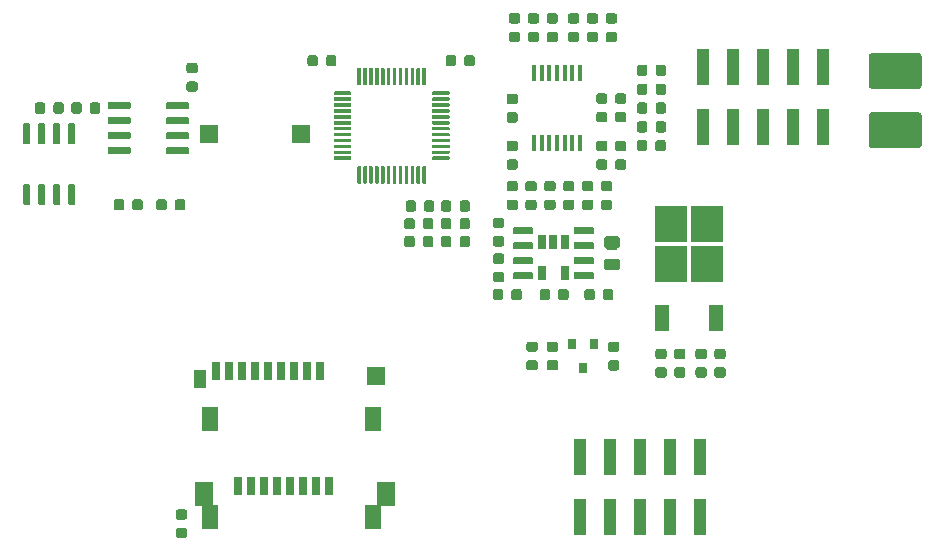
<source format=gbr>
G04 #@! TF.GenerationSoftware,KiCad,Pcbnew,5.1.5+dfsg1-2build2*
G04 #@! TF.CreationDate,2022-01-05T19:43:25+01:00*
G04 #@! TF.ProjectId,mre_addon_v2,6d72655f-6164-4646-9f6e-5f76322e6b69,V2.2*
G04 #@! TF.SameCoordinates,Original*
G04 #@! TF.FileFunction,Paste,Top*
G04 #@! TF.FilePolarity,Positive*
%FSLAX46Y46*%
G04 Gerber Fmt 4.6, Leading zero omitted, Abs format (unit mm)*
G04 Created by KiCad (PCBNEW 5.1.5+dfsg1-2build2) date 2022-01-05 19:43:25*
%MOMM*%
%LPD*%
G04 APERTURE LIST*
%ADD10C,0.100000*%
%ADD11R,1.524000X1.524000*%
%ADD12R,1.524000X2.032000*%
%ADD13R,1.016000X1.524000*%
%ADD14R,0.762000X1.524000*%
%ADD15R,0.800000X1.500000*%
%ADD16R,1.450000X2.000000*%
%ADD17R,1.000000X3.150000*%
%ADD18R,0.800000X0.900000*%
%ADD19R,0.650000X1.220000*%
%ADD20R,0.450000X1.450000*%
%ADD21R,1.500000X1.500000*%
%ADD22R,2.750000X3.050000*%
%ADD23R,1.200000X2.200000*%
G04 APERTURE END LIST*
D10*
G36*
X82069703Y-141450722D02*
G01*
X82084264Y-141452882D01*
X82098543Y-141456459D01*
X82112403Y-141461418D01*
X82125710Y-141467712D01*
X82138336Y-141475280D01*
X82150159Y-141484048D01*
X82161066Y-141493934D01*
X82170952Y-141504841D01*
X82179720Y-141516664D01*
X82187288Y-141529290D01*
X82193582Y-141542597D01*
X82198541Y-141556457D01*
X82202118Y-141570736D01*
X82204278Y-141585297D01*
X82205000Y-141600000D01*
X82205000Y-143050000D01*
X82204278Y-143064703D01*
X82202118Y-143079264D01*
X82198541Y-143093543D01*
X82193582Y-143107403D01*
X82187288Y-143120710D01*
X82179720Y-143133336D01*
X82170952Y-143145159D01*
X82161066Y-143156066D01*
X82150159Y-143165952D01*
X82138336Y-143174720D01*
X82125710Y-143182288D01*
X82112403Y-143188582D01*
X82098543Y-143193541D01*
X82084264Y-143197118D01*
X82069703Y-143199278D01*
X82055000Y-143200000D01*
X81755000Y-143200000D01*
X81740297Y-143199278D01*
X81725736Y-143197118D01*
X81711457Y-143193541D01*
X81697597Y-143188582D01*
X81684290Y-143182288D01*
X81671664Y-143174720D01*
X81659841Y-143165952D01*
X81648934Y-143156066D01*
X81639048Y-143145159D01*
X81630280Y-143133336D01*
X81622712Y-143120710D01*
X81616418Y-143107403D01*
X81611459Y-143093543D01*
X81607882Y-143079264D01*
X81605722Y-143064703D01*
X81605000Y-143050000D01*
X81605000Y-141600000D01*
X81605722Y-141585297D01*
X81607882Y-141570736D01*
X81611459Y-141556457D01*
X81616418Y-141542597D01*
X81622712Y-141529290D01*
X81630280Y-141516664D01*
X81639048Y-141504841D01*
X81648934Y-141493934D01*
X81659841Y-141484048D01*
X81671664Y-141475280D01*
X81684290Y-141467712D01*
X81697597Y-141461418D01*
X81711457Y-141456459D01*
X81725736Y-141452882D01*
X81740297Y-141450722D01*
X81755000Y-141450000D01*
X82055000Y-141450000D01*
X82069703Y-141450722D01*
G37*
G36*
X80799703Y-141450722D02*
G01*
X80814264Y-141452882D01*
X80828543Y-141456459D01*
X80842403Y-141461418D01*
X80855710Y-141467712D01*
X80868336Y-141475280D01*
X80880159Y-141484048D01*
X80891066Y-141493934D01*
X80900952Y-141504841D01*
X80909720Y-141516664D01*
X80917288Y-141529290D01*
X80923582Y-141542597D01*
X80928541Y-141556457D01*
X80932118Y-141570736D01*
X80934278Y-141585297D01*
X80935000Y-141600000D01*
X80935000Y-143050000D01*
X80934278Y-143064703D01*
X80932118Y-143079264D01*
X80928541Y-143093543D01*
X80923582Y-143107403D01*
X80917288Y-143120710D01*
X80909720Y-143133336D01*
X80900952Y-143145159D01*
X80891066Y-143156066D01*
X80880159Y-143165952D01*
X80868336Y-143174720D01*
X80855710Y-143182288D01*
X80842403Y-143188582D01*
X80828543Y-143193541D01*
X80814264Y-143197118D01*
X80799703Y-143199278D01*
X80785000Y-143200000D01*
X80485000Y-143200000D01*
X80470297Y-143199278D01*
X80455736Y-143197118D01*
X80441457Y-143193541D01*
X80427597Y-143188582D01*
X80414290Y-143182288D01*
X80401664Y-143174720D01*
X80389841Y-143165952D01*
X80378934Y-143156066D01*
X80369048Y-143145159D01*
X80360280Y-143133336D01*
X80352712Y-143120710D01*
X80346418Y-143107403D01*
X80341459Y-143093543D01*
X80337882Y-143079264D01*
X80335722Y-143064703D01*
X80335000Y-143050000D01*
X80335000Y-141600000D01*
X80335722Y-141585297D01*
X80337882Y-141570736D01*
X80341459Y-141556457D01*
X80346418Y-141542597D01*
X80352712Y-141529290D01*
X80360280Y-141516664D01*
X80369048Y-141504841D01*
X80378934Y-141493934D01*
X80389841Y-141484048D01*
X80401664Y-141475280D01*
X80414290Y-141467712D01*
X80427597Y-141461418D01*
X80441457Y-141456459D01*
X80455736Y-141452882D01*
X80470297Y-141450722D01*
X80485000Y-141450000D01*
X80785000Y-141450000D01*
X80799703Y-141450722D01*
G37*
G36*
X79529703Y-141450722D02*
G01*
X79544264Y-141452882D01*
X79558543Y-141456459D01*
X79572403Y-141461418D01*
X79585710Y-141467712D01*
X79598336Y-141475280D01*
X79610159Y-141484048D01*
X79621066Y-141493934D01*
X79630952Y-141504841D01*
X79639720Y-141516664D01*
X79647288Y-141529290D01*
X79653582Y-141542597D01*
X79658541Y-141556457D01*
X79662118Y-141570736D01*
X79664278Y-141585297D01*
X79665000Y-141600000D01*
X79665000Y-143050000D01*
X79664278Y-143064703D01*
X79662118Y-143079264D01*
X79658541Y-143093543D01*
X79653582Y-143107403D01*
X79647288Y-143120710D01*
X79639720Y-143133336D01*
X79630952Y-143145159D01*
X79621066Y-143156066D01*
X79610159Y-143165952D01*
X79598336Y-143174720D01*
X79585710Y-143182288D01*
X79572403Y-143188582D01*
X79558543Y-143193541D01*
X79544264Y-143197118D01*
X79529703Y-143199278D01*
X79515000Y-143200000D01*
X79215000Y-143200000D01*
X79200297Y-143199278D01*
X79185736Y-143197118D01*
X79171457Y-143193541D01*
X79157597Y-143188582D01*
X79144290Y-143182288D01*
X79131664Y-143174720D01*
X79119841Y-143165952D01*
X79108934Y-143156066D01*
X79099048Y-143145159D01*
X79090280Y-143133336D01*
X79082712Y-143120710D01*
X79076418Y-143107403D01*
X79071459Y-143093543D01*
X79067882Y-143079264D01*
X79065722Y-143064703D01*
X79065000Y-143050000D01*
X79065000Y-141600000D01*
X79065722Y-141585297D01*
X79067882Y-141570736D01*
X79071459Y-141556457D01*
X79076418Y-141542597D01*
X79082712Y-141529290D01*
X79090280Y-141516664D01*
X79099048Y-141504841D01*
X79108934Y-141493934D01*
X79119841Y-141484048D01*
X79131664Y-141475280D01*
X79144290Y-141467712D01*
X79157597Y-141461418D01*
X79171457Y-141456459D01*
X79185736Y-141452882D01*
X79200297Y-141450722D01*
X79215000Y-141450000D01*
X79515000Y-141450000D01*
X79529703Y-141450722D01*
G37*
G36*
X78259703Y-141450722D02*
G01*
X78274264Y-141452882D01*
X78288543Y-141456459D01*
X78302403Y-141461418D01*
X78315710Y-141467712D01*
X78328336Y-141475280D01*
X78340159Y-141484048D01*
X78351066Y-141493934D01*
X78360952Y-141504841D01*
X78369720Y-141516664D01*
X78377288Y-141529290D01*
X78383582Y-141542597D01*
X78388541Y-141556457D01*
X78392118Y-141570736D01*
X78394278Y-141585297D01*
X78395000Y-141600000D01*
X78395000Y-143050000D01*
X78394278Y-143064703D01*
X78392118Y-143079264D01*
X78388541Y-143093543D01*
X78383582Y-143107403D01*
X78377288Y-143120710D01*
X78369720Y-143133336D01*
X78360952Y-143145159D01*
X78351066Y-143156066D01*
X78340159Y-143165952D01*
X78328336Y-143174720D01*
X78315710Y-143182288D01*
X78302403Y-143188582D01*
X78288543Y-143193541D01*
X78274264Y-143197118D01*
X78259703Y-143199278D01*
X78245000Y-143200000D01*
X77945000Y-143200000D01*
X77930297Y-143199278D01*
X77915736Y-143197118D01*
X77901457Y-143193541D01*
X77887597Y-143188582D01*
X77874290Y-143182288D01*
X77861664Y-143174720D01*
X77849841Y-143165952D01*
X77838934Y-143156066D01*
X77829048Y-143145159D01*
X77820280Y-143133336D01*
X77812712Y-143120710D01*
X77806418Y-143107403D01*
X77801459Y-143093543D01*
X77797882Y-143079264D01*
X77795722Y-143064703D01*
X77795000Y-143050000D01*
X77795000Y-141600000D01*
X77795722Y-141585297D01*
X77797882Y-141570736D01*
X77801459Y-141556457D01*
X77806418Y-141542597D01*
X77812712Y-141529290D01*
X77820280Y-141516664D01*
X77829048Y-141504841D01*
X77838934Y-141493934D01*
X77849841Y-141484048D01*
X77861664Y-141475280D01*
X77874290Y-141467712D01*
X77887597Y-141461418D01*
X77901457Y-141456459D01*
X77915736Y-141452882D01*
X77930297Y-141450722D01*
X77945000Y-141450000D01*
X78245000Y-141450000D01*
X78259703Y-141450722D01*
G37*
G36*
X78259703Y-136300722D02*
G01*
X78274264Y-136302882D01*
X78288543Y-136306459D01*
X78302403Y-136311418D01*
X78315710Y-136317712D01*
X78328336Y-136325280D01*
X78340159Y-136334048D01*
X78351066Y-136343934D01*
X78360952Y-136354841D01*
X78369720Y-136366664D01*
X78377288Y-136379290D01*
X78383582Y-136392597D01*
X78388541Y-136406457D01*
X78392118Y-136420736D01*
X78394278Y-136435297D01*
X78395000Y-136450000D01*
X78395000Y-137900000D01*
X78394278Y-137914703D01*
X78392118Y-137929264D01*
X78388541Y-137943543D01*
X78383582Y-137957403D01*
X78377288Y-137970710D01*
X78369720Y-137983336D01*
X78360952Y-137995159D01*
X78351066Y-138006066D01*
X78340159Y-138015952D01*
X78328336Y-138024720D01*
X78315710Y-138032288D01*
X78302403Y-138038582D01*
X78288543Y-138043541D01*
X78274264Y-138047118D01*
X78259703Y-138049278D01*
X78245000Y-138050000D01*
X77945000Y-138050000D01*
X77930297Y-138049278D01*
X77915736Y-138047118D01*
X77901457Y-138043541D01*
X77887597Y-138038582D01*
X77874290Y-138032288D01*
X77861664Y-138024720D01*
X77849841Y-138015952D01*
X77838934Y-138006066D01*
X77829048Y-137995159D01*
X77820280Y-137983336D01*
X77812712Y-137970710D01*
X77806418Y-137957403D01*
X77801459Y-137943543D01*
X77797882Y-137929264D01*
X77795722Y-137914703D01*
X77795000Y-137900000D01*
X77795000Y-136450000D01*
X77795722Y-136435297D01*
X77797882Y-136420736D01*
X77801459Y-136406457D01*
X77806418Y-136392597D01*
X77812712Y-136379290D01*
X77820280Y-136366664D01*
X77829048Y-136354841D01*
X77838934Y-136343934D01*
X77849841Y-136334048D01*
X77861664Y-136325280D01*
X77874290Y-136317712D01*
X77887597Y-136311418D01*
X77901457Y-136306459D01*
X77915736Y-136302882D01*
X77930297Y-136300722D01*
X77945000Y-136300000D01*
X78245000Y-136300000D01*
X78259703Y-136300722D01*
G37*
G36*
X79529703Y-136300722D02*
G01*
X79544264Y-136302882D01*
X79558543Y-136306459D01*
X79572403Y-136311418D01*
X79585710Y-136317712D01*
X79598336Y-136325280D01*
X79610159Y-136334048D01*
X79621066Y-136343934D01*
X79630952Y-136354841D01*
X79639720Y-136366664D01*
X79647288Y-136379290D01*
X79653582Y-136392597D01*
X79658541Y-136406457D01*
X79662118Y-136420736D01*
X79664278Y-136435297D01*
X79665000Y-136450000D01*
X79665000Y-137900000D01*
X79664278Y-137914703D01*
X79662118Y-137929264D01*
X79658541Y-137943543D01*
X79653582Y-137957403D01*
X79647288Y-137970710D01*
X79639720Y-137983336D01*
X79630952Y-137995159D01*
X79621066Y-138006066D01*
X79610159Y-138015952D01*
X79598336Y-138024720D01*
X79585710Y-138032288D01*
X79572403Y-138038582D01*
X79558543Y-138043541D01*
X79544264Y-138047118D01*
X79529703Y-138049278D01*
X79515000Y-138050000D01*
X79215000Y-138050000D01*
X79200297Y-138049278D01*
X79185736Y-138047118D01*
X79171457Y-138043541D01*
X79157597Y-138038582D01*
X79144290Y-138032288D01*
X79131664Y-138024720D01*
X79119841Y-138015952D01*
X79108934Y-138006066D01*
X79099048Y-137995159D01*
X79090280Y-137983336D01*
X79082712Y-137970710D01*
X79076418Y-137957403D01*
X79071459Y-137943543D01*
X79067882Y-137929264D01*
X79065722Y-137914703D01*
X79065000Y-137900000D01*
X79065000Y-136450000D01*
X79065722Y-136435297D01*
X79067882Y-136420736D01*
X79071459Y-136406457D01*
X79076418Y-136392597D01*
X79082712Y-136379290D01*
X79090280Y-136366664D01*
X79099048Y-136354841D01*
X79108934Y-136343934D01*
X79119841Y-136334048D01*
X79131664Y-136325280D01*
X79144290Y-136317712D01*
X79157597Y-136311418D01*
X79171457Y-136306459D01*
X79185736Y-136302882D01*
X79200297Y-136300722D01*
X79215000Y-136300000D01*
X79515000Y-136300000D01*
X79529703Y-136300722D01*
G37*
G36*
X80799703Y-136300722D02*
G01*
X80814264Y-136302882D01*
X80828543Y-136306459D01*
X80842403Y-136311418D01*
X80855710Y-136317712D01*
X80868336Y-136325280D01*
X80880159Y-136334048D01*
X80891066Y-136343934D01*
X80900952Y-136354841D01*
X80909720Y-136366664D01*
X80917288Y-136379290D01*
X80923582Y-136392597D01*
X80928541Y-136406457D01*
X80932118Y-136420736D01*
X80934278Y-136435297D01*
X80935000Y-136450000D01*
X80935000Y-137900000D01*
X80934278Y-137914703D01*
X80932118Y-137929264D01*
X80928541Y-137943543D01*
X80923582Y-137957403D01*
X80917288Y-137970710D01*
X80909720Y-137983336D01*
X80900952Y-137995159D01*
X80891066Y-138006066D01*
X80880159Y-138015952D01*
X80868336Y-138024720D01*
X80855710Y-138032288D01*
X80842403Y-138038582D01*
X80828543Y-138043541D01*
X80814264Y-138047118D01*
X80799703Y-138049278D01*
X80785000Y-138050000D01*
X80485000Y-138050000D01*
X80470297Y-138049278D01*
X80455736Y-138047118D01*
X80441457Y-138043541D01*
X80427597Y-138038582D01*
X80414290Y-138032288D01*
X80401664Y-138024720D01*
X80389841Y-138015952D01*
X80378934Y-138006066D01*
X80369048Y-137995159D01*
X80360280Y-137983336D01*
X80352712Y-137970710D01*
X80346418Y-137957403D01*
X80341459Y-137943543D01*
X80337882Y-137929264D01*
X80335722Y-137914703D01*
X80335000Y-137900000D01*
X80335000Y-136450000D01*
X80335722Y-136435297D01*
X80337882Y-136420736D01*
X80341459Y-136406457D01*
X80346418Y-136392597D01*
X80352712Y-136379290D01*
X80360280Y-136366664D01*
X80369048Y-136354841D01*
X80378934Y-136343934D01*
X80389841Y-136334048D01*
X80401664Y-136325280D01*
X80414290Y-136317712D01*
X80427597Y-136311418D01*
X80441457Y-136306459D01*
X80455736Y-136302882D01*
X80470297Y-136300722D01*
X80485000Y-136300000D01*
X80785000Y-136300000D01*
X80799703Y-136300722D01*
G37*
G36*
X82069703Y-136300722D02*
G01*
X82084264Y-136302882D01*
X82098543Y-136306459D01*
X82112403Y-136311418D01*
X82125710Y-136317712D01*
X82138336Y-136325280D01*
X82150159Y-136334048D01*
X82161066Y-136343934D01*
X82170952Y-136354841D01*
X82179720Y-136366664D01*
X82187288Y-136379290D01*
X82193582Y-136392597D01*
X82198541Y-136406457D01*
X82202118Y-136420736D01*
X82204278Y-136435297D01*
X82205000Y-136450000D01*
X82205000Y-137900000D01*
X82204278Y-137914703D01*
X82202118Y-137929264D01*
X82198541Y-137943543D01*
X82193582Y-137957403D01*
X82187288Y-137970710D01*
X82179720Y-137983336D01*
X82170952Y-137995159D01*
X82161066Y-138006066D01*
X82150159Y-138015952D01*
X82138336Y-138024720D01*
X82125710Y-138032288D01*
X82112403Y-138038582D01*
X82098543Y-138043541D01*
X82084264Y-138047118D01*
X82069703Y-138049278D01*
X82055000Y-138050000D01*
X81755000Y-138050000D01*
X81740297Y-138049278D01*
X81725736Y-138047118D01*
X81711457Y-138043541D01*
X81697597Y-138038582D01*
X81684290Y-138032288D01*
X81671664Y-138024720D01*
X81659841Y-138015952D01*
X81648934Y-138006066D01*
X81639048Y-137995159D01*
X81630280Y-137983336D01*
X81622712Y-137970710D01*
X81616418Y-137957403D01*
X81611459Y-137943543D01*
X81607882Y-137929264D01*
X81605722Y-137914703D01*
X81605000Y-137900000D01*
X81605000Y-136450000D01*
X81605722Y-136435297D01*
X81607882Y-136420736D01*
X81611459Y-136406457D01*
X81616418Y-136392597D01*
X81622712Y-136379290D01*
X81630280Y-136366664D01*
X81639048Y-136354841D01*
X81648934Y-136343934D01*
X81659841Y-136334048D01*
X81671664Y-136325280D01*
X81684290Y-136317712D01*
X81697597Y-136311418D01*
X81711457Y-136306459D01*
X81725736Y-136302882D01*
X81740297Y-136300722D01*
X81755000Y-136300000D01*
X82055000Y-136300000D01*
X82069703Y-136300722D01*
G37*
G36*
X153636535Y-135367209D02*
G01*
X153660907Y-135370824D01*
X153684808Y-135376811D01*
X153708007Y-135385112D01*
X153730281Y-135395647D01*
X153751415Y-135408314D01*
X153771205Y-135422991D01*
X153789462Y-135439538D01*
X153806009Y-135457795D01*
X153820686Y-135477585D01*
X153833353Y-135498719D01*
X153843888Y-135520993D01*
X153852189Y-135544192D01*
X153858176Y-135568093D01*
X153861791Y-135592465D01*
X153863000Y-135617075D01*
X153863000Y-138139925D01*
X153861791Y-138164535D01*
X153858176Y-138188907D01*
X153852189Y-138212808D01*
X153843888Y-138236007D01*
X153833353Y-138258281D01*
X153820686Y-138279415D01*
X153806009Y-138299205D01*
X153789462Y-138317462D01*
X153771205Y-138334009D01*
X153751415Y-138348686D01*
X153730281Y-138361353D01*
X153708007Y-138371888D01*
X153684808Y-138380189D01*
X153660907Y-138386176D01*
X153636535Y-138389791D01*
X153611925Y-138391000D01*
X149664075Y-138391000D01*
X149639465Y-138389791D01*
X149615093Y-138386176D01*
X149591192Y-138380189D01*
X149567993Y-138371888D01*
X149545719Y-138361353D01*
X149524585Y-138348686D01*
X149504795Y-138334009D01*
X149486538Y-138317462D01*
X149469991Y-138299205D01*
X149455314Y-138279415D01*
X149442647Y-138258281D01*
X149432112Y-138236007D01*
X149423811Y-138212808D01*
X149417824Y-138188907D01*
X149414209Y-138164535D01*
X149413000Y-138139925D01*
X149413000Y-135617075D01*
X149414209Y-135592465D01*
X149417824Y-135568093D01*
X149423811Y-135544192D01*
X149432112Y-135520993D01*
X149442647Y-135498719D01*
X149455314Y-135477585D01*
X149469991Y-135457795D01*
X149486538Y-135439538D01*
X149504795Y-135422991D01*
X149524585Y-135408314D01*
X149545719Y-135395647D01*
X149567993Y-135385112D01*
X149591192Y-135376811D01*
X149615093Y-135370824D01*
X149639465Y-135367209D01*
X149664075Y-135366000D01*
X153611925Y-135366000D01*
X153636535Y-135367209D01*
G37*
G36*
X153636535Y-130342209D02*
G01*
X153660907Y-130345824D01*
X153684808Y-130351811D01*
X153708007Y-130360112D01*
X153730281Y-130370647D01*
X153751415Y-130383314D01*
X153771205Y-130397991D01*
X153789462Y-130414538D01*
X153806009Y-130432795D01*
X153820686Y-130452585D01*
X153833353Y-130473719D01*
X153843888Y-130495993D01*
X153852189Y-130519192D01*
X153858176Y-130543093D01*
X153861791Y-130567465D01*
X153863000Y-130592075D01*
X153863000Y-133114925D01*
X153861791Y-133139535D01*
X153858176Y-133163907D01*
X153852189Y-133187808D01*
X153843888Y-133211007D01*
X153833353Y-133233281D01*
X153820686Y-133254415D01*
X153806009Y-133274205D01*
X153789462Y-133292462D01*
X153771205Y-133309009D01*
X153751415Y-133323686D01*
X153730281Y-133336353D01*
X153708007Y-133346888D01*
X153684808Y-133355189D01*
X153660907Y-133361176D01*
X153636535Y-133364791D01*
X153611925Y-133366000D01*
X149664075Y-133366000D01*
X149639465Y-133364791D01*
X149615093Y-133361176D01*
X149591192Y-133355189D01*
X149567993Y-133346888D01*
X149545719Y-133336353D01*
X149524585Y-133323686D01*
X149504795Y-133309009D01*
X149486538Y-133292462D01*
X149469991Y-133274205D01*
X149455314Y-133254415D01*
X149442647Y-133233281D01*
X149432112Y-133211007D01*
X149423811Y-133187808D01*
X149417824Y-133163907D01*
X149414209Y-133139535D01*
X149413000Y-133114925D01*
X149413000Y-130592075D01*
X149414209Y-130567465D01*
X149417824Y-130543093D01*
X149423811Y-130519192D01*
X149432112Y-130495993D01*
X149442647Y-130473719D01*
X149455314Y-130452585D01*
X149469991Y-130432795D01*
X149486538Y-130414538D01*
X149504795Y-130397991D01*
X149524585Y-130383314D01*
X149545719Y-130370647D01*
X149567993Y-130360112D01*
X149591192Y-130351811D01*
X149615093Y-130345824D01*
X149639465Y-130342209D01*
X149664075Y-130341000D01*
X153611925Y-130341000D01*
X153636535Y-130342209D01*
G37*
G36*
X126014703Y-145095722D02*
G01*
X126029264Y-145097882D01*
X126043543Y-145101459D01*
X126057403Y-145106418D01*
X126070710Y-145112712D01*
X126083336Y-145120280D01*
X126095159Y-145129048D01*
X126106066Y-145138934D01*
X126115952Y-145149841D01*
X126124720Y-145161664D01*
X126132288Y-145174290D01*
X126138582Y-145187597D01*
X126143541Y-145201457D01*
X126147118Y-145215736D01*
X126149278Y-145230297D01*
X126150000Y-145245000D01*
X126150000Y-145545000D01*
X126149278Y-145559703D01*
X126147118Y-145574264D01*
X126143541Y-145588543D01*
X126138582Y-145602403D01*
X126132288Y-145615710D01*
X126124720Y-145628336D01*
X126115952Y-145640159D01*
X126106066Y-145651066D01*
X126095159Y-145660952D01*
X126083336Y-145669720D01*
X126070710Y-145677288D01*
X126057403Y-145683582D01*
X126043543Y-145688541D01*
X126029264Y-145692118D01*
X126014703Y-145694278D01*
X126000000Y-145695000D01*
X124550000Y-145695000D01*
X124535297Y-145694278D01*
X124520736Y-145692118D01*
X124506457Y-145688541D01*
X124492597Y-145683582D01*
X124479290Y-145677288D01*
X124466664Y-145669720D01*
X124454841Y-145660952D01*
X124443934Y-145651066D01*
X124434048Y-145640159D01*
X124425280Y-145628336D01*
X124417712Y-145615710D01*
X124411418Y-145602403D01*
X124406459Y-145588543D01*
X124402882Y-145574264D01*
X124400722Y-145559703D01*
X124400000Y-145545000D01*
X124400000Y-145245000D01*
X124400722Y-145230297D01*
X124402882Y-145215736D01*
X124406459Y-145201457D01*
X124411418Y-145187597D01*
X124417712Y-145174290D01*
X124425280Y-145161664D01*
X124434048Y-145149841D01*
X124443934Y-145138934D01*
X124454841Y-145129048D01*
X124466664Y-145120280D01*
X124479290Y-145112712D01*
X124492597Y-145106418D01*
X124506457Y-145101459D01*
X124520736Y-145097882D01*
X124535297Y-145095722D01*
X124550000Y-145095000D01*
X126000000Y-145095000D01*
X126014703Y-145095722D01*
G37*
G36*
X126014703Y-146365722D02*
G01*
X126029264Y-146367882D01*
X126043543Y-146371459D01*
X126057403Y-146376418D01*
X126070710Y-146382712D01*
X126083336Y-146390280D01*
X126095159Y-146399048D01*
X126106066Y-146408934D01*
X126115952Y-146419841D01*
X126124720Y-146431664D01*
X126132288Y-146444290D01*
X126138582Y-146457597D01*
X126143541Y-146471457D01*
X126147118Y-146485736D01*
X126149278Y-146500297D01*
X126150000Y-146515000D01*
X126150000Y-146815000D01*
X126149278Y-146829703D01*
X126147118Y-146844264D01*
X126143541Y-146858543D01*
X126138582Y-146872403D01*
X126132288Y-146885710D01*
X126124720Y-146898336D01*
X126115952Y-146910159D01*
X126106066Y-146921066D01*
X126095159Y-146930952D01*
X126083336Y-146939720D01*
X126070710Y-146947288D01*
X126057403Y-146953582D01*
X126043543Y-146958541D01*
X126029264Y-146962118D01*
X126014703Y-146964278D01*
X126000000Y-146965000D01*
X124550000Y-146965000D01*
X124535297Y-146964278D01*
X124520736Y-146962118D01*
X124506457Y-146958541D01*
X124492597Y-146953582D01*
X124479290Y-146947288D01*
X124466664Y-146939720D01*
X124454841Y-146930952D01*
X124443934Y-146921066D01*
X124434048Y-146910159D01*
X124425280Y-146898336D01*
X124417712Y-146885710D01*
X124411418Y-146872403D01*
X124406459Y-146858543D01*
X124402882Y-146844264D01*
X124400722Y-146829703D01*
X124400000Y-146815000D01*
X124400000Y-146515000D01*
X124400722Y-146500297D01*
X124402882Y-146485736D01*
X124406459Y-146471457D01*
X124411418Y-146457597D01*
X124417712Y-146444290D01*
X124425280Y-146431664D01*
X124434048Y-146419841D01*
X124443934Y-146408934D01*
X124454841Y-146399048D01*
X124466664Y-146390280D01*
X124479290Y-146382712D01*
X124492597Y-146376418D01*
X124506457Y-146371459D01*
X124520736Y-146367882D01*
X124535297Y-146365722D01*
X124550000Y-146365000D01*
X126000000Y-146365000D01*
X126014703Y-146365722D01*
G37*
G36*
X126014703Y-147635722D02*
G01*
X126029264Y-147637882D01*
X126043543Y-147641459D01*
X126057403Y-147646418D01*
X126070710Y-147652712D01*
X126083336Y-147660280D01*
X126095159Y-147669048D01*
X126106066Y-147678934D01*
X126115952Y-147689841D01*
X126124720Y-147701664D01*
X126132288Y-147714290D01*
X126138582Y-147727597D01*
X126143541Y-147741457D01*
X126147118Y-147755736D01*
X126149278Y-147770297D01*
X126150000Y-147785000D01*
X126150000Y-148085000D01*
X126149278Y-148099703D01*
X126147118Y-148114264D01*
X126143541Y-148128543D01*
X126138582Y-148142403D01*
X126132288Y-148155710D01*
X126124720Y-148168336D01*
X126115952Y-148180159D01*
X126106066Y-148191066D01*
X126095159Y-148200952D01*
X126083336Y-148209720D01*
X126070710Y-148217288D01*
X126057403Y-148223582D01*
X126043543Y-148228541D01*
X126029264Y-148232118D01*
X126014703Y-148234278D01*
X126000000Y-148235000D01*
X124550000Y-148235000D01*
X124535297Y-148234278D01*
X124520736Y-148232118D01*
X124506457Y-148228541D01*
X124492597Y-148223582D01*
X124479290Y-148217288D01*
X124466664Y-148209720D01*
X124454841Y-148200952D01*
X124443934Y-148191066D01*
X124434048Y-148180159D01*
X124425280Y-148168336D01*
X124417712Y-148155710D01*
X124411418Y-148142403D01*
X124406459Y-148128543D01*
X124402882Y-148114264D01*
X124400722Y-148099703D01*
X124400000Y-148085000D01*
X124400000Y-147785000D01*
X124400722Y-147770297D01*
X124402882Y-147755736D01*
X124406459Y-147741457D01*
X124411418Y-147727597D01*
X124417712Y-147714290D01*
X124425280Y-147701664D01*
X124434048Y-147689841D01*
X124443934Y-147678934D01*
X124454841Y-147669048D01*
X124466664Y-147660280D01*
X124479290Y-147652712D01*
X124492597Y-147646418D01*
X124506457Y-147641459D01*
X124520736Y-147637882D01*
X124535297Y-147635722D01*
X124550000Y-147635000D01*
X126000000Y-147635000D01*
X126014703Y-147635722D01*
G37*
G36*
X126014703Y-148905722D02*
G01*
X126029264Y-148907882D01*
X126043543Y-148911459D01*
X126057403Y-148916418D01*
X126070710Y-148922712D01*
X126083336Y-148930280D01*
X126095159Y-148939048D01*
X126106066Y-148948934D01*
X126115952Y-148959841D01*
X126124720Y-148971664D01*
X126132288Y-148984290D01*
X126138582Y-148997597D01*
X126143541Y-149011457D01*
X126147118Y-149025736D01*
X126149278Y-149040297D01*
X126150000Y-149055000D01*
X126150000Y-149355000D01*
X126149278Y-149369703D01*
X126147118Y-149384264D01*
X126143541Y-149398543D01*
X126138582Y-149412403D01*
X126132288Y-149425710D01*
X126124720Y-149438336D01*
X126115952Y-149450159D01*
X126106066Y-149461066D01*
X126095159Y-149470952D01*
X126083336Y-149479720D01*
X126070710Y-149487288D01*
X126057403Y-149493582D01*
X126043543Y-149498541D01*
X126029264Y-149502118D01*
X126014703Y-149504278D01*
X126000000Y-149505000D01*
X124550000Y-149505000D01*
X124535297Y-149504278D01*
X124520736Y-149502118D01*
X124506457Y-149498541D01*
X124492597Y-149493582D01*
X124479290Y-149487288D01*
X124466664Y-149479720D01*
X124454841Y-149470952D01*
X124443934Y-149461066D01*
X124434048Y-149450159D01*
X124425280Y-149438336D01*
X124417712Y-149425710D01*
X124411418Y-149412403D01*
X124406459Y-149398543D01*
X124402882Y-149384264D01*
X124400722Y-149369703D01*
X124400000Y-149355000D01*
X124400000Y-149055000D01*
X124400722Y-149040297D01*
X124402882Y-149025736D01*
X124406459Y-149011457D01*
X124411418Y-148997597D01*
X124417712Y-148984290D01*
X124425280Y-148971664D01*
X124434048Y-148959841D01*
X124443934Y-148948934D01*
X124454841Y-148939048D01*
X124466664Y-148930280D01*
X124479290Y-148922712D01*
X124492597Y-148916418D01*
X124506457Y-148911459D01*
X124520736Y-148907882D01*
X124535297Y-148905722D01*
X124550000Y-148905000D01*
X126000000Y-148905000D01*
X126014703Y-148905722D01*
G37*
G36*
X120864703Y-148905722D02*
G01*
X120879264Y-148907882D01*
X120893543Y-148911459D01*
X120907403Y-148916418D01*
X120920710Y-148922712D01*
X120933336Y-148930280D01*
X120945159Y-148939048D01*
X120956066Y-148948934D01*
X120965952Y-148959841D01*
X120974720Y-148971664D01*
X120982288Y-148984290D01*
X120988582Y-148997597D01*
X120993541Y-149011457D01*
X120997118Y-149025736D01*
X120999278Y-149040297D01*
X121000000Y-149055000D01*
X121000000Y-149355000D01*
X120999278Y-149369703D01*
X120997118Y-149384264D01*
X120993541Y-149398543D01*
X120988582Y-149412403D01*
X120982288Y-149425710D01*
X120974720Y-149438336D01*
X120965952Y-149450159D01*
X120956066Y-149461066D01*
X120945159Y-149470952D01*
X120933336Y-149479720D01*
X120920710Y-149487288D01*
X120907403Y-149493582D01*
X120893543Y-149498541D01*
X120879264Y-149502118D01*
X120864703Y-149504278D01*
X120850000Y-149505000D01*
X119400000Y-149505000D01*
X119385297Y-149504278D01*
X119370736Y-149502118D01*
X119356457Y-149498541D01*
X119342597Y-149493582D01*
X119329290Y-149487288D01*
X119316664Y-149479720D01*
X119304841Y-149470952D01*
X119293934Y-149461066D01*
X119284048Y-149450159D01*
X119275280Y-149438336D01*
X119267712Y-149425710D01*
X119261418Y-149412403D01*
X119256459Y-149398543D01*
X119252882Y-149384264D01*
X119250722Y-149369703D01*
X119250000Y-149355000D01*
X119250000Y-149055000D01*
X119250722Y-149040297D01*
X119252882Y-149025736D01*
X119256459Y-149011457D01*
X119261418Y-148997597D01*
X119267712Y-148984290D01*
X119275280Y-148971664D01*
X119284048Y-148959841D01*
X119293934Y-148948934D01*
X119304841Y-148939048D01*
X119316664Y-148930280D01*
X119329290Y-148922712D01*
X119342597Y-148916418D01*
X119356457Y-148911459D01*
X119370736Y-148907882D01*
X119385297Y-148905722D01*
X119400000Y-148905000D01*
X120850000Y-148905000D01*
X120864703Y-148905722D01*
G37*
G36*
X120864703Y-147635722D02*
G01*
X120879264Y-147637882D01*
X120893543Y-147641459D01*
X120907403Y-147646418D01*
X120920710Y-147652712D01*
X120933336Y-147660280D01*
X120945159Y-147669048D01*
X120956066Y-147678934D01*
X120965952Y-147689841D01*
X120974720Y-147701664D01*
X120982288Y-147714290D01*
X120988582Y-147727597D01*
X120993541Y-147741457D01*
X120997118Y-147755736D01*
X120999278Y-147770297D01*
X121000000Y-147785000D01*
X121000000Y-148085000D01*
X120999278Y-148099703D01*
X120997118Y-148114264D01*
X120993541Y-148128543D01*
X120988582Y-148142403D01*
X120982288Y-148155710D01*
X120974720Y-148168336D01*
X120965952Y-148180159D01*
X120956066Y-148191066D01*
X120945159Y-148200952D01*
X120933336Y-148209720D01*
X120920710Y-148217288D01*
X120907403Y-148223582D01*
X120893543Y-148228541D01*
X120879264Y-148232118D01*
X120864703Y-148234278D01*
X120850000Y-148235000D01*
X119400000Y-148235000D01*
X119385297Y-148234278D01*
X119370736Y-148232118D01*
X119356457Y-148228541D01*
X119342597Y-148223582D01*
X119329290Y-148217288D01*
X119316664Y-148209720D01*
X119304841Y-148200952D01*
X119293934Y-148191066D01*
X119284048Y-148180159D01*
X119275280Y-148168336D01*
X119267712Y-148155710D01*
X119261418Y-148142403D01*
X119256459Y-148128543D01*
X119252882Y-148114264D01*
X119250722Y-148099703D01*
X119250000Y-148085000D01*
X119250000Y-147785000D01*
X119250722Y-147770297D01*
X119252882Y-147755736D01*
X119256459Y-147741457D01*
X119261418Y-147727597D01*
X119267712Y-147714290D01*
X119275280Y-147701664D01*
X119284048Y-147689841D01*
X119293934Y-147678934D01*
X119304841Y-147669048D01*
X119316664Y-147660280D01*
X119329290Y-147652712D01*
X119342597Y-147646418D01*
X119356457Y-147641459D01*
X119370736Y-147637882D01*
X119385297Y-147635722D01*
X119400000Y-147635000D01*
X120850000Y-147635000D01*
X120864703Y-147635722D01*
G37*
G36*
X120864703Y-146365722D02*
G01*
X120879264Y-146367882D01*
X120893543Y-146371459D01*
X120907403Y-146376418D01*
X120920710Y-146382712D01*
X120933336Y-146390280D01*
X120945159Y-146399048D01*
X120956066Y-146408934D01*
X120965952Y-146419841D01*
X120974720Y-146431664D01*
X120982288Y-146444290D01*
X120988582Y-146457597D01*
X120993541Y-146471457D01*
X120997118Y-146485736D01*
X120999278Y-146500297D01*
X121000000Y-146515000D01*
X121000000Y-146815000D01*
X120999278Y-146829703D01*
X120997118Y-146844264D01*
X120993541Y-146858543D01*
X120988582Y-146872403D01*
X120982288Y-146885710D01*
X120974720Y-146898336D01*
X120965952Y-146910159D01*
X120956066Y-146921066D01*
X120945159Y-146930952D01*
X120933336Y-146939720D01*
X120920710Y-146947288D01*
X120907403Y-146953582D01*
X120893543Y-146958541D01*
X120879264Y-146962118D01*
X120864703Y-146964278D01*
X120850000Y-146965000D01*
X119400000Y-146965000D01*
X119385297Y-146964278D01*
X119370736Y-146962118D01*
X119356457Y-146958541D01*
X119342597Y-146953582D01*
X119329290Y-146947288D01*
X119316664Y-146939720D01*
X119304841Y-146930952D01*
X119293934Y-146921066D01*
X119284048Y-146910159D01*
X119275280Y-146898336D01*
X119267712Y-146885710D01*
X119261418Y-146872403D01*
X119256459Y-146858543D01*
X119252882Y-146844264D01*
X119250722Y-146829703D01*
X119250000Y-146815000D01*
X119250000Y-146515000D01*
X119250722Y-146500297D01*
X119252882Y-146485736D01*
X119256459Y-146471457D01*
X119261418Y-146457597D01*
X119267712Y-146444290D01*
X119275280Y-146431664D01*
X119284048Y-146419841D01*
X119293934Y-146408934D01*
X119304841Y-146399048D01*
X119316664Y-146390280D01*
X119329290Y-146382712D01*
X119342597Y-146376418D01*
X119356457Y-146371459D01*
X119370736Y-146367882D01*
X119385297Y-146365722D01*
X119400000Y-146365000D01*
X120850000Y-146365000D01*
X120864703Y-146365722D01*
G37*
G36*
X120864703Y-145095722D02*
G01*
X120879264Y-145097882D01*
X120893543Y-145101459D01*
X120907403Y-145106418D01*
X120920710Y-145112712D01*
X120933336Y-145120280D01*
X120945159Y-145129048D01*
X120956066Y-145138934D01*
X120965952Y-145149841D01*
X120974720Y-145161664D01*
X120982288Y-145174290D01*
X120988582Y-145187597D01*
X120993541Y-145201457D01*
X120997118Y-145215736D01*
X120999278Y-145230297D01*
X121000000Y-145245000D01*
X121000000Y-145545000D01*
X120999278Y-145559703D01*
X120997118Y-145574264D01*
X120993541Y-145588543D01*
X120988582Y-145602403D01*
X120982288Y-145615710D01*
X120974720Y-145628336D01*
X120965952Y-145640159D01*
X120956066Y-145651066D01*
X120945159Y-145660952D01*
X120933336Y-145669720D01*
X120920710Y-145677288D01*
X120907403Y-145683582D01*
X120893543Y-145688541D01*
X120879264Y-145692118D01*
X120864703Y-145694278D01*
X120850000Y-145695000D01*
X119400000Y-145695000D01*
X119385297Y-145694278D01*
X119370736Y-145692118D01*
X119356457Y-145688541D01*
X119342597Y-145683582D01*
X119329290Y-145677288D01*
X119316664Y-145669720D01*
X119304841Y-145660952D01*
X119293934Y-145651066D01*
X119284048Y-145640159D01*
X119275280Y-145628336D01*
X119267712Y-145615710D01*
X119261418Y-145602403D01*
X119256459Y-145588543D01*
X119252882Y-145574264D01*
X119250722Y-145559703D01*
X119250000Y-145545000D01*
X119250000Y-145245000D01*
X119250722Y-145230297D01*
X119252882Y-145215736D01*
X119256459Y-145201457D01*
X119261418Y-145187597D01*
X119267712Y-145174290D01*
X119275280Y-145161664D01*
X119284048Y-145149841D01*
X119293934Y-145138934D01*
X119304841Y-145129048D01*
X119316664Y-145120280D01*
X119329290Y-145112712D01*
X119342597Y-145106418D01*
X119356457Y-145101459D01*
X119370736Y-145097882D01*
X119385297Y-145095722D01*
X119400000Y-145095000D01*
X120850000Y-145095000D01*
X120864703Y-145095722D01*
G37*
G36*
X92377691Y-131176053D02*
G01*
X92398926Y-131179203D01*
X92419750Y-131184419D01*
X92439962Y-131191651D01*
X92459368Y-131200830D01*
X92477781Y-131211866D01*
X92495024Y-131224654D01*
X92510930Y-131239070D01*
X92525346Y-131254976D01*
X92538134Y-131272219D01*
X92549170Y-131290632D01*
X92558349Y-131310038D01*
X92565581Y-131330250D01*
X92570797Y-131351074D01*
X92573947Y-131372309D01*
X92575000Y-131393750D01*
X92575000Y-131831250D01*
X92573947Y-131852691D01*
X92570797Y-131873926D01*
X92565581Y-131894750D01*
X92558349Y-131914962D01*
X92549170Y-131934368D01*
X92538134Y-131952781D01*
X92525346Y-131970024D01*
X92510930Y-131985930D01*
X92495024Y-132000346D01*
X92477781Y-132013134D01*
X92459368Y-132024170D01*
X92439962Y-132033349D01*
X92419750Y-132040581D01*
X92398926Y-132045797D01*
X92377691Y-132048947D01*
X92356250Y-132050000D01*
X91843750Y-132050000D01*
X91822309Y-132048947D01*
X91801074Y-132045797D01*
X91780250Y-132040581D01*
X91760038Y-132033349D01*
X91740632Y-132024170D01*
X91722219Y-132013134D01*
X91704976Y-132000346D01*
X91689070Y-131985930D01*
X91674654Y-131970024D01*
X91661866Y-131952781D01*
X91650830Y-131934368D01*
X91641651Y-131914962D01*
X91634419Y-131894750D01*
X91629203Y-131873926D01*
X91626053Y-131852691D01*
X91625000Y-131831250D01*
X91625000Y-131393750D01*
X91626053Y-131372309D01*
X91629203Y-131351074D01*
X91634419Y-131330250D01*
X91641651Y-131310038D01*
X91650830Y-131290632D01*
X91661866Y-131272219D01*
X91674654Y-131254976D01*
X91689070Y-131239070D01*
X91704976Y-131224654D01*
X91722219Y-131211866D01*
X91740632Y-131200830D01*
X91760038Y-131191651D01*
X91780250Y-131184419D01*
X91801074Y-131179203D01*
X91822309Y-131176053D01*
X91843750Y-131175000D01*
X92356250Y-131175000D01*
X92377691Y-131176053D01*
G37*
G36*
X92377691Y-132751053D02*
G01*
X92398926Y-132754203D01*
X92419750Y-132759419D01*
X92439962Y-132766651D01*
X92459368Y-132775830D01*
X92477781Y-132786866D01*
X92495024Y-132799654D01*
X92510930Y-132814070D01*
X92525346Y-132829976D01*
X92538134Y-132847219D01*
X92549170Y-132865632D01*
X92558349Y-132885038D01*
X92565581Y-132905250D01*
X92570797Y-132926074D01*
X92573947Y-132947309D01*
X92575000Y-132968750D01*
X92575000Y-133406250D01*
X92573947Y-133427691D01*
X92570797Y-133448926D01*
X92565581Y-133469750D01*
X92558349Y-133489962D01*
X92549170Y-133509368D01*
X92538134Y-133527781D01*
X92525346Y-133545024D01*
X92510930Y-133560930D01*
X92495024Y-133575346D01*
X92477781Y-133588134D01*
X92459368Y-133599170D01*
X92439962Y-133608349D01*
X92419750Y-133615581D01*
X92398926Y-133620797D01*
X92377691Y-133623947D01*
X92356250Y-133625000D01*
X91843750Y-133625000D01*
X91822309Y-133623947D01*
X91801074Y-133620797D01*
X91780250Y-133615581D01*
X91760038Y-133608349D01*
X91740632Y-133599170D01*
X91722219Y-133588134D01*
X91704976Y-133575346D01*
X91689070Y-133560930D01*
X91674654Y-133545024D01*
X91661866Y-133527781D01*
X91650830Y-133509368D01*
X91641651Y-133489962D01*
X91634419Y-133469750D01*
X91629203Y-133448926D01*
X91626053Y-133427691D01*
X91625000Y-133406250D01*
X91625000Y-132968750D01*
X91626053Y-132947309D01*
X91629203Y-132926074D01*
X91634419Y-132905250D01*
X91641651Y-132885038D01*
X91650830Y-132865632D01*
X91661866Y-132847219D01*
X91674654Y-132829976D01*
X91689070Y-132814070D01*
X91704976Y-132799654D01*
X91722219Y-132786866D01*
X91740632Y-132775830D01*
X91760038Y-132766651D01*
X91780250Y-132759419D01*
X91801074Y-132754203D01*
X91822309Y-132751053D01*
X91843750Y-132750000D01*
X92356250Y-132750000D01*
X92377691Y-132751053D01*
G37*
G36*
X111832351Y-139925361D02*
G01*
X111839632Y-139926441D01*
X111846771Y-139928229D01*
X111853701Y-139930709D01*
X111860355Y-139933856D01*
X111866668Y-139937640D01*
X111872579Y-139942024D01*
X111878033Y-139946967D01*
X111882976Y-139952421D01*
X111887360Y-139958332D01*
X111891144Y-139964645D01*
X111894291Y-139971299D01*
X111896771Y-139978229D01*
X111898559Y-139985368D01*
X111899639Y-139992649D01*
X111900000Y-140000000D01*
X111900000Y-141325000D01*
X111899639Y-141332351D01*
X111898559Y-141339632D01*
X111896771Y-141346771D01*
X111894291Y-141353701D01*
X111891144Y-141360355D01*
X111887360Y-141366668D01*
X111882976Y-141372579D01*
X111878033Y-141378033D01*
X111872579Y-141382976D01*
X111866668Y-141387360D01*
X111860355Y-141391144D01*
X111853701Y-141394291D01*
X111846771Y-141396771D01*
X111839632Y-141398559D01*
X111832351Y-141399639D01*
X111825000Y-141400000D01*
X111675000Y-141400000D01*
X111667649Y-141399639D01*
X111660368Y-141398559D01*
X111653229Y-141396771D01*
X111646299Y-141394291D01*
X111639645Y-141391144D01*
X111633332Y-141387360D01*
X111627421Y-141382976D01*
X111621967Y-141378033D01*
X111617024Y-141372579D01*
X111612640Y-141366668D01*
X111608856Y-141360355D01*
X111605709Y-141353701D01*
X111603229Y-141346771D01*
X111601441Y-141339632D01*
X111600361Y-141332351D01*
X111600000Y-141325000D01*
X111600000Y-140000000D01*
X111600361Y-139992649D01*
X111601441Y-139985368D01*
X111603229Y-139978229D01*
X111605709Y-139971299D01*
X111608856Y-139964645D01*
X111612640Y-139958332D01*
X111617024Y-139952421D01*
X111621967Y-139946967D01*
X111627421Y-139942024D01*
X111633332Y-139937640D01*
X111639645Y-139933856D01*
X111646299Y-139930709D01*
X111653229Y-139928229D01*
X111660368Y-139926441D01*
X111667649Y-139925361D01*
X111675000Y-139925000D01*
X111825000Y-139925000D01*
X111832351Y-139925361D01*
G37*
G36*
X111332351Y-139925361D02*
G01*
X111339632Y-139926441D01*
X111346771Y-139928229D01*
X111353701Y-139930709D01*
X111360355Y-139933856D01*
X111366668Y-139937640D01*
X111372579Y-139942024D01*
X111378033Y-139946967D01*
X111382976Y-139952421D01*
X111387360Y-139958332D01*
X111391144Y-139964645D01*
X111394291Y-139971299D01*
X111396771Y-139978229D01*
X111398559Y-139985368D01*
X111399639Y-139992649D01*
X111400000Y-140000000D01*
X111400000Y-141325000D01*
X111399639Y-141332351D01*
X111398559Y-141339632D01*
X111396771Y-141346771D01*
X111394291Y-141353701D01*
X111391144Y-141360355D01*
X111387360Y-141366668D01*
X111382976Y-141372579D01*
X111378033Y-141378033D01*
X111372579Y-141382976D01*
X111366668Y-141387360D01*
X111360355Y-141391144D01*
X111353701Y-141394291D01*
X111346771Y-141396771D01*
X111339632Y-141398559D01*
X111332351Y-141399639D01*
X111325000Y-141400000D01*
X111175000Y-141400000D01*
X111167649Y-141399639D01*
X111160368Y-141398559D01*
X111153229Y-141396771D01*
X111146299Y-141394291D01*
X111139645Y-141391144D01*
X111133332Y-141387360D01*
X111127421Y-141382976D01*
X111121967Y-141378033D01*
X111117024Y-141372579D01*
X111112640Y-141366668D01*
X111108856Y-141360355D01*
X111105709Y-141353701D01*
X111103229Y-141346771D01*
X111101441Y-141339632D01*
X111100361Y-141332351D01*
X111100000Y-141325000D01*
X111100000Y-140000000D01*
X111100361Y-139992649D01*
X111101441Y-139985368D01*
X111103229Y-139978229D01*
X111105709Y-139971299D01*
X111108856Y-139964645D01*
X111112640Y-139958332D01*
X111117024Y-139952421D01*
X111121967Y-139946967D01*
X111127421Y-139942024D01*
X111133332Y-139937640D01*
X111139645Y-139933856D01*
X111146299Y-139930709D01*
X111153229Y-139928229D01*
X111160368Y-139926441D01*
X111167649Y-139925361D01*
X111175000Y-139925000D01*
X111325000Y-139925000D01*
X111332351Y-139925361D01*
G37*
G36*
X110832351Y-139925361D02*
G01*
X110839632Y-139926441D01*
X110846771Y-139928229D01*
X110853701Y-139930709D01*
X110860355Y-139933856D01*
X110866668Y-139937640D01*
X110872579Y-139942024D01*
X110878033Y-139946967D01*
X110882976Y-139952421D01*
X110887360Y-139958332D01*
X110891144Y-139964645D01*
X110894291Y-139971299D01*
X110896771Y-139978229D01*
X110898559Y-139985368D01*
X110899639Y-139992649D01*
X110900000Y-140000000D01*
X110900000Y-141325000D01*
X110899639Y-141332351D01*
X110898559Y-141339632D01*
X110896771Y-141346771D01*
X110894291Y-141353701D01*
X110891144Y-141360355D01*
X110887360Y-141366668D01*
X110882976Y-141372579D01*
X110878033Y-141378033D01*
X110872579Y-141382976D01*
X110866668Y-141387360D01*
X110860355Y-141391144D01*
X110853701Y-141394291D01*
X110846771Y-141396771D01*
X110839632Y-141398559D01*
X110832351Y-141399639D01*
X110825000Y-141400000D01*
X110675000Y-141400000D01*
X110667649Y-141399639D01*
X110660368Y-141398559D01*
X110653229Y-141396771D01*
X110646299Y-141394291D01*
X110639645Y-141391144D01*
X110633332Y-141387360D01*
X110627421Y-141382976D01*
X110621967Y-141378033D01*
X110617024Y-141372579D01*
X110612640Y-141366668D01*
X110608856Y-141360355D01*
X110605709Y-141353701D01*
X110603229Y-141346771D01*
X110601441Y-141339632D01*
X110600361Y-141332351D01*
X110600000Y-141325000D01*
X110600000Y-140000000D01*
X110600361Y-139992649D01*
X110601441Y-139985368D01*
X110603229Y-139978229D01*
X110605709Y-139971299D01*
X110608856Y-139964645D01*
X110612640Y-139958332D01*
X110617024Y-139952421D01*
X110621967Y-139946967D01*
X110627421Y-139942024D01*
X110633332Y-139937640D01*
X110639645Y-139933856D01*
X110646299Y-139930709D01*
X110653229Y-139928229D01*
X110660368Y-139926441D01*
X110667649Y-139925361D01*
X110675000Y-139925000D01*
X110825000Y-139925000D01*
X110832351Y-139925361D01*
G37*
G36*
X110332351Y-139925361D02*
G01*
X110339632Y-139926441D01*
X110346771Y-139928229D01*
X110353701Y-139930709D01*
X110360355Y-139933856D01*
X110366668Y-139937640D01*
X110372579Y-139942024D01*
X110378033Y-139946967D01*
X110382976Y-139952421D01*
X110387360Y-139958332D01*
X110391144Y-139964645D01*
X110394291Y-139971299D01*
X110396771Y-139978229D01*
X110398559Y-139985368D01*
X110399639Y-139992649D01*
X110400000Y-140000000D01*
X110400000Y-141325000D01*
X110399639Y-141332351D01*
X110398559Y-141339632D01*
X110396771Y-141346771D01*
X110394291Y-141353701D01*
X110391144Y-141360355D01*
X110387360Y-141366668D01*
X110382976Y-141372579D01*
X110378033Y-141378033D01*
X110372579Y-141382976D01*
X110366668Y-141387360D01*
X110360355Y-141391144D01*
X110353701Y-141394291D01*
X110346771Y-141396771D01*
X110339632Y-141398559D01*
X110332351Y-141399639D01*
X110325000Y-141400000D01*
X110175000Y-141400000D01*
X110167649Y-141399639D01*
X110160368Y-141398559D01*
X110153229Y-141396771D01*
X110146299Y-141394291D01*
X110139645Y-141391144D01*
X110133332Y-141387360D01*
X110127421Y-141382976D01*
X110121967Y-141378033D01*
X110117024Y-141372579D01*
X110112640Y-141366668D01*
X110108856Y-141360355D01*
X110105709Y-141353701D01*
X110103229Y-141346771D01*
X110101441Y-141339632D01*
X110100361Y-141332351D01*
X110100000Y-141325000D01*
X110100000Y-140000000D01*
X110100361Y-139992649D01*
X110101441Y-139985368D01*
X110103229Y-139978229D01*
X110105709Y-139971299D01*
X110108856Y-139964645D01*
X110112640Y-139958332D01*
X110117024Y-139952421D01*
X110121967Y-139946967D01*
X110127421Y-139942024D01*
X110133332Y-139937640D01*
X110139645Y-139933856D01*
X110146299Y-139930709D01*
X110153229Y-139928229D01*
X110160368Y-139926441D01*
X110167649Y-139925361D01*
X110175000Y-139925000D01*
X110325000Y-139925000D01*
X110332351Y-139925361D01*
G37*
G36*
X109832351Y-139925361D02*
G01*
X109839632Y-139926441D01*
X109846771Y-139928229D01*
X109853701Y-139930709D01*
X109860355Y-139933856D01*
X109866668Y-139937640D01*
X109872579Y-139942024D01*
X109878033Y-139946967D01*
X109882976Y-139952421D01*
X109887360Y-139958332D01*
X109891144Y-139964645D01*
X109894291Y-139971299D01*
X109896771Y-139978229D01*
X109898559Y-139985368D01*
X109899639Y-139992649D01*
X109900000Y-140000000D01*
X109900000Y-141325000D01*
X109899639Y-141332351D01*
X109898559Y-141339632D01*
X109896771Y-141346771D01*
X109894291Y-141353701D01*
X109891144Y-141360355D01*
X109887360Y-141366668D01*
X109882976Y-141372579D01*
X109878033Y-141378033D01*
X109872579Y-141382976D01*
X109866668Y-141387360D01*
X109860355Y-141391144D01*
X109853701Y-141394291D01*
X109846771Y-141396771D01*
X109839632Y-141398559D01*
X109832351Y-141399639D01*
X109825000Y-141400000D01*
X109675000Y-141400000D01*
X109667649Y-141399639D01*
X109660368Y-141398559D01*
X109653229Y-141396771D01*
X109646299Y-141394291D01*
X109639645Y-141391144D01*
X109633332Y-141387360D01*
X109627421Y-141382976D01*
X109621967Y-141378033D01*
X109617024Y-141372579D01*
X109612640Y-141366668D01*
X109608856Y-141360355D01*
X109605709Y-141353701D01*
X109603229Y-141346771D01*
X109601441Y-141339632D01*
X109600361Y-141332351D01*
X109600000Y-141325000D01*
X109600000Y-140000000D01*
X109600361Y-139992649D01*
X109601441Y-139985368D01*
X109603229Y-139978229D01*
X109605709Y-139971299D01*
X109608856Y-139964645D01*
X109612640Y-139958332D01*
X109617024Y-139952421D01*
X109621967Y-139946967D01*
X109627421Y-139942024D01*
X109633332Y-139937640D01*
X109639645Y-139933856D01*
X109646299Y-139930709D01*
X109653229Y-139928229D01*
X109660368Y-139926441D01*
X109667649Y-139925361D01*
X109675000Y-139925000D01*
X109825000Y-139925000D01*
X109832351Y-139925361D01*
G37*
G36*
X109332351Y-139925361D02*
G01*
X109339632Y-139926441D01*
X109346771Y-139928229D01*
X109353701Y-139930709D01*
X109360355Y-139933856D01*
X109366668Y-139937640D01*
X109372579Y-139942024D01*
X109378033Y-139946967D01*
X109382976Y-139952421D01*
X109387360Y-139958332D01*
X109391144Y-139964645D01*
X109394291Y-139971299D01*
X109396771Y-139978229D01*
X109398559Y-139985368D01*
X109399639Y-139992649D01*
X109400000Y-140000000D01*
X109400000Y-141325000D01*
X109399639Y-141332351D01*
X109398559Y-141339632D01*
X109396771Y-141346771D01*
X109394291Y-141353701D01*
X109391144Y-141360355D01*
X109387360Y-141366668D01*
X109382976Y-141372579D01*
X109378033Y-141378033D01*
X109372579Y-141382976D01*
X109366668Y-141387360D01*
X109360355Y-141391144D01*
X109353701Y-141394291D01*
X109346771Y-141396771D01*
X109339632Y-141398559D01*
X109332351Y-141399639D01*
X109325000Y-141400000D01*
X109175000Y-141400000D01*
X109167649Y-141399639D01*
X109160368Y-141398559D01*
X109153229Y-141396771D01*
X109146299Y-141394291D01*
X109139645Y-141391144D01*
X109133332Y-141387360D01*
X109127421Y-141382976D01*
X109121967Y-141378033D01*
X109117024Y-141372579D01*
X109112640Y-141366668D01*
X109108856Y-141360355D01*
X109105709Y-141353701D01*
X109103229Y-141346771D01*
X109101441Y-141339632D01*
X109100361Y-141332351D01*
X109100000Y-141325000D01*
X109100000Y-140000000D01*
X109100361Y-139992649D01*
X109101441Y-139985368D01*
X109103229Y-139978229D01*
X109105709Y-139971299D01*
X109108856Y-139964645D01*
X109112640Y-139958332D01*
X109117024Y-139952421D01*
X109121967Y-139946967D01*
X109127421Y-139942024D01*
X109133332Y-139937640D01*
X109139645Y-139933856D01*
X109146299Y-139930709D01*
X109153229Y-139928229D01*
X109160368Y-139926441D01*
X109167649Y-139925361D01*
X109175000Y-139925000D01*
X109325000Y-139925000D01*
X109332351Y-139925361D01*
G37*
G36*
X108832351Y-139925361D02*
G01*
X108839632Y-139926441D01*
X108846771Y-139928229D01*
X108853701Y-139930709D01*
X108860355Y-139933856D01*
X108866668Y-139937640D01*
X108872579Y-139942024D01*
X108878033Y-139946967D01*
X108882976Y-139952421D01*
X108887360Y-139958332D01*
X108891144Y-139964645D01*
X108894291Y-139971299D01*
X108896771Y-139978229D01*
X108898559Y-139985368D01*
X108899639Y-139992649D01*
X108900000Y-140000000D01*
X108900000Y-141325000D01*
X108899639Y-141332351D01*
X108898559Y-141339632D01*
X108896771Y-141346771D01*
X108894291Y-141353701D01*
X108891144Y-141360355D01*
X108887360Y-141366668D01*
X108882976Y-141372579D01*
X108878033Y-141378033D01*
X108872579Y-141382976D01*
X108866668Y-141387360D01*
X108860355Y-141391144D01*
X108853701Y-141394291D01*
X108846771Y-141396771D01*
X108839632Y-141398559D01*
X108832351Y-141399639D01*
X108825000Y-141400000D01*
X108675000Y-141400000D01*
X108667649Y-141399639D01*
X108660368Y-141398559D01*
X108653229Y-141396771D01*
X108646299Y-141394291D01*
X108639645Y-141391144D01*
X108633332Y-141387360D01*
X108627421Y-141382976D01*
X108621967Y-141378033D01*
X108617024Y-141372579D01*
X108612640Y-141366668D01*
X108608856Y-141360355D01*
X108605709Y-141353701D01*
X108603229Y-141346771D01*
X108601441Y-141339632D01*
X108600361Y-141332351D01*
X108600000Y-141325000D01*
X108600000Y-140000000D01*
X108600361Y-139992649D01*
X108601441Y-139985368D01*
X108603229Y-139978229D01*
X108605709Y-139971299D01*
X108608856Y-139964645D01*
X108612640Y-139958332D01*
X108617024Y-139952421D01*
X108621967Y-139946967D01*
X108627421Y-139942024D01*
X108633332Y-139937640D01*
X108639645Y-139933856D01*
X108646299Y-139930709D01*
X108653229Y-139928229D01*
X108660368Y-139926441D01*
X108667649Y-139925361D01*
X108675000Y-139925000D01*
X108825000Y-139925000D01*
X108832351Y-139925361D01*
G37*
G36*
X108332351Y-139925361D02*
G01*
X108339632Y-139926441D01*
X108346771Y-139928229D01*
X108353701Y-139930709D01*
X108360355Y-139933856D01*
X108366668Y-139937640D01*
X108372579Y-139942024D01*
X108378033Y-139946967D01*
X108382976Y-139952421D01*
X108387360Y-139958332D01*
X108391144Y-139964645D01*
X108394291Y-139971299D01*
X108396771Y-139978229D01*
X108398559Y-139985368D01*
X108399639Y-139992649D01*
X108400000Y-140000000D01*
X108400000Y-141325000D01*
X108399639Y-141332351D01*
X108398559Y-141339632D01*
X108396771Y-141346771D01*
X108394291Y-141353701D01*
X108391144Y-141360355D01*
X108387360Y-141366668D01*
X108382976Y-141372579D01*
X108378033Y-141378033D01*
X108372579Y-141382976D01*
X108366668Y-141387360D01*
X108360355Y-141391144D01*
X108353701Y-141394291D01*
X108346771Y-141396771D01*
X108339632Y-141398559D01*
X108332351Y-141399639D01*
X108325000Y-141400000D01*
X108175000Y-141400000D01*
X108167649Y-141399639D01*
X108160368Y-141398559D01*
X108153229Y-141396771D01*
X108146299Y-141394291D01*
X108139645Y-141391144D01*
X108133332Y-141387360D01*
X108127421Y-141382976D01*
X108121967Y-141378033D01*
X108117024Y-141372579D01*
X108112640Y-141366668D01*
X108108856Y-141360355D01*
X108105709Y-141353701D01*
X108103229Y-141346771D01*
X108101441Y-141339632D01*
X108100361Y-141332351D01*
X108100000Y-141325000D01*
X108100000Y-140000000D01*
X108100361Y-139992649D01*
X108101441Y-139985368D01*
X108103229Y-139978229D01*
X108105709Y-139971299D01*
X108108856Y-139964645D01*
X108112640Y-139958332D01*
X108117024Y-139952421D01*
X108121967Y-139946967D01*
X108127421Y-139942024D01*
X108133332Y-139937640D01*
X108139645Y-139933856D01*
X108146299Y-139930709D01*
X108153229Y-139928229D01*
X108160368Y-139926441D01*
X108167649Y-139925361D01*
X108175000Y-139925000D01*
X108325000Y-139925000D01*
X108332351Y-139925361D01*
G37*
G36*
X107832351Y-139925361D02*
G01*
X107839632Y-139926441D01*
X107846771Y-139928229D01*
X107853701Y-139930709D01*
X107860355Y-139933856D01*
X107866668Y-139937640D01*
X107872579Y-139942024D01*
X107878033Y-139946967D01*
X107882976Y-139952421D01*
X107887360Y-139958332D01*
X107891144Y-139964645D01*
X107894291Y-139971299D01*
X107896771Y-139978229D01*
X107898559Y-139985368D01*
X107899639Y-139992649D01*
X107900000Y-140000000D01*
X107900000Y-141325000D01*
X107899639Y-141332351D01*
X107898559Y-141339632D01*
X107896771Y-141346771D01*
X107894291Y-141353701D01*
X107891144Y-141360355D01*
X107887360Y-141366668D01*
X107882976Y-141372579D01*
X107878033Y-141378033D01*
X107872579Y-141382976D01*
X107866668Y-141387360D01*
X107860355Y-141391144D01*
X107853701Y-141394291D01*
X107846771Y-141396771D01*
X107839632Y-141398559D01*
X107832351Y-141399639D01*
X107825000Y-141400000D01*
X107675000Y-141400000D01*
X107667649Y-141399639D01*
X107660368Y-141398559D01*
X107653229Y-141396771D01*
X107646299Y-141394291D01*
X107639645Y-141391144D01*
X107633332Y-141387360D01*
X107627421Y-141382976D01*
X107621967Y-141378033D01*
X107617024Y-141372579D01*
X107612640Y-141366668D01*
X107608856Y-141360355D01*
X107605709Y-141353701D01*
X107603229Y-141346771D01*
X107601441Y-141339632D01*
X107600361Y-141332351D01*
X107600000Y-141325000D01*
X107600000Y-140000000D01*
X107600361Y-139992649D01*
X107601441Y-139985368D01*
X107603229Y-139978229D01*
X107605709Y-139971299D01*
X107608856Y-139964645D01*
X107612640Y-139958332D01*
X107617024Y-139952421D01*
X107621967Y-139946967D01*
X107627421Y-139942024D01*
X107633332Y-139937640D01*
X107639645Y-139933856D01*
X107646299Y-139930709D01*
X107653229Y-139928229D01*
X107660368Y-139926441D01*
X107667649Y-139925361D01*
X107675000Y-139925000D01*
X107825000Y-139925000D01*
X107832351Y-139925361D01*
G37*
G36*
X107332351Y-139925361D02*
G01*
X107339632Y-139926441D01*
X107346771Y-139928229D01*
X107353701Y-139930709D01*
X107360355Y-139933856D01*
X107366668Y-139937640D01*
X107372579Y-139942024D01*
X107378033Y-139946967D01*
X107382976Y-139952421D01*
X107387360Y-139958332D01*
X107391144Y-139964645D01*
X107394291Y-139971299D01*
X107396771Y-139978229D01*
X107398559Y-139985368D01*
X107399639Y-139992649D01*
X107400000Y-140000000D01*
X107400000Y-141325000D01*
X107399639Y-141332351D01*
X107398559Y-141339632D01*
X107396771Y-141346771D01*
X107394291Y-141353701D01*
X107391144Y-141360355D01*
X107387360Y-141366668D01*
X107382976Y-141372579D01*
X107378033Y-141378033D01*
X107372579Y-141382976D01*
X107366668Y-141387360D01*
X107360355Y-141391144D01*
X107353701Y-141394291D01*
X107346771Y-141396771D01*
X107339632Y-141398559D01*
X107332351Y-141399639D01*
X107325000Y-141400000D01*
X107175000Y-141400000D01*
X107167649Y-141399639D01*
X107160368Y-141398559D01*
X107153229Y-141396771D01*
X107146299Y-141394291D01*
X107139645Y-141391144D01*
X107133332Y-141387360D01*
X107127421Y-141382976D01*
X107121967Y-141378033D01*
X107117024Y-141372579D01*
X107112640Y-141366668D01*
X107108856Y-141360355D01*
X107105709Y-141353701D01*
X107103229Y-141346771D01*
X107101441Y-141339632D01*
X107100361Y-141332351D01*
X107100000Y-141325000D01*
X107100000Y-140000000D01*
X107100361Y-139992649D01*
X107101441Y-139985368D01*
X107103229Y-139978229D01*
X107105709Y-139971299D01*
X107108856Y-139964645D01*
X107112640Y-139958332D01*
X107117024Y-139952421D01*
X107121967Y-139946967D01*
X107127421Y-139942024D01*
X107133332Y-139937640D01*
X107139645Y-139933856D01*
X107146299Y-139930709D01*
X107153229Y-139928229D01*
X107160368Y-139926441D01*
X107167649Y-139925361D01*
X107175000Y-139925000D01*
X107325000Y-139925000D01*
X107332351Y-139925361D01*
G37*
G36*
X106832351Y-139925361D02*
G01*
X106839632Y-139926441D01*
X106846771Y-139928229D01*
X106853701Y-139930709D01*
X106860355Y-139933856D01*
X106866668Y-139937640D01*
X106872579Y-139942024D01*
X106878033Y-139946967D01*
X106882976Y-139952421D01*
X106887360Y-139958332D01*
X106891144Y-139964645D01*
X106894291Y-139971299D01*
X106896771Y-139978229D01*
X106898559Y-139985368D01*
X106899639Y-139992649D01*
X106900000Y-140000000D01*
X106900000Y-141325000D01*
X106899639Y-141332351D01*
X106898559Y-141339632D01*
X106896771Y-141346771D01*
X106894291Y-141353701D01*
X106891144Y-141360355D01*
X106887360Y-141366668D01*
X106882976Y-141372579D01*
X106878033Y-141378033D01*
X106872579Y-141382976D01*
X106866668Y-141387360D01*
X106860355Y-141391144D01*
X106853701Y-141394291D01*
X106846771Y-141396771D01*
X106839632Y-141398559D01*
X106832351Y-141399639D01*
X106825000Y-141400000D01*
X106675000Y-141400000D01*
X106667649Y-141399639D01*
X106660368Y-141398559D01*
X106653229Y-141396771D01*
X106646299Y-141394291D01*
X106639645Y-141391144D01*
X106633332Y-141387360D01*
X106627421Y-141382976D01*
X106621967Y-141378033D01*
X106617024Y-141372579D01*
X106612640Y-141366668D01*
X106608856Y-141360355D01*
X106605709Y-141353701D01*
X106603229Y-141346771D01*
X106601441Y-141339632D01*
X106600361Y-141332351D01*
X106600000Y-141325000D01*
X106600000Y-140000000D01*
X106600361Y-139992649D01*
X106601441Y-139985368D01*
X106603229Y-139978229D01*
X106605709Y-139971299D01*
X106608856Y-139964645D01*
X106612640Y-139958332D01*
X106617024Y-139952421D01*
X106621967Y-139946967D01*
X106627421Y-139942024D01*
X106633332Y-139937640D01*
X106639645Y-139933856D01*
X106646299Y-139930709D01*
X106653229Y-139928229D01*
X106660368Y-139926441D01*
X106667649Y-139925361D01*
X106675000Y-139925000D01*
X106825000Y-139925000D01*
X106832351Y-139925361D01*
G37*
G36*
X106332351Y-139925361D02*
G01*
X106339632Y-139926441D01*
X106346771Y-139928229D01*
X106353701Y-139930709D01*
X106360355Y-139933856D01*
X106366668Y-139937640D01*
X106372579Y-139942024D01*
X106378033Y-139946967D01*
X106382976Y-139952421D01*
X106387360Y-139958332D01*
X106391144Y-139964645D01*
X106394291Y-139971299D01*
X106396771Y-139978229D01*
X106398559Y-139985368D01*
X106399639Y-139992649D01*
X106400000Y-140000000D01*
X106400000Y-141325000D01*
X106399639Y-141332351D01*
X106398559Y-141339632D01*
X106396771Y-141346771D01*
X106394291Y-141353701D01*
X106391144Y-141360355D01*
X106387360Y-141366668D01*
X106382976Y-141372579D01*
X106378033Y-141378033D01*
X106372579Y-141382976D01*
X106366668Y-141387360D01*
X106360355Y-141391144D01*
X106353701Y-141394291D01*
X106346771Y-141396771D01*
X106339632Y-141398559D01*
X106332351Y-141399639D01*
X106325000Y-141400000D01*
X106175000Y-141400000D01*
X106167649Y-141399639D01*
X106160368Y-141398559D01*
X106153229Y-141396771D01*
X106146299Y-141394291D01*
X106139645Y-141391144D01*
X106133332Y-141387360D01*
X106127421Y-141382976D01*
X106121967Y-141378033D01*
X106117024Y-141372579D01*
X106112640Y-141366668D01*
X106108856Y-141360355D01*
X106105709Y-141353701D01*
X106103229Y-141346771D01*
X106101441Y-141339632D01*
X106100361Y-141332351D01*
X106100000Y-141325000D01*
X106100000Y-140000000D01*
X106100361Y-139992649D01*
X106101441Y-139985368D01*
X106103229Y-139978229D01*
X106105709Y-139971299D01*
X106108856Y-139964645D01*
X106112640Y-139958332D01*
X106117024Y-139952421D01*
X106121967Y-139946967D01*
X106127421Y-139942024D01*
X106133332Y-139937640D01*
X106139645Y-139933856D01*
X106146299Y-139930709D01*
X106153229Y-139928229D01*
X106160368Y-139926441D01*
X106167649Y-139925361D01*
X106175000Y-139925000D01*
X106325000Y-139925000D01*
X106332351Y-139925361D01*
G37*
G36*
X105507351Y-139100361D02*
G01*
X105514632Y-139101441D01*
X105521771Y-139103229D01*
X105528701Y-139105709D01*
X105535355Y-139108856D01*
X105541668Y-139112640D01*
X105547579Y-139117024D01*
X105553033Y-139121967D01*
X105557976Y-139127421D01*
X105562360Y-139133332D01*
X105566144Y-139139645D01*
X105569291Y-139146299D01*
X105571771Y-139153229D01*
X105573559Y-139160368D01*
X105574639Y-139167649D01*
X105575000Y-139175000D01*
X105575000Y-139325000D01*
X105574639Y-139332351D01*
X105573559Y-139339632D01*
X105571771Y-139346771D01*
X105569291Y-139353701D01*
X105566144Y-139360355D01*
X105562360Y-139366668D01*
X105557976Y-139372579D01*
X105553033Y-139378033D01*
X105547579Y-139382976D01*
X105541668Y-139387360D01*
X105535355Y-139391144D01*
X105528701Y-139394291D01*
X105521771Y-139396771D01*
X105514632Y-139398559D01*
X105507351Y-139399639D01*
X105500000Y-139400000D01*
X104175000Y-139400000D01*
X104167649Y-139399639D01*
X104160368Y-139398559D01*
X104153229Y-139396771D01*
X104146299Y-139394291D01*
X104139645Y-139391144D01*
X104133332Y-139387360D01*
X104127421Y-139382976D01*
X104121967Y-139378033D01*
X104117024Y-139372579D01*
X104112640Y-139366668D01*
X104108856Y-139360355D01*
X104105709Y-139353701D01*
X104103229Y-139346771D01*
X104101441Y-139339632D01*
X104100361Y-139332351D01*
X104100000Y-139325000D01*
X104100000Y-139175000D01*
X104100361Y-139167649D01*
X104101441Y-139160368D01*
X104103229Y-139153229D01*
X104105709Y-139146299D01*
X104108856Y-139139645D01*
X104112640Y-139133332D01*
X104117024Y-139127421D01*
X104121967Y-139121967D01*
X104127421Y-139117024D01*
X104133332Y-139112640D01*
X104139645Y-139108856D01*
X104146299Y-139105709D01*
X104153229Y-139103229D01*
X104160368Y-139101441D01*
X104167649Y-139100361D01*
X104175000Y-139100000D01*
X105500000Y-139100000D01*
X105507351Y-139100361D01*
G37*
G36*
X105507351Y-138600361D02*
G01*
X105514632Y-138601441D01*
X105521771Y-138603229D01*
X105528701Y-138605709D01*
X105535355Y-138608856D01*
X105541668Y-138612640D01*
X105547579Y-138617024D01*
X105553033Y-138621967D01*
X105557976Y-138627421D01*
X105562360Y-138633332D01*
X105566144Y-138639645D01*
X105569291Y-138646299D01*
X105571771Y-138653229D01*
X105573559Y-138660368D01*
X105574639Y-138667649D01*
X105575000Y-138675000D01*
X105575000Y-138825000D01*
X105574639Y-138832351D01*
X105573559Y-138839632D01*
X105571771Y-138846771D01*
X105569291Y-138853701D01*
X105566144Y-138860355D01*
X105562360Y-138866668D01*
X105557976Y-138872579D01*
X105553033Y-138878033D01*
X105547579Y-138882976D01*
X105541668Y-138887360D01*
X105535355Y-138891144D01*
X105528701Y-138894291D01*
X105521771Y-138896771D01*
X105514632Y-138898559D01*
X105507351Y-138899639D01*
X105500000Y-138900000D01*
X104175000Y-138900000D01*
X104167649Y-138899639D01*
X104160368Y-138898559D01*
X104153229Y-138896771D01*
X104146299Y-138894291D01*
X104139645Y-138891144D01*
X104133332Y-138887360D01*
X104127421Y-138882976D01*
X104121967Y-138878033D01*
X104117024Y-138872579D01*
X104112640Y-138866668D01*
X104108856Y-138860355D01*
X104105709Y-138853701D01*
X104103229Y-138846771D01*
X104101441Y-138839632D01*
X104100361Y-138832351D01*
X104100000Y-138825000D01*
X104100000Y-138675000D01*
X104100361Y-138667649D01*
X104101441Y-138660368D01*
X104103229Y-138653229D01*
X104105709Y-138646299D01*
X104108856Y-138639645D01*
X104112640Y-138633332D01*
X104117024Y-138627421D01*
X104121967Y-138621967D01*
X104127421Y-138617024D01*
X104133332Y-138612640D01*
X104139645Y-138608856D01*
X104146299Y-138605709D01*
X104153229Y-138603229D01*
X104160368Y-138601441D01*
X104167649Y-138600361D01*
X104175000Y-138600000D01*
X105500000Y-138600000D01*
X105507351Y-138600361D01*
G37*
G36*
X105507351Y-138100361D02*
G01*
X105514632Y-138101441D01*
X105521771Y-138103229D01*
X105528701Y-138105709D01*
X105535355Y-138108856D01*
X105541668Y-138112640D01*
X105547579Y-138117024D01*
X105553033Y-138121967D01*
X105557976Y-138127421D01*
X105562360Y-138133332D01*
X105566144Y-138139645D01*
X105569291Y-138146299D01*
X105571771Y-138153229D01*
X105573559Y-138160368D01*
X105574639Y-138167649D01*
X105575000Y-138175000D01*
X105575000Y-138325000D01*
X105574639Y-138332351D01*
X105573559Y-138339632D01*
X105571771Y-138346771D01*
X105569291Y-138353701D01*
X105566144Y-138360355D01*
X105562360Y-138366668D01*
X105557976Y-138372579D01*
X105553033Y-138378033D01*
X105547579Y-138382976D01*
X105541668Y-138387360D01*
X105535355Y-138391144D01*
X105528701Y-138394291D01*
X105521771Y-138396771D01*
X105514632Y-138398559D01*
X105507351Y-138399639D01*
X105500000Y-138400000D01*
X104175000Y-138400000D01*
X104167649Y-138399639D01*
X104160368Y-138398559D01*
X104153229Y-138396771D01*
X104146299Y-138394291D01*
X104139645Y-138391144D01*
X104133332Y-138387360D01*
X104127421Y-138382976D01*
X104121967Y-138378033D01*
X104117024Y-138372579D01*
X104112640Y-138366668D01*
X104108856Y-138360355D01*
X104105709Y-138353701D01*
X104103229Y-138346771D01*
X104101441Y-138339632D01*
X104100361Y-138332351D01*
X104100000Y-138325000D01*
X104100000Y-138175000D01*
X104100361Y-138167649D01*
X104101441Y-138160368D01*
X104103229Y-138153229D01*
X104105709Y-138146299D01*
X104108856Y-138139645D01*
X104112640Y-138133332D01*
X104117024Y-138127421D01*
X104121967Y-138121967D01*
X104127421Y-138117024D01*
X104133332Y-138112640D01*
X104139645Y-138108856D01*
X104146299Y-138105709D01*
X104153229Y-138103229D01*
X104160368Y-138101441D01*
X104167649Y-138100361D01*
X104175000Y-138100000D01*
X105500000Y-138100000D01*
X105507351Y-138100361D01*
G37*
G36*
X105507351Y-137600361D02*
G01*
X105514632Y-137601441D01*
X105521771Y-137603229D01*
X105528701Y-137605709D01*
X105535355Y-137608856D01*
X105541668Y-137612640D01*
X105547579Y-137617024D01*
X105553033Y-137621967D01*
X105557976Y-137627421D01*
X105562360Y-137633332D01*
X105566144Y-137639645D01*
X105569291Y-137646299D01*
X105571771Y-137653229D01*
X105573559Y-137660368D01*
X105574639Y-137667649D01*
X105575000Y-137675000D01*
X105575000Y-137825000D01*
X105574639Y-137832351D01*
X105573559Y-137839632D01*
X105571771Y-137846771D01*
X105569291Y-137853701D01*
X105566144Y-137860355D01*
X105562360Y-137866668D01*
X105557976Y-137872579D01*
X105553033Y-137878033D01*
X105547579Y-137882976D01*
X105541668Y-137887360D01*
X105535355Y-137891144D01*
X105528701Y-137894291D01*
X105521771Y-137896771D01*
X105514632Y-137898559D01*
X105507351Y-137899639D01*
X105500000Y-137900000D01*
X104175000Y-137900000D01*
X104167649Y-137899639D01*
X104160368Y-137898559D01*
X104153229Y-137896771D01*
X104146299Y-137894291D01*
X104139645Y-137891144D01*
X104133332Y-137887360D01*
X104127421Y-137882976D01*
X104121967Y-137878033D01*
X104117024Y-137872579D01*
X104112640Y-137866668D01*
X104108856Y-137860355D01*
X104105709Y-137853701D01*
X104103229Y-137846771D01*
X104101441Y-137839632D01*
X104100361Y-137832351D01*
X104100000Y-137825000D01*
X104100000Y-137675000D01*
X104100361Y-137667649D01*
X104101441Y-137660368D01*
X104103229Y-137653229D01*
X104105709Y-137646299D01*
X104108856Y-137639645D01*
X104112640Y-137633332D01*
X104117024Y-137627421D01*
X104121967Y-137621967D01*
X104127421Y-137617024D01*
X104133332Y-137612640D01*
X104139645Y-137608856D01*
X104146299Y-137605709D01*
X104153229Y-137603229D01*
X104160368Y-137601441D01*
X104167649Y-137600361D01*
X104175000Y-137600000D01*
X105500000Y-137600000D01*
X105507351Y-137600361D01*
G37*
G36*
X105507351Y-137100361D02*
G01*
X105514632Y-137101441D01*
X105521771Y-137103229D01*
X105528701Y-137105709D01*
X105535355Y-137108856D01*
X105541668Y-137112640D01*
X105547579Y-137117024D01*
X105553033Y-137121967D01*
X105557976Y-137127421D01*
X105562360Y-137133332D01*
X105566144Y-137139645D01*
X105569291Y-137146299D01*
X105571771Y-137153229D01*
X105573559Y-137160368D01*
X105574639Y-137167649D01*
X105575000Y-137175000D01*
X105575000Y-137325000D01*
X105574639Y-137332351D01*
X105573559Y-137339632D01*
X105571771Y-137346771D01*
X105569291Y-137353701D01*
X105566144Y-137360355D01*
X105562360Y-137366668D01*
X105557976Y-137372579D01*
X105553033Y-137378033D01*
X105547579Y-137382976D01*
X105541668Y-137387360D01*
X105535355Y-137391144D01*
X105528701Y-137394291D01*
X105521771Y-137396771D01*
X105514632Y-137398559D01*
X105507351Y-137399639D01*
X105500000Y-137400000D01*
X104175000Y-137400000D01*
X104167649Y-137399639D01*
X104160368Y-137398559D01*
X104153229Y-137396771D01*
X104146299Y-137394291D01*
X104139645Y-137391144D01*
X104133332Y-137387360D01*
X104127421Y-137382976D01*
X104121967Y-137378033D01*
X104117024Y-137372579D01*
X104112640Y-137366668D01*
X104108856Y-137360355D01*
X104105709Y-137353701D01*
X104103229Y-137346771D01*
X104101441Y-137339632D01*
X104100361Y-137332351D01*
X104100000Y-137325000D01*
X104100000Y-137175000D01*
X104100361Y-137167649D01*
X104101441Y-137160368D01*
X104103229Y-137153229D01*
X104105709Y-137146299D01*
X104108856Y-137139645D01*
X104112640Y-137133332D01*
X104117024Y-137127421D01*
X104121967Y-137121967D01*
X104127421Y-137117024D01*
X104133332Y-137112640D01*
X104139645Y-137108856D01*
X104146299Y-137105709D01*
X104153229Y-137103229D01*
X104160368Y-137101441D01*
X104167649Y-137100361D01*
X104175000Y-137100000D01*
X105500000Y-137100000D01*
X105507351Y-137100361D01*
G37*
G36*
X105507351Y-136600361D02*
G01*
X105514632Y-136601441D01*
X105521771Y-136603229D01*
X105528701Y-136605709D01*
X105535355Y-136608856D01*
X105541668Y-136612640D01*
X105547579Y-136617024D01*
X105553033Y-136621967D01*
X105557976Y-136627421D01*
X105562360Y-136633332D01*
X105566144Y-136639645D01*
X105569291Y-136646299D01*
X105571771Y-136653229D01*
X105573559Y-136660368D01*
X105574639Y-136667649D01*
X105575000Y-136675000D01*
X105575000Y-136825000D01*
X105574639Y-136832351D01*
X105573559Y-136839632D01*
X105571771Y-136846771D01*
X105569291Y-136853701D01*
X105566144Y-136860355D01*
X105562360Y-136866668D01*
X105557976Y-136872579D01*
X105553033Y-136878033D01*
X105547579Y-136882976D01*
X105541668Y-136887360D01*
X105535355Y-136891144D01*
X105528701Y-136894291D01*
X105521771Y-136896771D01*
X105514632Y-136898559D01*
X105507351Y-136899639D01*
X105500000Y-136900000D01*
X104175000Y-136900000D01*
X104167649Y-136899639D01*
X104160368Y-136898559D01*
X104153229Y-136896771D01*
X104146299Y-136894291D01*
X104139645Y-136891144D01*
X104133332Y-136887360D01*
X104127421Y-136882976D01*
X104121967Y-136878033D01*
X104117024Y-136872579D01*
X104112640Y-136866668D01*
X104108856Y-136860355D01*
X104105709Y-136853701D01*
X104103229Y-136846771D01*
X104101441Y-136839632D01*
X104100361Y-136832351D01*
X104100000Y-136825000D01*
X104100000Y-136675000D01*
X104100361Y-136667649D01*
X104101441Y-136660368D01*
X104103229Y-136653229D01*
X104105709Y-136646299D01*
X104108856Y-136639645D01*
X104112640Y-136633332D01*
X104117024Y-136627421D01*
X104121967Y-136621967D01*
X104127421Y-136617024D01*
X104133332Y-136612640D01*
X104139645Y-136608856D01*
X104146299Y-136605709D01*
X104153229Y-136603229D01*
X104160368Y-136601441D01*
X104167649Y-136600361D01*
X104175000Y-136600000D01*
X105500000Y-136600000D01*
X105507351Y-136600361D01*
G37*
G36*
X105507351Y-136100361D02*
G01*
X105514632Y-136101441D01*
X105521771Y-136103229D01*
X105528701Y-136105709D01*
X105535355Y-136108856D01*
X105541668Y-136112640D01*
X105547579Y-136117024D01*
X105553033Y-136121967D01*
X105557976Y-136127421D01*
X105562360Y-136133332D01*
X105566144Y-136139645D01*
X105569291Y-136146299D01*
X105571771Y-136153229D01*
X105573559Y-136160368D01*
X105574639Y-136167649D01*
X105575000Y-136175000D01*
X105575000Y-136325000D01*
X105574639Y-136332351D01*
X105573559Y-136339632D01*
X105571771Y-136346771D01*
X105569291Y-136353701D01*
X105566144Y-136360355D01*
X105562360Y-136366668D01*
X105557976Y-136372579D01*
X105553033Y-136378033D01*
X105547579Y-136382976D01*
X105541668Y-136387360D01*
X105535355Y-136391144D01*
X105528701Y-136394291D01*
X105521771Y-136396771D01*
X105514632Y-136398559D01*
X105507351Y-136399639D01*
X105500000Y-136400000D01*
X104175000Y-136400000D01*
X104167649Y-136399639D01*
X104160368Y-136398559D01*
X104153229Y-136396771D01*
X104146299Y-136394291D01*
X104139645Y-136391144D01*
X104133332Y-136387360D01*
X104127421Y-136382976D01*
X104121967Y-136378033D01*
X104117024Y-136372579D01*
X104112640Y-136366668D01*
X104108856Y-136360355D01*
X104105709Y-136353701D01*
X104103229Y-136346771D01*
X104101441Y-136339632D01*
X104100361Y-136332351D01*
X104100000Y-136325000D01*
X104100000Y-136175000D01*
X104100361Y-136167649D01*
X104101441Y-136160368D01*
X104103229Y-136153229D01*
X104105709Y-136146299D01*
X104108856Y-136139645D01*
X104112640Y-136133332D01*
X104117024Y-136127421D01*
X104121967Y-136121967D01*
X104127421Y-136117024D01*
X104133332Y-136112640D01*
X104139645Y-136108856D01*
X104146299Y-136105709D01*
X104153229Y-136103229D01*
X104160368Y-136101441D01*
X104167649Y-136100361D01*
X104175000Y-136100000D01*
X105500000Y-136100000D01*
X105507351Y-136100361D01*
G37*
G36*
X105507351Y-135600361D02*
G01*
X105514632Y-135601441D01*
X105521771Y-135603229D01*
X105528701Y-135605709D01*
X105535355Y-135608856D01*
X105541668Y-135612640D01*
X105547579Y-135617024D01*
X105553033Y-135621967D01*
X105557976Y-135627421D01*
X105562360Y-135633332D01*
X105566144Y-135639645D01*
X105569291Y-135646299D01*
X105571771Y-135653229D01*
X105573559Y-135660368D01*
X105574639Y-135667649D01*
X105575000Y-135675000D01*
X105575000Y-135825000D01*
X105574639Y-135832351D01*
X105573559Y-135839632D01*
X105571771Y-135846771D01*
X105569291Y-135853701D01*
X105566144Y-135860355D01*
X105562360Y-135866668D01*
X105557976Y-135872579D01*
X105553033Y-135878033D01*
X105547579Y-135882976D01*
X105541668Y-135887360D01*
X105535355Y-135891144D01*
X105528701Y-135894291D01*
X105521771Y-135896771D01*
X105514632Y-135898559D01*
X105507351Y-135899639D01*
X105500000Y-135900000D01*
X104175000Y-135900000D01*
X104167649Y-135899639D01*
X104160368Y-135898559D01*
X104153229Y-135896771D01*
X104146299Y-135894291D01*
X104139645Y-135891144D01*
X104133332Y-135887360D01*
X104127421Y-135882976D01*
X104121967Y-135878033D01*
X104117024Y-135872579D01*
X104112640Y-135866668D01*
X104108856Y-135860355D01*
X104105709Y-135853701D01*
X104103229Y-135846771D01*
X104101441Y-135839632D01*
X104100361Y-135832351D01*
X104100000Y-135825000D01*
X104100000Y-135675000D01*
X104100361Y-135667649D01*
X104101441Y-135660368D01*
X104103229Y-135653229D01*
X104105709Y-135646299D01*
X104108856Y-135639645D01*
X104112640Y-135633332D01*
X104117024Y-135627421D01*
X104121967Y-135621967D01*
X104127421Y-135617024D01*
X104133332Y-135612640D01*
X104139645Y-135608856D01*
X104146299Y-135605709D01*
X104153229Y-135603229D01*
X104160368Y-135601441D01*
X104167649Y-135600361D01*
X104175000Y-135600000D01*
X105500000Y-135600000D01*
X105507351Y-135600361D01*
G37*
G36*
X105507351Y-135100361D02*
G01*
X105514632Y-135101441D01*
X105521771Y-135103229D01*
X105528701Y-135105709D01*
X105535355Y-135108856D01*
X105541668Y-135112640D01*
X105547579Y-135117024D01*
X105553033Y-135121967D01*
X105557976Y-135127421D01*
X105562360Y-135133332D01*
X105566144Y-135139645D01*
X105569291Y-135146299D01*
X105571771Y-135153229D01*
X105573559Y-135160368D01*
X105574639Y-135167649D01*
X105575000Y-135175000D01*
X105575000Y-135325000D01*
X105574639Y-135332351D01*
X105573559Y-135339632D01*
X105571771Y-135346771D01*
X105569291Y-135353701D01*
X105566144Y-135360355D01*
X105562360Y-135366668D01*
X105557976Y-135372579D01*
X105553033Y-135378033D01*
X105547579Y-135382976D01*
X105541668Y-135387360D01*
X105535355Y-135391144D01*
X105528701Y-135394291D01*
X105521771Y-135396771D01*
X105514632Y-135398559D01*
X105507351Y-135399639D01*
X105500000Y-135400000D01*
X104175000Y-135400000D01*
X104167649Y-135399639D01*
X104160368Y-135398559D01*
X104153229Y-135396771D01*
X104146299Y-135394291D01*
X104139645Y-135391144D01*
X104133332Y-135387360D01*
X104127421Y-135382976D01*
X104121967Y-135378033D01*
X104117024Y-135372579D01*
X104112640Y-135366668D01*
X104108856Y-135360355D01*
X104105709Y-135353701D01*
X104103229Y-135346771D01*
X104101441Y-135339632D01*
X104100361Y-135332351D01*
X104100000Y-135325000D01*
X104100000Y-135175000D01*
X104100361Y-135167649D01*
X104101441Y-135160368D01*
X104103229Y-135153229D01*
X104105709Y-135146299D01*
X104108856Y-135139645D01*
X104112640Y-135133332D01*
X104117024Y-135127421D01*
X104121967Y-135121967D01*
X104127421Y-135117024D01*
X104133332Y-135112640D01*
X104139645Y-135108856D01*
X104146299Y-135105709D01*
X104153229Y-135103229D01*
X104160368Y-135101441D01*
X104167649Y-135100361D01*
X104175000Y-135100000D01*
X105500000Y-135100000D01*
X105507351Y-135100361D01*
G37*
G36*
X105507351Y-134600361D02*
G01*
X105514632Y-134601441D01*
X105521771Y-134603229D01*
X105528701Y-134605709D01*
X105535355Y-134608856D01*
X105541668Y-134612640D01*
X105547579Y-134617024D01*
X105553033Y-134621967D01*
X105557976Y-134627421D01*
X105562360Y-134633332D01*
X105566144Y-134639645D01*
X105569291Y-134646299D01*
X105571771Y-134653229D01*
X105573559Y-134660368D01*
X105574639Y-134667649D01*
X105575000Y-134675000D01*
X105575000Y-134825000D01*
X105574639Y-134832351D01*
X105573559Y-134839632D01*
X105571771Y-134846771D01*
X105569291Y-134853701D01*
X105566144Y-134860355D01*
X105562360Y-134866668D01*
X105557976Y-134872579D01*
X105553033Y-134878033D01*
X105547579Y-134882976D01*
X105541668Y-134887360D01*
X105535355Y-134891144D01*
X105528701Y-134894291D01*
X105521771Y-134896771D01*
X105514632Y-134898559D01*
X105507351Y-134899639D01*
X105500000Y-134900000D01*
X104175000Y-134900000D01*
X104167649Y-134899639D01*
X104160368Y-134898559D01*
X104153229Y-134896771D01*
X104146299Y-134894291D01*
X104139645Y-134891144D01*
X104133332Y-134887360D01*
X104127421Y-134882976D01*
X104121967Y-134878033D01*
X104117024Y-134872579D01*
X104112640Y-134866668D01*
X104108856Y-134860355D01*
X104105709Y-134853701D01*
X104103229Y-134846771D01*
X104101441Y-134839632D01*
X104100361Y-134832351D01*
X104100000Y-134825000D01*
X104100000Y-134675000D01*
X104100361Y-134667649D01*
X104101441Y-134660368D01*
X104103229Y-134653229D01*
X104105709Y-134646299D01*
X104108856Y-134639645D01*
X104112640Y-134633332D01*
X104117024Y-134627421D01*
X104121967Y-134621967D01*
X104127421Y-134617024D01*
X104133332Y-134612640D01*
X104139645Y-134608856D01*
X104146299Y-134605709D01*
X104153229Y-134603229D01*
X104160368Y-134601441D01*
X104167649Y-134600361D01*
X104175000Y-134600000D01*
X105500000Y-134600000D01*
X105507351Y-134600361D01*
G37*
G36*
X105507351Y-134100361D02*
G01*
X105514632Y-134101441D01*
X105521771Y-134103229D01*
X105528701Y-134105709D01*
X105535355Y-134108856D01*
X105541668Y-134112640D01*
X105547579Y-134117024D01*
X105553033Y-134121967D01*
X105557976Y-134127421D01*
X105562360Y-134133332D01*
X105566144Y-134139645D01*
X105569291Y-134146299D01*
X105571771Y-134153229D01*
X105573559Y-134160368D01*
X105574639Y-134167649D01*
X105575000Y-134175000D01*
X105575000Y-134325000D01*
X105574639Y-134332351D01*
X105573559Y-134339632D01*
X105571771Y-134346771D01*
X105569291Y-134353701D01*
X105566144Y-134360355D01*
X105562360Y-134366668D01*
X105557976Y-134372579D01*
X105553033Y-134378033D01*
X105547579Y-134382976D01*
X105541668Y-134387360D01*
X105535355Y-134391144D01*
X105528701Y-134394291D01*
X105521771Y-134396771D01*
X105514632Y-134398559D01*
X105507351Y-134399639D01*
X105500000Y-134400000D01*
X104175000Y-134400000D01*
X104167649Y-134399639D01*
X104160368Y-134398559D01*
X104153229Y-134396771D01*
X104146299Y-134394291D01*
X104139645Y-134391144D01*
X104133332Y-134387360D01*
X104127421Y-134382976D01*
X104121967Y-134378033D01*
X104117024Y-134372579D01*
X104112640Y-134366668D01*
X104108856Y-134360355D01*
X104105709Y-134353701D01*
X104103229Y-134346771D01*
X104101441Y-134339632D01*
X104100361Y-134332351D01*
X104100000Y-134325000D01*
X104100000Y-134175000D01*
X104100361Y-134167649D01*
X104101441Y-134160368D01*
X104103229Y-134153229D01*
X104105709Y-134146299D01*
X104108856Y-134139645D01*
X104112640Y-134133332D01*
X104117024Y-134127421D01*
X104121967Y-134121967D01*
X104127421Y-134117024D01*
X104133332Y-134112640D01*
X104139645Y-134108856D01*
X104146299Y-134105709D01*
X104153229Y-134103229D01*
X104160368Y-134101441D01*
X104167649Y-134100361D01*
X104175000Y-134100000D01*
X105500000Y-134100000D01*
X105507351Y-134100361D01*
G37*
G36*
X105507351Y-133600361D02*
G01*
X105514632Y-133601441D01*
X105521771Y-133603229D01*
X105528701Y-133605709D01*
X105535355Y-133608856D01*
X105541668Y-133612640D01*
X105547579Y-133617024D01*
X105553033Y-133621967D01*
X105557976Y-133627421D01*
X105562360Y-133633332D01*
X105566144Y-133639645D01*
X105569291Y-133646299D01*
X105571771Y-133653229D01*
X105573559Y-133660368D01*
X105574639Y-133667649D01*
X105575000Y-133675000D01*
X105575000Y-133825000D01*
X105574639Y-133832351D01*
X105573559Y-133839632D01*
X105571771Y-133846771D01*
X105569291Y-133853701D01*
X105566144Y-133860355D01*
X105562360Y-133866668D01*
X105557976Y-133872579D01*
X105553033Y-133878033D01*
X105547579Y-133882976D01*
X105541668Y-133887360D01*
X105535355Y-133891144D01*
X105528701Y-133894291D01*
X105521771Y-133896771D01*
X105514632Y-133898559D01*
X105507351Y-133899639D01*
X105500000Y-133900000D01*
X104175000Y-133900000D01*
X104167649Y-133899639D01*
X104160368Y-133898559D01*
X104153229Y-133896771D01*
X104146299Y-133894291D01*
X104139645Y-133891144D01*
X104133332Y-133887360D01*
X104127421Y-133882976D01*
X104121967Y-133878033D01*
X104117024Y-133872579D01*
X104112640Y-133866668D01*
X104108856Y-133860355D01*
X104105709Y-133853701D01*
X104103229Y-133846771D01*
X104101441Y-133839632D01*
X104100361Y-133832351D01*
X104100000Y-133825000D01*
X104100000Y-133675000D01*
X104100361Y-133667649D01*
X104101441Y-133660368D01*
X104103229Y-133653229D01*
X104105709Y-133646299D01*
X104108856Y-133639645D01*
X104112640Y-133633332D01*
X104117024Y-133627421D01*
X104121967Y-133621967D01*
X104127421Y-133617024D01*
X104133332Y-133612640D01*
X104139645Y-133608856D01*
X104146299Y-133605709D01*
X104153229Y-133603229D01*
X104160368Y-133601441D01*
X104167649Y-133600361D01*
X104175000Y-133600000D01*
X105500000Y-133600000D01*
X105507351Y-133600361D01*
G37*
G36*
X106332351Y-131600361D02*
G01*
X106339632Y-131601441D01*
X106346771Y-131603229D01*
X106353701Y-131605709D01*
X106360355Y-131608856D01*
X106366668Y-131612640D01*
X106372579Y-131617024D01*
X106378033Y-131621967D01*
X106382976Y-131627421D01*
X106387360Y-131633332D01*
X106391144Y-131639645D01*
X106394291Y-131646299D01*
X106396771Y-131653229D01*
X106398559Y-131660368D01*
X106399639Y-131667649D01*
X106400000Y-131675000D01*
X106400000Y-133000000D01*
X106399639Y-133007351D01*
X106398559Y-133014632D01*
X106396771Y-133021771D01*
X106394291Y-133028701D01*
X106391144Y-133035355D01*
X106387360Y-133041668D01*
X106382976Y-133047579D01*
X106378033Y-133053033D01*
X106372579Y-133057976D01*
X106366668Y-133062360D01*
X106360355Y-133066144D01*
X106353701Y-133069291D01*
X106346771Y-133071771D01*
X106339632Y-133073559D01*
X106332351Y-133074639D01*
X106325000Y-133075000D01*
X106175000Y-133075000D01*
X106167649Y-133074639D01*
X106160368Y-133073559D01*
X106153229Y-133071771D01*
X106146299Y-133069291D01*
X106139645Y-133066144D01*
X106133332Y-133062360D01*
X106127421Y-133057976D01*
X106121967Y-133053033D01*
X106117024Y-133047579D01*
X106112640Y-133041668D01*
X106108856Y-133035355D01*
X106105709Y-133028701D01*
X106103229Y-133021771D01*
X106101441Y-133014632D01*
X106100361Y-133007351D01*
X106100000Y-133000000D01*
X106100000Y-131675000D01*
X106100361Y-131667649D01*
X106101441Y-131660368D01*
X106103229Y-131653229D01*
X106105709Y-131646299D01*
X106108856Y-131639645D01*
X106112640Y-131633332D01*
X106117024Y-131627421D01*
X106121967Y-131621967D01*
X106127421Y-131617024D01*
X106133332Y-131612640D01*
X106139645Y-131608856D01*
X106146299Y-131605709D01*
X106153229Y-131603229D01*
X106160368Y-131601441D01*
X106167649Y-131600361D01*
X106175000Y-131600000D01*
X106325000Y-131600000D01*
X106332351Y-131600361D01*
G37*
G36*
X106832351Y-131600361D02*
G01*
X106839632Y-131601441D01*
X106846771Y-131603229D01*
X106853701Y-131605709D01*
X106860355Y-131608856D01*
X106866668Y-131612640D01*
X106872579Y-131617024D01*
X106878033Y-131621967D01*
X106882976Y-131627421D01*
X106887360Y-131633332D01*
X106891144Y-131639645D01*
X106894291Y-131646299D01*
X106896771Y-131653229D01*
X106898559Y-131660368D01*
X106899639Y-131667649D01*
X106900000Y-131675000D01*
X106900000Y-133000000D01*
X106899639Y-133007351D01*
X106898559Y-133014632D01*
X106896771Y-133021771D01*
X106894291Y-133028701D01*
X106891144Y-133035355D01*
X106887360Y-133041668D01*
X106882976Y-133047579D01*
X106878033Y-133053033D01*
X106872579Y-133057976D01*
X106866668Y-133062360D01*
X106860355Y-133066144D01*
X106853701Y-133069291D01*
X106846771Y-133071771D01*
X106839632Y-133073559D01*
X106832351Y-133074639D01*
X106825000Y-133075000D01*
X106675000Y-133075000D01*
X106667649Y-133074639D01*
X106660368Y-133073559D01*
X106653229Y-133071771D01*
X106646299Y-133069291D01*
X106639645Y-133066144D01*
X106633332Y-133062360D01*
X106627421Y-133057976D01*
X106621967Y-133053033D01*
X106617024Y-133047579D01*
X106612640Y-133041668D01*
X106608856Y-133035355D01*
X106605709Y-133028701D01*
X106603229Y-133021771D01*
X106601441Y-133014632D01*
X106600361Y-133007351D01*
X106600000Y-133000000D01*
X106600000Y-131675000D01*
X106600361Y-131667649D01*
X106601441Y-131660368D01*
X106603229Y-131653229D01*
X106605709Y-131646299D01*
X106608856Y-131639645D01*
X106612640Y-131633332D01*
X106617024Y-131627421D01*
X106621967Y-131621967D01*
X106627421Y-131617024D01*
X106633332Y-131612640D01*
X106639645Y-131608856D01*
X106646299Y-131605709D01*
X106653229Y-131603229D01*
X106660368Y-131601441D01*
X106667649Y-131600361D01*
X106675000Y-131600000D01*
X106825000Y-131600000D01*
X106832351Y-131600361D01*
G37*
G36*
X107332351Y-131600361D02*
G01*
X107339632Y-131601441D01*
X107346771Y-131603229D01*
X107353701Y-131605709D01*
X107360355Y-131608856D01*
X107366668Y-131612640D01*
X107372579Y-131617024D01*
X107378033Y-131621967D01*
X107382976Y-131627421D01*
X107387360Y-131633332D01*
X107391144Y-131639645D01*
X107394291Y-131646299D01*
X107396771Y-131653229D01*
X107398559Y-131660368D01*
X107399639Y-131667649D01*
X107400000Y-131675000D01*
X107400000Y-133000000D01*
X107399639Y-133007351D01*
X107398559Y-133014632D01*
X107396771Y-133021771D01*
X107394291Y-133028701D01*
X107391144Y-133035355D01*
X107387360Y-133041668D01*
X107382976Y-133047579D01*
X107378033Y-133053033D01*
X107372579Y-133057976D01*
X107366668Y-133062360D01*
X107360355Y-133066144D01*
X107353701Y-133069291D01*
X107346771Y-133071771D01*
X107339632Y-133073559D01*
X107332351Y-133074639D01*
X107325000Y-133075000D01*
X107175000Y-133075000D01*
X107167649Y-133074639D01*
X107160368Y-133073559D01*
X107153229Y-133071771D01*
X107146299Y-133069291D01*
X107139645Y-133066144D01*
X107133332Y-133062360D01*
X107127421Y-133057976D01*
X107121967Y-133053033D01*
X107117024Y-133047579D01*
X107112640Y-133041668D01*
X107108856Y-133035355D01*
X107105709Y-133028701D01*
X107103229Y-133021771D01*
X107101441Y-133014632D01*
X107100361Y-133007351D01*
X107100000Y-133000000D01*
X107100000Y-131675000D01*
X107100361Y-131667649D01*
X107101441Y-131660368D01*
X107103229Y-131653229D01*
X107105709Y-131646299D01*
X107108856Y-131639645D01*
X107112640Y-131633332D01*
X107117024Y-131627421D01*
X107121967Y-131621967D01*
X107127421Y-131617024D01*
X107133332Y-131612640D01*
X107139645Y-131608856D01*
X107146299Y-131605709D01*
X107153229Y-131603229D01*
X107160368Y-131601441D01*
X107167649Y-131600361D01*
X107175000Y-131600000D01*
X107325000Y-131600000D01*
X107332351Y-131600361D01*
G37*
G36*
X107832351Y-131600361D02*
G01*
X107839632Y-131601441D01*
X107846771Y-131603229D01*
X107853701Y-131605709D01*
X107860355Y-131608856D01*
X107866668Y-131612640D01*
X107872579Y-131617024D01*
X107878033Y-131621967D01*
X107882976Y-131627421D01*
X107887360Y-131633332D01*
X107891144Y-131639645D01*
X107894291Y-131646299D01*
X107896771Y-131653229D01*
X107898559Y-131660368D01*
X107899639Y-131667649D01*
X107900000Y-131675000D01*
X107900000Y-133000000D01*
X107899639Y-133007351D01*
X107898559Y-133014632D01*
X107896771Y-133021771D01*
X107894291Y-133028701D01*
X107891144Y-133035355D01*
X107887360Y-133041668D01*
X107882976Y-133047579D01*
X107878033Y-133053033D01*
X107872579Y-133057976D01*
X107866668Y-133062360D01*
X107860355Y-133066144D01*
X107853701Y-133069291D01*
X107846771Y-133071771D01*
X107839632Y-133073559D01*
X107832351Y-133074639D01*
X107825000Y-133075000D01*
X107675000Y-133075000D01*
X107667649Y-133074639D01*
X107660368Y-133073559D01*
X107653229Y-133071771D01*
X107646299Y-133069291D01*
X107639645Y-133066144D01*
X107633332Y-133062360D01*
X107627421Y-133057976D01*
X107621967Y-133053033D01*
X107617024Y-133047579D01*
X107612640Y-133041668D01*
X107608856Y-133035355D01*
X107605709Y-133028701D01*
X107603229Y-133021771D01*
X107601441Y-133014632D01*
X107600361Y-133007351D01*
X107600000Y-133000000D01*
X107600000Y-131675000D01*
X107600361Y-131667649D01*
X107601441Y-131660368D01*
X107603229Y-131653229D01*
X107605709Y-131646299D01*
X107608856Y-131639645D01*
X107612640Y-131633332D01*
X107617024Y-131627421D01*
X107621967Y-131621967D01*
X107627421Y-131617024D01*
X107633332Y-131612640D01*
X107639645Y-131608856D01*
X107646299Y-131605709D01*
X107653229Y-131603229D01*
X107660368Y-131601441D01*
X107667649Y-131600361D01*
X107675000Y-131600000D01*
X107825000Y-131600000D01*
X107832351Y-131600361D01*
G37*
G36*
X108332351Y-131600361D02*
G01*
X108339632Y-131601441D01*
X108346771Y-131603229D01*
X108353701Y-131605709D01*
X108360355Y-131608856D01*
X108366668Y-131612640D01*
X108372579Y-131617024D01*
X108378033Y-131621967D01*
X108382976Y-131627421D01*
X108387360Y-131633332D01*
X108391144Y-131639645D01*
X108394291Y-131646299D01*
X108396771Y-131653229D01*
X108398559Y-131660368D01*
X108399639Y-131667649D01*
X108400000Y-131675000D01*
X108400000Y-133000000D01*
X108399639Y-133007351D01*
X108398559Y-133014632D01*
X108396771Y-133021771D01*
X108394291Y-133028701D01*
X108391144Y-133035355D01*
X108387360Y-133041668D01*
X108382976Y-133047579D01*
X108378033Y-133053033D01*
X108372579Y-133057976D01*
X108366668Y-133062360D01*
X108360355Y-133066144D01*
X108353701Y-133069291D01*
X108346771Y-133071771D01*
X108339632Y-133073559D01*
X108332351Y-133074639D01*
X108325000Y-133075000D01*
X108175000Y-133075000D01*
X108167649Y-133074639D01*
X108160368Y-133073559D01*
X108153229Y-133071771D01*
X108146299Y-133069291D01*
X108139645Y-133066144D01*
X108133332Y-133062360D01*
X108127421Y-133057976D01*
X108121967Y-133053033D01*
X108117024Y-133047579D01*
X108112640Y-133041668D01*
X108108856Y-133035355D01*
X108105709Y-133028701D01*
X108103229Y-133021771D01*
X108101441Y-133014632D01*
X108100361Y-133007351D01*
X108100000Y-133000000D01*
X108100000Y-131675000D01*
X108100361Y-131667649D01*
X108101441Y-131660368D01*
X108103229Y-131653229D01*
X108105709Y-131646299D01*
X108108856Y-131639645D01*
X108112640Y-131633332D01*
X108117024Y-131627421D01*
X108121967Y-131621967D01*
X108127421Y-131617024D01*
X108133332Y-131612640D01*
X108139645Y-131608856D01*
X108146299Y-131605709D01*
X108153229Y-131603229D01*
X108160368Y-131601441D01*
X108167649Y-131600361D01*
X108175000Y-131600000D01*
X108325000Y-131600000D01*
X108332351Y-131600361D01*
G37*
G36*
X108832351Y-131600361D02*
G01*
X108839632Y-131601441D01*
X108846771Y-131603229D01*
X108853701Y-131605709D01*
X108860355Y-131608856D01*
X108866668Y-131612640D01*
X108872579Y-131617024D01*
X108878033Y-131621967D01*
X108882976Y-131627421D01*
X108887360Y-131633332D01*
X108891144Y-131639645D01*
X108894291Y-131646299D01*
X108896771Y-131653229D01*
X108898559Y-131660368D01*
X108899639Y-131667649D01*
X108900000Y-131675000D01*
X108900000Y-133000000D01*
X108899639Y-133007351D01*
X108898559Y-133014632D01*
X108896771Y-133021771D01*
X108894291Y-133028701D01*
X108891144Y-133035355D01*
X108887360Y-133041668D01*
X108882976Y-133047579D01*
X108878033Y-133053033D01*
X108872579Y-133057976D01*
X108866668Y-133062360D01*
X108860355Y-133066144D01*
X108853701Y-133069291D01*
X108846771Y-133071771D01*
X108839632Y-133073559D01*
X108832351Y-133074639D01*
X108825000Y-133075000D01*
X108675000Y-133075000D01*
X108667649Y-133074639D01*
X108660368Y-133073559D01*
X108653229Y-133071771D01*
X108646299Y-133069291D01*
X108639645Y-133066144D01*
X108633332Y-133062360D01*
X108627421Y-133057976D01*
X108621967Y-133053033D01*
X108617024Y-133047579D01*
X108612640Y-133041668D01*
X108608856Y-133035355D01*
X108605709Y-133028701D01*
X108603229Y-133021771D01*
X108601441Y-133014632D01*
X108600361Y-133007351D01*
X108600000Y-133000000D01*
X108600000Y-131675000D01*
X108600361Y-131667649D01*
X108601441Y-131660368D01*
X108603229Y-131653229D01*
X108605709Y-131646299D01*
X108608856Y-131639645D01*
X108612640Y-131633332D01*
X108617024Y-131627421D01*
X108621967Y-131621967D01*
X108627421Y-131617024D01*
X108633332Y-131612640D01*
X108639645Y-131608856D01*
X108646299Y-131605709D01*
X108653229Y-131603229D01*
X108660368Y-131601441D01*
X108667649Y-131600361D01*
X108675000Y-131600000D01*
X108825000Y-131600000D01*
X108832351Y-131600361D01*
G37*
G36*
X109332351Y-131600361D02*
G01*
X109339632Y-131601441D01*
X109346771Y-131603229D01*
X109353701Y-131605709D01*
X109360355Y-131608856D01*
X109366668Y-131612640D01*
X109372579Y-131617024D01*
X109378033Y-131621967D01*
X109382976Y-131627421D01*
X109387360Y-131633332D01*
X109391144Y-131639645D01*
X109394291Y-131646299D01*
X109396771Y-131653229D01*
X109398559Y-131660368D01*
X109399639Y-131667649D01*
X109400000Y-131675000D01*
X109400000Y-133000000D01*
X109399639Y-133007351D01*
X109398559Y-133014632D01*
X109396771Y-133021771D01*
X109394291Y-133028701D01*
X109391144Y-133035355D01*
X109387360Y-133041668D01*
X109382976Y-133047579D01*
X109378033Y-133053033D01*
X109372579Y-133057976D01*
X109366668Y-133062360D01*
X109360355Y-133066144D01*
X109353701Y-133069291D01*
X109346771Y-133071771D01*
X109339632Y-133073559D01*
X109332351Y-133074639D01*
X109325000Y-133075000D01*
X109175000Y-133075000D01*
X109167649Y-133074639D01*
X109160368Y-133073559D01*
X109153229Y-133071771D01*
X109146299Y-133069291D01*
X109139645Y-133066144D01*
X109133332Y-133062360D01*
X109127421Y-133057976D01*
X109121967Y-133053033D01*
X109117024Y-133047579D01*
X109112640Y-133041668D01*
X109108856Y-133035355D01*
X109105709Y-133028701D01*
X109103229Y-133021771D01*
X109101441Y-133014632D01*
X109100361Y-133007351D01*
X109100000Y-133000000D01*
X109100000Y-131675000D01*
X109100361Y-131667649D01*
X109101441Y-131660368D01*
X109103229Y-131653229D01*
X109105709Y-131646299D01*
X109108856Y-131639645D01*
X109112640Y-131633332D01*
X109117024Y-131627421D01*
X109121967Y-131621967D01*
X109127421Y-131617024D01*
X109133332Y-131612640D01*
X109139645Y-131608856D01*
X109146299Y-131605709D01*
X109153229Y-131603229D01*
X109160368Y-131601441D01*
X109167649Y-131600361D01*
X109175000Y-131600000D01*
X109325000Y-131600000D01*
X109332351Y-131600361D01*
G37*
G36*
X109832351Y-131600361D02*
G01*
X109839632Y-131601441D01*
X109846771Y-131603229D01*
X109853701Y-131605709D01*
X109860355Y-131608856D01*
X109866668Y-131612640D01*
X109872579Y-131617024D01*
X109878033Y-131621967D01*
X109882976Y-131627421D01*
X109887360Y-131633332D01*
X109891144Y-131639645D01*
X109894291Y-131646299D01*
X109896771Y-131653229D01*
X109898559Y-131660368D01*
X109899639Y-131667649D01*
X109900000Y-131675000D01*
X109900000Y-133000000D01*
X109899639Y-133007351D01*
X109898559Y-133014632D01*
X109896771Y-133021771D01*
X109894291Y-133028701D01*
X109891144Y-133035355D01*
X109887360Y-133041668D01*
X109882976Y-133047579D01*
X109878033Y-133053033D01*
X109872579Y-133057976D01*
X109866668Y-133062360D01*
X109860355Y-133066144D01*
X109853701Y-133069291D01*
X109846771Y-133071771D01*
X109839632Y-133073559D01*
X109832351Y-133074639D01*
X109825000Y-133075000D01*
X109675000Y-133075000D01*
X109667649Y-133074639D01*
X109660368Y-133073559D01*
X109653229Y-133071771D01*
X109646299Y-133069291D01*
X109639645Y-133066144D01*
X109633332Y-133062360D01*
X109627421Y-133057976D01*
X109621967Y-133053033D01*
X109617024Y-133047579D01*
X109612640Y-133041668D01*
X109608856Y-133035355D01*
X109605709Y-133028701D01*
X109603229Y-133021771D01*
X109601441Y-133014632D01*
X109600361Y-133007351D01*
X109600000Y-133000000D01*
X109600000Y-131675000D01*
X109600361Y-131667649D01*
X109601441Y-131660368D01*
X109603229Y-131653229D01*
X109605709Y-131646299D01*
X109608856Y-131639645D01*
X109612640Y-131633332D01*
X109617024Y-131627421D01*
X109621967Y-131621967D01*
X109627421Y-131617024D01*
X109633332Y-131612640D01*
X109639645Y-131608856D01*
X109646299Y-131605709D01*
X109653229Y-131603229D01*
X109660368Y-131601441D01*
X109667649Y-131600361D01*
X109675000Y-131600000D01*
X109825000Y-131600000D01*
X109832351Y-131600361D01*
G37*
G36*
X110332351Y-131600361D02*
G01*
X110339632Y-131601441D01*
X110346771Y-131603229D01*
X110353701Y-131605709D01*
X110360355Y-131608856D01*
X110366668Y-131612640D01*
X110372579Y-131617024D01*
X110378033Y-131621967D01*
X110382976Y-131627421D01*
X110387360Y-131633332D01*
X110391144Y-131639645D01*
X110394291Y-131646299D01*
X110396771Y-131653229D01*
X110398559Y-131660368D01*
X110399639Y-131667649D01*
X110400000Y-131675000D01*
X110400000Y-133000000D01*
X110399639Y-133007351D01*
X110398559Y-133014632D01*
X110396771Y-133021771D01*
X110394291Y-133028701D01*
X110391144Y-133035355D01*
X110387360Y-133041668D01*
X110382976Y-133047579D01*
X110378033Y-133053033D01*
X110372579Y-133057976D01*
X110366668Y-133062360D01*
X110360355Y-133066144D01*
X110353701Y-133069291D01*
X110346771Y-133071771D01*
X110339632Y-133073559D01*
X110332351Y-133074639D01*
X110325000Y-133075000D01*
X110175000Y-133075000D01*
X110167649Y-133074639D01*
X110160368Y-133073559D01*
X110153229Y-133071771D01*
X110146299Y-133069291D01*
X110139645Y-133066144D01*
X110133332Y-133062360D01*
X110127421Y-133057976D01*
X110121967Y-133053033D01*
X110117024Y-133047579D01*
X110112640Y-133041668D01*
X110108856Y-133035355D01*
X110105709Y-133028701D01*
X110103229Y-133021771D01*
X110101441Y-133014632D01*
X110100361Y-133007351D01*
X110100000Y-133000000D01*
X110100000Y-131675000D01*
X110100361Y-131667649D01*
X110101441Y-131660368D01*
X110103229Y-131653229D01*
X110105709Y-131646299D01*
X110108856Y-131639645D01*
X110112640Y-131633332D01*
X110117024Y-131627421D01*
X110121967Y-131621967D01*
X110127421Y-131617024D01*
X110133332Y-131612640D01*
X110139645Y-131608856D01*
X110146299Y-131605709D01*
X110153229Y-131603229D01*
X110160368Y-131601441D01*
X110167649Y-131600361D01*
X110175000Y-131600000D01*
X110325000Y-131600000D01*
X110332351Y-131600361D01*
G37*
G36*
X110832351Y-131600361D02*
G01*
X110839632Y-131601441D01*
X110846771Y-131603229D01*
X110853701Y-131605709D01*
X110860355Y-131608856D01*
X110866668Y-131612640D01*
X110872579Y-131617024D01*
X110878033Y-131621967D01*
X110882976Y-131627421D01*
X110887360Y-131633332D01*
X110891144Y-131639645D01*
X110894291Y-131646299D01*
X110896771Y-131653229D01*
X110898559Y-131660368D01*
X110899639Y-131667649D01*
X110900000Y-131675000D01*
X110900000Y-133000000D01*
X110899639Y-133007351D01*
X110898559Y-133014632D01*
X110896771Y-133021771D01*
X110894291Y-133028701D01*
X110891144Y-133035355D01*
X110887360Y-133041668D01*
X110882976Y-133047579D01*
X110878033Y-133053033D01*
X110872579Y-133057976D01*
X110866668Y-133062360D01*
X110860355Y-133066144D01*
X110853701Y-133069291D01*
X110846771Y-133071771D01*
X110839632Y-133073559D01*
X110832351Y-133074639D01*
X110825000Y-133075000D01*
X110675000Y-133075000D01*
X110667649Y-133074639D01*
X110660368Y-133073559D01*
X110653229Y-133071771D01*
X110646299Y-133069291D01*
X110639645Y-133066144D01*
X110633332Y-133062360D01*
X110627421Y-133057976D01*
X110621967Y-133053033D01*
X110617024Y-133047579D01*
X110612640Y-133041668D01*
X110608856Y-133035355D01*
X110605709Y-133028701D01*
X110603229Y-133021771D01*
X110601441Y-133014632D01*
X110600361Y-133007351D01*
X110600000Y-133000000D01*
X110600000Y-131675000D01*
X110600361Y-131667649D01*
X110601441Y-131660368D01*
X110603229Y-131653229D01*
X110605709Y-131646299D01*
X110608856Y-131639645D01*
X110612640Y-131633332D01*
X110617024Y-131627421D01*
X110621967Y-131621967D01*
X110627421Y-131617024D01*
X110633332Y-131612640D01*
X110639645Y-131608856D01*
X110646299Y-131605709D01*
X110653229Y-131603229D01*
X110660368Y-131601441D01*
X110667649Y-131600361D01*
X110675000Y-131600000D01*
X110825000Y-131600000D01*
X110832351Y-131600361D01*
G37*
G36*
X111332351Y-131600361D02*
G01*
X111339632Y-131601441D01*
X111346771Y-131603229D01*
X111353701Y-131605709D01*
X111360355Y-131608856D01*
X111366668Y-131612640D01*
X111372579Y-131617024D01*
X111378033Y-131621967D01*
X111382976Y-131627421D01*
X111387360Y-131633332D01*
X111391144Y-131639645D01*
X111394291Y-131646299D01*
X111396771Y-131653229D01*
X111398559Y-131660368D01*
X111399639Y-131667649D01*
X111400000Y-131675000D01*
X111400000Y-133000000D01*
X111399639Y-133007351D01*
X111398559Y-133014632D01*
X111396771Y-133021771D01*
X111394291Y-133028701D01*
X111391144Y-133035355D01*
X111387360Y-133041668D01*
X111382976Y-133047579D01*
X111378033Y-133053033D01*
X111372579Y-133057976D01*
X111366668Y-133062360D01*
X111360355Y-133066144D01*
X111353701Y-133069291D01*
X111346771Y-133071771D01*
X111339632Y-133073559D01*
X111332351Y-133074639D01*
X111325000Y-133075000D01*
X111175000Y-133075000D01*
X111167649Y-133074639D01*
X111160368Y-133073559D01*
X111153229Y-133071771D01*
X111146299Y-133069291D01*
X111139645Y-133066144D01*
X111133332Y-133062360D01*
X111127421Y-133057976D01*
X111121967Y-133053033D01*
X111117024Y-133047579D01*
X111112640Y-133041668D01*
X111108856Y-133035355D01*
X111105709Y-133028701D01*
X111103229Y-133021771D01*
X111101441Y-133014632D01*
X111100361Y-133007351D01*
X111100000Y-133000000D01*
X111100000Y-131675000D01*
X111100361Y-131667649D01*
X111101441Y-131660368D01*
X111103229Y-131653229D01*
X111105709Y-131646299D01*
X111108856Y-131639645D01*
X111112640Y-131633332D01*
X111117024Y-131627421D01*
X111121967Y-131621967D01*
X111127421Y-131617024D01*
X111133332Y-131612640D01*
X111139645Y-131608856D01*
X111146299Y-131605709D01*
X111153229Y-131603229D01*
X111160368Y-131601441D01*
X111167649Y-131600361D01*
X111175000Y-131600000D01*
X111325000Y-131600000D01*
X111332351Y-131600361D01*
G37*
G36*
X111832351Y-131600361D02*
G01*
X111839632Y-131601441D01*
X111846771Y-131603229D01*
X111853701Y-131605709D01*
X111860355Y-131608856D01*
X111866668Y-131612640D01*
X111872579Y-131617024D01*
X111878033Y-131621967D01*
X111882976Y-131627421D01*
X111887360Y-131633332D01*
X111891144Y-131639645D01*
X111894291Y-131646299D01*
X111896771Y-131653229D01*
X111898559Y-131660368D01*
X111899639Y-131667649D01*
X111900000Y-131675000D01*
X111900000Y-133000000D01*
X111899639Y-133007351D01*
X111898559Y-133014632D01*
X111896771Y-133021771D01*
X111894291Y-133028701D01*
X111891144Y-133035355D01*
X111887360Y-133041668D01*
X111882976Y-133047579D01*
X111878033Y-133053033D01*
X111872579Y-133057976D01*
X111866668Y-133062360D01*
X111860355Y-133066144D01*
X111853701Y-133069291D01*
X111846771Y-133071771D01*
X111839632Y-133073559D01*
X111832351Y-133074639D01*
X111825000Y-133075000D01*
X111675000Y-133075000D01*
X111667649Y-133074639D01*
X111660368Y-133073559D01*
X111653229Y-133071771D01*
X111646299Y-133069291D01*
X111639645Y-133066144D01*
X111633332Y-133062360D01*
X111627421Y-133057976D01*
X111621967Y-133053033D01*
X111617024Y-133047579D01*
X111612640Y-133041668D01*
X111608856Y-133035355D01*
X111605709Y-133028701D01*
X111603229Y-133021771D01*
X111601441Y-133014632D01*
X111600361Y-133007351D01*
X111600000Y-133000000D01*
X111600000Y-131675000D01*
X111600361Y-131667649D01*
X111601441Y-131660368D01*
X111603229Y-131653229D01*
X111605709Y-131646299D01*
X111608856Y-131639645D01*
X111612640Y-131633332D01*
X111617024Y-131627421D01*
X111621967Y-131621967D01*
X111627421Y-131617024D01*
X111633332Y-131612640D01*
X111639645Y-131608856D01*
X111646299Y-131605709D01*
X111653229Y-131603229D01*
X111660368Y-131601441D01*
X111667649Y-131600361D01*
X111675000Y-131600000D01*
X111825000Y-131600000D01*
X111832351Y-131600361D01*
G37*
G36*
X113832351Y-133600361D02*
G01*
X113839632Y-133601441D01*
X113846771Y-133603229D01*
X113853701Y-133605709D01*
X113860355Y-133608856D01*
X113866668Y-133612640D01*
X113872579Y-133617024D01*
X113878033Y-133621967D01*
X113882976Y-133627421D01*
X113887360Y-133633332D01*
X113891144Y-133639645D01*
X113894291Y-133646299D01*
X113896771Y-133653229D01*
X113898559Y-133660368D01*
X113899639Y-133667649D01*
X113900000Y-133675000D01*
X113900000Y-133825000D01*
X113899639Y-133832351D01*
X113898559Y-133839632D01*
X113896771Y-133846771D01*
X113894291Y-133853701D01*
X113891144Y-133860355D01*
X113887360Y-133866668D01*
X113882976Y-133872579D01*
X113878033Y-133878033D01*
X113872579Y-133882976D01*
X113866668Y-133887360D01*
X113860355Y-133891144D01*
X113853701Y-133894291D01*
X113846771Y-133896771D01*
X113839632Y-133898559D01*
X113832351Y-133899639D01*
X113825000Y-133900000D01*
X112500000Y-133900000D01*
X112492649Y-133899639D01*
X112485368Y-133898559D01*
X112478229Y-133896771D01*
X112471299Y-133894291D01*
X112464645Y-133891144D01*
X112458332Y-133887360D01*
X112452421Y-133882976D01*
X112446967Y-133878033D01*
X112442024Y-133872579D01*
X112437640Y-133866668D01*
X112433856Y-133860355D01*
X112430709Y-133853701D01*
X112428229Y-133846771D01*
X112426441Y-133839632D01*
X112425361Y-133832351D01*
X112425000Y-133825000D01*
X112425000Y-133675000D01*
X112425361Y-133667649D01*
X112426441Y-133660368D01*
X112428229Y-133653229D01*
X112430709Y-133646299D01*
X112433856Y-133639645D01*
X112437640Y-133633332D01*
X112442024Y-133627421D01*
X112446967Y-133621967D01*
X112452421Y-133617024D01*
X112458332Y-133612640D01*
X112464645Y-133608856D01*
X112471299Y-133605709D01*
X112478229Y-133603229D01*
X112485368Y-133601441D01*
X112492649Y-133600361D01*
X112500000Y-133600000D01*
X113825000Y-133600000D01*
X113832351Y-133600361D01*
G37*
G36*
X113832351Y-134100361D02*
G01*
X113839632Y-134101441D01*
X113846771Y-134103229D01*
X113853701Y-134105709D01*
X113860355Y-134108856D01*
X113866668Y-134112640D01*
X113872579Y-134117024D01*
X113878033Y-134121967D01*
X113882976Y-134127421D01*
X113887360Y-134133332D01*
X113891144Y-134139645D01*
X113894291Y-134146299D01*
X113896771Y-134153229D01*
X113898559Y-134160368D01*
X113899639Y-134167649D01*
X113900000Y-134175000D01*
X113900000Y-134325000D01*
X113899639Y-134332351D01*
X113898559Y-134339632D01*
X113896771Y-134346771D01*
X113894291Y-134353701D01*
X113891144Y-134360355D01*
X113887360Y-134366668D01*
X113882976Y-134372579D01*
X113878033Y-134378033D01*
X113872579Y-134382976D01*
X113866668Y-134387360D01*
X113860355Y-134391144D01*
X113853701Y-134394291D01*
X113846771Y-134396771D01*
X113839632Y-134398559D01*
X113832351Y-134399639D01*
X113825000Y-134400000D01*
X112500000Y-134400000D01*
X112492649Y-134399639D01*
X112485368Y-134398559D01*
X112478229Y-134396771D01*
X112471299Y-134394291D01*
X112464645Y-134391144D01*
X112458332Y-134387360D01*
X112452421Y-134382976D01*
X112446967Y-134378033D01*
X112442024Y-134372579D01*
X112437640Y-134366668D01*
X112433856Y-134360355D01*
X112430709Y-134353701D01*
X112428229Y-134346771D01*
X112426441Y-134339632D01*
X112425361Y-134332351D01*
X112425000Y-134325000D01*
X112425000Y-134175000D01*
X112425361Y-134167649D01*
X112426441Y-134160368D01*
X112428229Y-134153229D01*
X112430709Y-134146299D01*
X112433856Y-134139645D01*
X112437640Y-134133332D01*
X112442024Y-134127421D01*
X112446967Y-134121967D01*
X112452421Y-134117024D01*
X112458332Y-134112640D01*
X112464645Y-134108856D01*
X112471299Y-134105709D01*
X112478229Y-134103229D01*
X112485368Y-134101441D01*
X112492649Y-134100361D01*
X112500000Y-134100000D01*
X113825000Y-134100000D01*
X113832351Y-134100361D01*
G37*
G36*
X113832351Y-134600361D02*
G01*
X113839632Y-134601441D01*
X113846771Y-134603229D01*
X113853701Y-134605709D01*
X113860355Y-134608856D01*
X113866668Y-134612640D01*
X113872579Y-134617024D01*
X113878033Y-134621967D01*
X113882976Y-134627421D01*
X113887360Y-134633332D01*
X113891144Y-134639645D01*
X113894291Y-134646299D01*
X113896771Y-134653229D01*
X113898559Y-134660368D01*
X113899639Y-134667649D01*
X113900000Y-134675000D01*
X113900000Y-134825000D01*
X113899639Y-134832351D01*
X113898559Y-134839632D01*
X113896771Y-134846771D01*
X113894291Y-134853701D01*
X113891144Y-134860355D01*
X113887360Y-134866668D01*
X113882976Y-134872579D01*
X113878033Y-134878033D01*
X113872579Y-134882976D01*
X113866668Y-134887360D01*
X113860355Y-134891144D01*
X113853701Y-134894291D01*
X113846771Y-134896771D01*
X113839632Y-134898559D01*
X113832351Y-134899639D01*
X113825000Y-134900000D01*
X112500000Y-134900000D01*
X112492649Y-134899639D01*
X112485368Y-134898559D01*
X112478229Y-134896771D01*
X112471299Y-134894291D01*
X112464645Y-134891144D01*
X112458332Y-134887360D01*
X112452421Y-134882976D01*
X112446967Y-134878033D01*
X112442024Y-134872579D01*
X112437640Y-134866668D01*
X112433856Y-134860355D01*
X112430709Y-134853701D01*
X112428229Y-134846771D01*
X112426441Y-134839632D01*
X112425361Y-134832351D01*
X112425000Y-134825000D01*
X112425000Y-134675000D01*
X112425361Y-134667649D01*
X112426441Y-134660368D01*
X112428229Y-134653229D01*
X112430709Y-134646299D01*
X112433856Y-134639645D01*
X112437640Y-134633332D01*
X112442024Y-134627421D01*
X112446967Y-134621967D01*
X112452421Y-134617024D01*
X112458332Y-134612640D01*
X112464645Y-134608856D01*
X112471299Y-134605709D01*
X112478229Y-134603229D01*
X112485368Y-134601441D01*
X112492649Y-134600361D01*
X112500000Y-134600000D01*
X113825000Y-134600000D01*
X113832351Y-134600361D01*
G37*
G36*
X113832351Y-135100361D02*
G01*
X113839632Y-135101441D01*
X113846771Y-135103229D01*
X113853701Y-135105709D01*
X113860355Y-135108856D01*
X113866668Y-135112640D01*
X113872579Y-135117024D01*
X113878033Y-135121967D01*
X113882976Y-135127421D01*
X113887360Y-135133332D01*
X113891144Y-135139645D01*
X113894291Y-135146299D01*
X113896771Y-135153229D01*
X113898559Y-135160368D01*
X113899639Y-135167649D01*
X113900000Y-135175000D01*
X113900000Y-135325000D01*
X113899639Y-135332351D01*
X113898559Y-135339632D01*
X113896771Y-135346771D01*
X113894291Y-135353701D01*
X113891144Y-135360355D01*
X113887360Y-135366668D01*
X113882976Y-135372579D01*
X113878033Y-135378033D01*
X113872579Y-135382976D01*
X113866668Y-135387360D01*
X113860355Y-135391144D01*
X113853701Y-135394291D01*
X113846771Y-135396771D01*
X113839632Y-135398559D01*
X113832351Y-135399639D01*
X113825000Y-135400000D01*
X112500000Y-135400000D01*
X112492649Y-135399639D01*
X112485368Y-135398559D01*
X112478229Y-135396771D01*
X112471299Y-135394291D01*
X112464645Y-135391144D01*
X112458332Y-135387360D01*
X112452421Y-135382976D01*
X112446967Y-135378033D01*
X112442024Y-135372579D01*
X112437640Y-135366668D01*
X112433856Y-135360355D01*
X112430709Y-135353701D01*
X112428229Y-135346771D01*
X112426441Y-135339632D01*
X112425361Y-135332351D01*
X112425000Y-135325000D01*
X112425000Y-135175000D01*
X112425361Y-135167649D01*
X112426441Y-135160368D01*
X112428229Y-135153229D01*
X112430709Y-135146299D01*
X112433856Y-135139645D01*
X112437640Y-135133332D01*
X112442024Y-135127421D01*
X112446967Y-135121967D01*
X112452421Y-135117024D01*
X112458332Y-135112640D01*
X112464645Y-135108856D01*
X112471299Y-135105709D01*
X112478229Y-135103229D01*
X112485368Y-135101441D01*
X112492649Y-135100361D01*
X112500000Y-135100000D01*
X113825000Y-135100000D01*
X113832351Y-135100361D01*
G37*
G36*
X113832351Y-135600361D02*
G01*
X113839632Y-135601441D01*
X113846771Y-135603229D01*
X113853701Y-135605709D01*
X113860355Y-135608856D01*
X113866668Y-135612640D01*
X113872579Y-135617024D01*
X113878033Y-135621967D01*
X113882976Y-135627421D01*
X113887360Y-135633332D01*
X113891144Y-135639645D01*
X113894291Y-135646299D01*
X113896771Y-135653229D01*
X113898559Y-135660368D01*
X113899639Y-135667649D01*
X113900000Y-135675000D01*
X113900000Y-135825000D01*
X113899639Y-135832351D01*
X113898559Y-135839632D01*
X113896771Y-135846771D01*
X113894291Y-135853701D01*
X113891144Y-135860355D01*
X113887360Y-135866668D01*
X113882976Y-135872579D01*
X113878033Y-135878033D01*
X113872579Y-135882976D01*
X113866668Y-135887360D01*
X113860355Y-135891144D01*
X113853701Y-135894291D01*
X113846771Y-135896771D01*
X113839632Y-135898559D01*
X113832351Y-135899639D01*
X113825000Y-135900000D01*
X112500000Y-135900000D01*
X112492649Y-135899639D01*
X112485368Y-135898559D01*
X112478229Y-135896771D01*
X112471299Y-135894291D01*
X112464645Y-135891144D01*
X112458332Y-135887360D01*
X112452421Y-135882976D01*
X112446967Y-135878033D01*
X112442024Y-135872579D01*
X112437640Y-135866668D01*
X112433856Y-135860355D01*
X112430709Y-135853701D01*
X112428229Y-135846771D01*
X112426441Y-135839632D01*
X112425361Y-135832351D01*
X112425000Y-135825000D01*
X112425000Y-135675000D01*
X112425361Y-135667649D01*
X112426441Y-135660368D01*
X112428229Y-135653229D01*
X112430709Y-135646299D01*
X112433856Y-135639645D01*
X112437640Y-135633332D01*
X112442024Y-135627421D01*
X112446967Y-135621967D01*
X112452421Y-135617024D01*
X112458332Y-135612640D01*
X112464645Y-135608856D01*
X112471299Y-135605709D01*
X112478229Y-135603229D01*
X112485368Y-135601441D01*
X112492649Y-135600361D01*
X112500000Y-135600000D01*
X113825000Y-135600000D01*
X113832351Y-135600361D01*
G37*
G36*
X113832351Y-136100361D02*
G01*
X113839632Y-136101441D01*
X113846771Y-136103229D01*
X113853701Y-136105709D01*
X113860355Y-136108856D01*
X113866668Y-136112640D01*
X113872579Y-136117024D01*
X113878033Y-136121967D01*
X113882976Y-136127421D01*
X113887360Y-136133332D01*
X113891144Y-136139645D01*
X113894291Y-136146299D01*
X113896771Y-136153229D01*
X113898559Y-136160368D01*
X113899639Y-136167649D01*
X113900000Y-136175000D01*
X113900000Y-136325000D01*
X113899639Y-136332351D01*
X113898559Y-136339632D01*
X113896771Y-136346771D01*
X113894291Y-136353701D01*
X113891144Y-136360355D01*
X113887360Y-136366668D01*
X113882976Y-136372579D01*
X113878033Y-136378033D01*
X113872579Y-136382976D01*
X113866668Y-136387360D01*
X113860355Y-136391144D01*
X113853701Y-136394291D01*
X113846771Y-136396771D01*
X113839632Y-136398559D01*
X113832351Y-136399639D01*
X113825000Y-136400000D01*
X112500000Y-136400000D01*
X112492649Y-136399639D01*
X112485368Y-136398559D01*
X112478229Y-136396771D01*
X112471299Y-136394291D01*
X112464645Y-136391144D01*
X112458332Y-136387360D01*
X112452421Y-136382976D01*
X112446967Y-136378033D01*
X112442024Y-136372579D01*
X112437640Y-136366668D01*
X112433856Y-136360355D01*
X112430709Y-136353701D01*
X112428229Y-136346771D01*
X112426441Y-136339632D01*
X112425361Y-136332351D01*
X112425000Y-136325000D01*
X112425000Y-136175000D01*
X112425361Y-136167649D01*
X112426441Y-136160368D01*
X112428229Y-136153229D01*
X112430709Y-136146299D01*
X112433856Y-136139645D01*
X112437640Y-136133332D01*
X112442024Y-136127421D01*
X112446967Y-136121967D01*
X112452421Y-136117024D01*
X112458332Y-136112640D01*
X112464645Y-136108856D01*
X112471299Y-136105709D01*
X112478229Y-136103229D01*
X112485368Y-136101441D01*
X112492649Y-136100361D01*
X112500000Y-136100000D01*
X113825000Y-136100000D01*
X113832351Y-136100361D01*
G37*
G36*
X113832351Y-136600361D02*
G01*
X113839632Y-136601441D01*
X113846771Y-136603229D01*
X113853701Y-136605709D01*
X113860355Y-136608856D01*
X113866668Y-136612640D01*
X113872579Y-136617024D01*
X113878033Y-136621967D01*
X113882976Y-136627421D01*
X113887360Y-136633332D01*
X113891144Y-136639645D01*
X113894291Y-136646299D01*
X113896771Y-136653229D01*
X113898559Y-136660368D01*
X113899639Y-136667649D01*
X113900000Y-136675000D01*
X113900000Y-136825000D01*
X113899639Y-136832351D01*
X113898559Y-136839632D01*
X113896771Y-136846771D01*
X113894291Y-136853701D01*
X113891144Y-136860355D01*
X113887360Y-136866668D01*
X113882976Y-136872579D01*
X113878033Y-136878033D01*
X113872579Y-136882976D01*
X113866668Y-136887360D01*
X113860355Y-136891144D01*
X113853701Y-136894291D01*
X113846771Y-136896771D01*
X113839632Y-136898559D01*
X113832351Y-136899639D01*
X113825000Y-136900000D01*
X112500000Y-136900000D01*
X112492649Y-136899639D01*
X112485368Y-136898559D01*
X112478229Y-136896771D01*
X112471299Y-136894291D01*
X112464645Y-136891144D01*
X112458332Y-136887360D01*
X112452421Y-136882976D01*
X112446967Y-136878033D01*
X112442024Y-136872579D01*
X112437640Y-136866668D01*
X112433856Y-136860355D01*
X112430709Y-136853701D01*
X112428229Y-136846771D01*
X112426441Y-136839632D01*
X112425361Y-136832351D01*
X112425000Y-136825000D01*
X112425000Y-136675000D01*
X112425361Y-136667649D01*
X112426441Y-136660368D01*
X112428229Y-136653229D01*
X112430709Y-136646299D01*
X112433856Y-136639645D01*
X112437640Y-136633332D01*
X112442024Y-136627421D01*
X112446967Y-136621967D01*
X112452421Y-136617024D01*
X112458332Y-136612640D01*
X112464645Y-136608856D01*
X112471299Y-136605709D01*
X112478229Y-136603229D01*
X112485368Y-136601441D01*
X112492649Y-136600361D01*
X112500000Y-136600000D01*
X113825000Y-136600000D01*
X113832351Y-136600361D01*
G37*
G36*
X113832351Y-137100361D02*
G01*
X113839632Y-137101441D01*
X113846771Y-137103229D01*
X113853701Y-137105709D01*
X113860355Y-137108856D01*
X113866668Y-137112640D01*
X113872579Y-137117024D01*
X113878033Y-137121967D01*
X113882976Y-137127421D01*
X113887360Y-137133332D01*
X113891144Y-137139645D01*
X113894291Y-137146299D01*
X113896771Y-137153229D01*
X113898559Y-137160368D01*
X113899639Y-137167649D01*
X113900000Y-137175000D01*
X113900000Y-137325000D01*
X113899639Y-137332351D01*
X113898559Y-137339632D01*
X113896771Y-137346771D01*
X113894291Y-137353701D01*
X113891144Y-137360355D01*
X113887360Y-137366668D01*
X113882976Y-137372579D01*
X113878033Y-137378033D01*
X113872579Y-137382976D01*
X113866668Y-137387360D01*
X113860355Y-137391144D01*
X113853701Y-137394291D01*
X113846771Y-137396771D01*
X113839632Y-137398559D01*
X113832351Y-137399639D01*
X113825000Y-137400000D01*
X112500000Y-137400000D01*
X112492649Y-137399639D01*
X112485368Y-137398559D01*
X112478229Y-137396771D01*
X112471299Y-137394291D01*
X112464645Y-137391144D01*
X112458332Y-137387360D01*
X112452421Y-137382976D01*
X112446967Y-137378033D01*
X112442024Y-137372579D01*
X112437640Y-137366668D01*
X112433856Y-137360355D01*
X112430709Y-137353701D01*
X112428229Y-137346771D01*
X112426441Y-137339632D01*
X112425361Y-137332351D01*
X112425000Y-137325000D01*
X112425000Y-137175000D01*
X112425361Y-137167649D01*
X112426441Y-137160368D01*
X112428229Y-137153229D01*
X112430709Y-137146299D01*
X112433856Y-137139645D01*
X112437640Y-137133332D01*
X112442024Y-137127421D01*
X112446967Y-137121967D01*
X112452421Y-137117024D01*
X112458332Y-137112640D01*
X112464645Y-137108856D01*
X112471299Y-137105709D01*
X112478229Y-137103229D01*
X112485368Y-137101441D01*
X112492649Y-137100361D01*
X112500000Y-137100000D01*
X113825000Y-137100000D01*
X113832351Y-137100361D01*
G37*
G36*
X113832351Y-137600361D02*
G01*
X113839632Y-137601441D01*
X113846771Y-137603229D01*
X113853701Y-137605709D01*
X113860355Y-137608856D01*
X113866668Y-137612640D01*
X113872579Y-137617024D01*
X113878033Y-137621967D01*
X113882976Y-137627421D01*
X113887360Y-137633332D01*
X113891144Y-137639645D01*
X113894291Y-137646299D01*
X113896771Y-137653229D01*
X113898559Y-137660368D01*
X113899639Y-137667649D01*
X113900000Y-137675000D01*
X113900000Y-137825000D01*
X113899639Y-137832351D01*
X113898559Y-137839632D01*
X113896771Y-137846771D01*
X113894291Y-137853701D01*
X113891144Y-137860355D01*
X113887360Y-137866668D01*
X113882976Y-137872579D01*
X113878033Y-137878033D01*
X113872579Y-137882976D01*
X113866668Y-137887360D01*
X113860355Y-137891144D01*
X113853701Y-137894291D01*
X113846771Y-137896771D01*
X113839632Y-137898559D01*
X113832351Y-137899639D01*
X113825000Y-137900000D01*
X112500000Y-137900000D01*
X112492649Y-137899639D01*
X112485368Y-137898559D01*
X112478229Y-137896771D01*
X112471299Y-137894291D01*
X112464645Y-137891144D01*
X112458332Y-137887360D01*
X112452421Y-137882976D01*
X112446967Y-137878033D01*
X112442024Y-137872579D01*
X112437640Y-137866668D01*
X112433856Y-137860355D01*
X112430709Y-137853701D01*
X112428229Y-137846771D01*
X112426441Y-137839632D01*
X112425361Y-137832351D01*
X112425000Y-137825000D01*
X112425000Y-137675000D01*
X112425361Y-137667649D01*
X112426441Y-137660368D01*
X112428229Y-137653229D01*
X112430709Y-137646299D01*
X112433856Y-137639645D01*
X112437640Y-137633332D01*
X112442024Y-137627421D01*
X112446967Y-137621967D01*
X112452421Y-137617024D01*
X112458332Y-137612640D01*
X112464645Y-137608856D01*
X112471299Y-137605709D01*
X112478229Y-137603229D01*
X112485368Y-137601441D01*
X112492649Y-137600361D01*
X112500000Y-137600000D01*
X113825000Y-137600000D01*
X113832351Y-137600361D01*
G37*
G36*
X113832351Y-138100361D02*
G01*
X113839632Y-138101441D01*
X113846771Y-138103229D01*
X113853701Y-138105709D01*
X113860355Y-138108856D01*
X113866668Y-138112640D01*
X113872579Y-138117024D01*
X113878033Y-138121967D01*
X113882976Y-138127421D01*
X113887360Y-138133332D01*
X113891144Y-138139645D01*
X113894291Y-138146299D01*
X113896771Y-138153229D01*
X113898559Y-138160368D01*
X113899639Y-138167649D01*
X113900000Y-138175000D01*
X113900000Y-138325000D01*
X113899639Y-138332351D01*
X113898559Y-138339632D01*
X113896771Y-138346771D01*
X113894291Y-138353701D01*
X113891144Y-138360355D01*
X113887360Y-138366668D01*
X113882976Y-138372579D01*
X113878033Y-138378033D01*
X113872579Y-138382976D01*
X113866668Y-138387360D01*
X113860355Y-138391144D01*
X113853701Y-138394291D01*
X113846771Y-138396771D01*
X113839632Y-138398559D01*
X113832351Y-138399639D01*
X113825000Y-138400000D01*
X112500000Y-138400000D01*
X112492649Y-138399639D01*
X112485368Y-138398559D01*
X112478229Y-138396771D01*
X112471299Y-138394291D01*
X112464645Y-138391144D01*
X112458332Y-138387360D01*
X112452421Y-138382976D01*
X112446967Y-138378033D01*
X112442024Y-138372579D01*
X112437640Y-138366668D01*
X112433856Y-138360355D01*
X112430709Y-138353701D01*
X112428229Y-138346771D01*
X112426441Y-138339632D01*
X112425361Y-138332351D01*
X112425000Y-138325000D01*
X112425000Y-138175000D01*
X112425361Y-138167649D01*
X112426441Y-138160368D01*
X112428229Y-138153229D01*
X112430709Y-138146299D01*
X112433856Y-138139645D01*
X112437640Y-138133332D01*
X112442024Y-138127421D01*
X112446967Y-138121967D01*
X112452421Y-138117024D01*
X112458332Y-138112640D01*
X112464645Y-138108856D01*
X112471299Y-138105709D01*
X112478229Y-138103229D01*
X112485368Y-138101441D01*
X112492649Y-138100361D01*
X112500000Y-138100000D01*
X113825000Y-138100000D01*
X113832351Y-138100361D01*
G37*
G36*
X113832351Y-138600361D02*
G01*
X113839632Y-138601441D01*
X113846771Y-138603229D01*
X113853701Y-138605709D01*
X113860355Y-138608856D01*
X113866668Y-138612640D01*
X113872579Y-138617024D01*
X113878033Y-138621967D01*
X113882976Y-138627421D01*
X113887360Y-138633332D01*
X113891144Y-138639645D01*
X113894291Y-138646299D01*
X113896771Y-138653229D01*
X113898559Y-138660368D01*
X113899639Y-138667649D01*
X113900000Y-138675000D01*
X113900000Y-138825000D01*
X113899639Y-138832351D01*
X113898559Y-138839632D01*
X113896771Y-138846771D01*
X113894291Y-138853701D01*
X113891144Y-138860355D01*
X113887360Y-138866668D01*
X113882976Y-138872579D01*
X113878033Y-138878033D01*
X113872579Y-138882976D01*
X113866668Y-138887360D01*
X113860355Y-138891144D01*
X113853701Y-138894291D01*
X113846771Y-138896771D01*
X113839632Y-138898559D01*
X113832351Y-138899639D01*
X113825000Y-138900000D01*
X112500000Y-138900000D01*
X112492649Y-138899639D01*
X112485368Y-138898559D01*
X112478229Y-138896771D01*
X112471299Y-138894291D01*
X112464645Y-138891144D01*
X112458332Y-138887360D01*
X112452421Y-138882976D01*
X112446967Y-138878033D01*
X112442024Y-138872579D01*
X112437640Y-138866668D01*
X112433856Y-138860355D01*
X112430709Y-138853701D01*
X112428229Y-138846771D01*
X112426441Y-138839632D01*
X112425361Y-138832351D01*
X112425000Y-138825000D01*
X112425000Y-138675000D01*
X112425361Y-138667649D01*
X112426441Y-138660368D01*
X112428229Y-138653229D01*
X112430709Y-138646299D01*
X112433856Y-138639645D01*
X112437640Y-138633332D01*
X112442024Y-138627421D01*
X112446967Y-138621967D01*
X112452421Y-138617024D01*
X112458332Y-138612640D01*
X112464645Y-138608856D01*
X112471299Y-138605709D01*
X112478229Y-138603229D01*
X112485368Y-138601441D01*
X112492649Y-138600361D01*
X112500000Y-138600000D01*
X113825000Y-138600000D01*
X113832351Y-138600361D01*
G37*
G36*
X113832351Y-139100361D02*
G01*
X113839632Y-139101441D01*
X113846771Y-139103229D01*
X113853701Y-139105709D01*
X113860355Y-139108856D01*
X113866668Y-139112640D01*
X113872579Y-139117024D01*
X113878033Y-139121967D01*
X113882976Y-139127421D01*
X113887360Y-139133332D01*
X113891144Y-139139645D01*
X113894291Y-139146299D01*
X113896771Y-139153229D01*
X113898559Y-139160368D01*
X113899639Y-139167649D01*
X113900000Y-139175000D01*
X113900000Y-139325000D01*
X113899639Y-139332351D01*
X113898559Y-139339632D01*
X113896771Y-139346771D01*
X113894291Y-139353701D01*
X113891144Y-139360355D01*
X113887360Y-139366668D01*
X113882976Y-139372579D01*
X113878033Y-139378033D01*
X113872579Y-139382976D01*
X113866668Y-139387360D01*
X113860355Y-139391144D01*
X113853701Y-139394291D01*
X113846771Y-139396771D01*
X113839632Y-139398559D01*
X113832351Y-139399639D01*
X113825000Y-139400000D01*
X112500000Y-139400000D01*
X112492649Y-139399639D01*
X112485368Y-139398559D01*
X112478229Y-139396771D01*
X112471299Y-139394291D01*
X112464645Y-139391144D01*
X112458332Y-139387360D01*
X112452421Y-139382976D01*
X112446967Y-139378033D01*
X112442024Y-139372579D01*
X112437640Y-139366668D01*
X112433856Y-139360355D01*
X112430709Y-139353701D01*
X112428229Y-139346771D01*
X112426441Y-139339632D01*
X112425361Y-139332351D01*
X112425000Y-139325000D01*
X112425000Y-139175000D01*
X112425361Y-139167649D01*
X112426441Y-139160368D01*
X112428229Y-139153229D01*
X112430709Y-139146299D01*
X112433856Y-139139645D01*
X112437640Y-139133332D01*
X112442024Y-139127421D01*
X112446967Y-139121967D01*
X112452421Y-139117024D01*
X112458332Y-139112640D01*
X112464645Y-139108856D01*
X112471299Y-139105709D01*
X112478229Y-139103229D01*
X112485368Y-139101441D01*
X112492649Y-139100361D01*
X112500000Y-139100000D01*
X113825000Y-139100000D01*
X113832351Y-139100361D01*
G37*
G36*
X82552691Y-134526053D02*
G01*
X82573926Y-134529203D01*
X82594750Y-134534419D01*
X82614962Y-134541651D01*
X82634368Y-134550830D01*
X82652781Y-134561866D01*
X82670024Y-134574654D01*
X82685930Y-134589070D01*
X82700346Y-134604976D01*
X82713134Y-134622219D01*
X82724170Y-134640632D01*
X82733349Y-134660038D01*
X82740581Y-134680250D01*
X82745797Y-134701074D01*
X82748947Y-134722309D01*
X82750000Y-134743750D01*
X82750000Y-135256250D01*
X82748947Y-135277691D01*
X82745797Y-135298926D01*
X82740581Y-135319750D01*
X82733349Y-135339962D01*
X82724170Y-135359368D01*
X82713134Y-135377781D01*
X82700346Y-135395024D01*
X82685930Y-135410930D01*
X82670024Y-135425346D01*
X82652781Y-135438134D01*
X82634368Y-135449170D01*
X82614962Y-135458349D01*
X82594750Y-135465581D01*
X82573926Y-135470797D01*
X82552691Y-135473947D01*
X82531250Y-135475000D01*
X82093750Y-135475000D01*
X82072309Y-135473947D01*
X82051074Y-135470797D01*
X82030250Y-135465581D01*
X82010038Y-135458349D01*
X81990632Y-135449170D01*
X81972219Y-135438134D01*
X81954976Y-135425346D01*
X81939070Y-135410930D01*
X81924654Y-135395024D01*
X81911866Y-135377781D01*
X81900830Y-135359368D01*
X81891651Y-135339962D01*
X81884419Y-135319750D01*
X81879203Y-135298926D01*
X81876053Y-135277691D01*
X81875000Y-135256250D01*
X81875000Y-134743750D01*
X81876053Y-134722309D01*
X81879203Y-134701074D01*
X81884419Y-134680250D01*
X81891651Y-134660038D01*
X81900830Y-134640632D01*
X81911866Y-134622219D01*
X81924654Y-134604976D01*
X81939070Y-134589070D01*
X81954976Y-134574654D01*
X81972219Y-134561866D01*
X81990632Y-134550830D01*
X82010038Y-134541651D01*
X82030250Y-134534419D01*
X82051074Y-134529203D01*
X82072309Y-134526053D01*
X82093750Y-134525000D01*
X82531250Y-134525000D01*
X82552691Y-134526053D01*
G37*
G36*
X84127691Y-134526053D02*
G01*
X84148926Y-134529203D01*
X84169750Y-134534419D01*
X84189962Y-134541651D01*
X84209368Y-134550830D01*
X84227781Y-134561866D01*
X84245024Y-134574654D01*
X84260930Y-134589070D01*
X84275346Y-134604976D01*
X84288134Y-134622219D01*
X84299170Y-134640632D01*
X84308349Y-134660038D01*
X84315581Y-134680250D01*
X84320797Y-134701074D01*
X84323947Y-134722309D01*
X84325000Y-134743750D01*
X84325000Y-135256250D01*
X84323947Y-135277691D01*
X84320797Y-135298926D01*
X84315581Y-135319750D01*
X84308349Y-135339962D01*
X84299170Y-135359368D01*
X84288134Y-135377781D01*
X84275346Y-135395024D01*
X84260930Y-135410930D01*
X84245024Y-135425346D01*
X84227781Y-135438134D01*
X84209368Y-135449170D01*
X84189962Y-135458349D01*
X84169750Y-135465581D01*
X84148926Y-135470797D01*
X84127691Y-135473947D01*
X84106250Y-135475000D01*
X83668750Y-135475000D01*
X83647309Y-135473947D01*
X83626074Y-135470797D01*
X83605250Y-135465581D01*
X83585038Y-135458349D01*
X83565632Y-135449170D01*
X83547219Y-135438134D01*
X83529976Y-135425346D01*
X83514070Y-135410930D01*
X83499654Y-135395024D01*
X83486866Y-135377781D01*
X83475830Y-135359368D01*
X83466651Y-135339962D01*
X83459419Y-135319750D01*
X83454203Y-135298926D01*
X83451053Y-135277691D01*
X83450000Y-135256250D01*
X83450000Y-134743750D01*
X83451053Y-134722309D01*
X83454203Y-134701074D01*
X83459419Y-134680250D01*
X83466651Y-134660038D01*
X83475830Y-134640632D01*
X83486866Y-134622219D01*
X83499654Y-134604976D01*
X83514070Y-134589070D01*
X83529976Y-134574654D01*
X83547219Y-134561866D01*
X83565632Y-134550830D01*
X83585038Y-134541651D01*
X83605250Y-134534419D01*
X83626074Y-134529203D01*
X83647309Y-134526053D01*
X83668750Y-134525000D01*
X84106250Y-134525000D01*
X84127691Y-134526053D01*
G37*
G36*
X81040191Y-134526053D02*
G01*
X81061426Y-134529203D01*
X81082250Y-134534419D01*
X81102462Y-134541651D01*
X81121868Y-134550830D01*
X81140281Y-134561866D01*
X81157524Y-134574654D01*
X81173430Y-134589070D01*
X81187846Y-134604976D01*
X81200634Y-134622219D01*
X81211670Y-134640632D01*
X81220849Y-134660038D01*
X81228081Y-134680250D01*
X81233297Y-134701074D01*
X81236447Y-134722309D01*
X81237500Y-134743750D01*
X81237500Y-135256250D01*
X81236447Y-135277691D01*
X81233297Y-135298926D01*
X81228081Y-135319750D01*
X81220849Y-135339962D01*
X81211670Y-135359368D01*
X81200634Y-135377781D01*
X81187846Y-135395024D01*
X81173430Y-135410930D01*
X81157524Y-135425346D01*
X81140281Y-135438134D01*
X81121868Y-135449170D01*
X81102462Y-135458349D01*
X81082250Y-135465581D01*
X81061426Y-135470797D01*
X81040191Y-135473947D01*
X81018750Y-135475000D01*
X80581250Y-135475000D01*
X80559809Y-135473947D01*
X80538574Y-135470797D01*
X80517750Y-135465581D01*
X80497538Y-135458349D01*
X80478132Y-135449170D01*
X80459719Y-135438134D01*
X80442476Y-135425346D01*
X80426570Y-135410930D01*
X80412154Y-135395024D01*
X80399366Y-135377781D01*
X80388330Y-135359368D01*
X80379151Y-135339962D01*
X80371919Y-135319750D01*
X80366703Y-135298926D01*
X80363553Y-135277691D01*
X80362500Y-135256250D01*
X80362500Y-134743750D01*
X80363553Y-134722309D01*
X80366703Y-134701074D01*
X80371919Y-134680250D01*
X80379151Y-134660038D01*
X80388330Y-134640632D01*
X80399366Y-134622219D01*
X80412154Y-134604976D01*
X80426570Y-134589070D01*
X80442476Y-134574654D01*
X80459719Y-134561866D01*
X80478132Y-134550830D01*
X80497538Y-134541651D01*
X80517750Y-134534419D01*
X80538574Y-134529203D01*
X80559809Y-134526053D01*
X80581250Y-134525000D01*
X81018750Y-134525000D01*
X81040191Y-134526053D01*
G37*
G36*
X79465191Y-134526053D02*
G01*
X79486426Y-134529203D01*
X79507250Y-134534419D01*
X79527462Y-134541651D01*
X79546868Y-134550830D01*
X79565281Y-134561866D01*
X79582524Y-134574654D01*
X79598430Y-134589070D01*
X79612846Y-134604976D01*
X79625634Y-134622219D01*
X79636670Y-134640632D01*
X79645849Y-134660038D01*
X79653081Y-134680250D01*
X79658297Y-134701074D01*
X79661447Y-134722309D01*
X79662500Y-134743750D01*
X79662500Y-135256250D01*
X79661447Y-135277691D01*
X79658297Y-135298926D01*
X79653081Y-135319750D01*
X79645849Y-135339962D01*
X79636670Y-135359368D01*
X79625634Y-135377781D01*
X79612846Y-135395024D01*
X79598430Y-135410930D01*
X79582524Y-135425346D01*
X79565281Y-135438134D01*
X79546868Y-135449170D01*
X79527462Y-135458349D01*
X79507250Y-135465581D01*
X79486426Y-135470797D01*
X79465191Y-135473947D01*
X79443750Y-135475000D01*
X79006250Y-135475000D01*
X78984809Y-135473947D01*
X78963574Y-135470797D01*
X78942750Y-135465581D01*
X78922538Y-135458349D01*
X78903132Y-135449170D01*
X78884719Y-135438134D01*
X78867476Y-135425346D01*
X78851570Y-135410930D01*
X78837154Y-135395024D01*
X78824366Y-135377781D01*
X78813330Y-135359368D01*
X78804151Y-135339962D01*
X78796919Y-135319750D01*
X78791703Y-135298926D01*
X78788553Y-135277691D01*
X78787500Y-135256250D01*
X78787500Y-134743750D01*
X78788553Y-134722309D01*
X78791703Y-134701074D01*
X78796919Y-134680250D01*
X78804151Y-134660038D01*
X78813330Y-134640632D01*
X78824366Y-134622219D01*
X78837154Y-134604976D01*
X78851570Y-134589070D01*
X78867476Y-134574654D01*
X78884719Y-134561866D01*
X78903132Y-134550830D01*
X78922538Y-134541651D01*
X78942750Y-134534419D01*
X78963574Y-134529203D01*
X78984809Y-134526053D01*
X79006250Y-134525000D01*
X79443750Y-134525000D01*
X79465191Y-134526053D01*
G37*
D11*
X107695000Y-157699000D03*
D12*
X108514000Y-167680000D03*
X93114000Y-167680000D03*
D13*
X92768000Y-157907000D03*
D14*
X94114000Y-157307000D03*
X95214000Y-157307000D03*
X96314000Y-157307000D03*
X97414000Y-157307000D03*
X98514000Y-157307000D03*
X99614000Y-157307000D03*
X100714000Y-157307000D03*
X101814000Y-157307000D03*
X102914000Y-157307000D03*
D15*
X103710000Y-167035000D03*
X102610000Y-167035000D03*
X101510000Y-167035000D03*
X100410000Y-167035000D03*
X99310000Y-167035000D03*
X98210000Y-167035000D03*
X97110000Y-167035000D03*
X96010000Y-167035000D03*
D16*
X93635000Y-161335000D03*
X107385000Y-161335000D03*
X107385000Y-169635000D03*
X93635000Y-169635000D03*
D10*
G36*
X91477691Y-170551053D02*
G01*
X91498926Y-170554203D01*
X91519750Y-170559419D01*
X91539962Y-170566651D01*
X91559368Y-170575830D01*
X91577781Y-170586866D01*
X91595024Y-170599654D01*
X91610930Y-170614070D01*
X91625346Y-170629976D01*
X91638134Y-170647219D01*
X91649170Y-170665632D01*
X91658349Y-170685038D01*
X91665581Y-170705250D01*
X91670797Y-170726074D01*
X91673947Y-170747309D01*
X91675000Y-170768750D01*
X91675000Y-171206250D01*
X91673947Y-171227691D01*
X91670797Y-171248926D01*
X91665581Y-171269750D01*
X91658349Y-171289962D01*
X91649170Y-171309368D01*
X91638134Y-171327781D01*
X91625346Y-171345024D01*
X91610930Y-171360930D01*
X91595024Y-171375346D01*
X91577781Y-171388134D01*
X91559368Y-171399170D01*
X91539962Y-171408349D01*
X91519750Y-171415581D01*
X91498926Y-171420797D01*
X91477691Y-171423947D01*
X91456250Y-171425000D01*
X90943750Y-171425000D01*
X90922309Y-171423947D01*
X90901074Y-171420797D01*
X90880250Y-171415581D01*
X90860038Y-171408349D01*
X90840632Y-171399170D01*
X90822219Y-171388134D01*
X90804976Y-171375346D01*
X90789070Y-171360930D01*
X90774654Y-171345024D01*
X90761866Y-171327781D01*
X90750830Y-171309368D01*
X90741651Y-171289962D01*
X90734419Y-171269750D01*
X90729203Y-171248926D01*
X90726053Y-171227691D01*
X90725000Y-171206250D01*
X90725000Y-170768750D01*
X90726053Y-170747309D01*
X90729203Y-170726074D01*
X90734419Y-170705250D01*
X90741651Y-170685038D01*
X90750830Y-170665632D01*
X90761866Y-170647219D01*
X90774654Y-170629976D01*
X90789070Y-170614070D01*
X90804976Y-170599654D01*
X90822219Y-170586866D01*
X90840632Y-170575830D01*
X90860038Y-170566651D01*
X90880250Y-170559419D01*
X90901074Y-170554203D01*
X90922309Y-170551053D01*
X90943750Y-170550000D01*
X91456250Y-170550000D01*
X91477691Y-170551053D01*
G37*
G36*
X91477691Y-168976053D02*
G01*
X91498926Y-168979203D01*
X91519750Y-168984419D01*
X91539962Y-168991651D01*
X91559368Y-169000830D01*
X91577781Y-169011866D01*
X91595024Y-169024654D01*
X91610930Y-169039070D01*
X91625346Y-169054976D01*
X91638134Y-169072219D01*
X91649170Y-169090632D01*
X91658349Y-169110038D01*
X91665581Y-169130250D01*
X91670797Y-169151074D01*
X91673947Y-169172309D01*
X91675000Y-169193750D01*
X91675000Y-169631250D01*
X91673947Y-169652691D01*
X91670797Y-169673926D01*
X91665581Y-169694750D01*
X91658349Y-169714962D01*
X91649170Y-169734368D01*
X91638134Y-169752781D01*
X91625346Y-169770024D01*
X91610930Y-169785930D01*
X91595024Y-169800346D01*
X91577781Y-169813134D01*
X91559368Y-169824170D01*
X91539962Y-169833349D01*
X91519750Y-169840581D01*
X91498926Y-169845797D01*
X91477691Y-169848947D01*
X91456250Y-169850000D01*
X90943750Y-169850000D01*
X90922309Y-169848947D01*
X90901074Y-169845797D01*
X90880250Y-169840581D01*
X90860038Y-169833349D01*
X90840632Y-169824170D01*
X90822219Y-169813134D01*
X90804976Y-169800346D01*
X90789070Y-169785930D01*
X90774654Y-169770024D01*
X90761866Y-169752781D01*
X90750830Y-169734368D01*
X90741651Y-169714962D01*
X90734419Y-169694750D01*
X90729203Y-169673926D01*
X90726053Y-169652691D01*
X90725000Y-169631250D01*
X90725000Y-169193750D01*
X90726053Y-169172309D01*
X90729203Y-169151074D01*
X90734419Y-169130250D01*
X90741651Y-169110038D01*
X90750830Y-169090632D01*
X90761866Y-169072219D01*
X90774654Y-169054976D01*
X90789070Y-169039070D01*
X90804976Y-169024654D01*
X90822219Y-169011866D01*
X90840632Y-169000830D01*
X90860038Y-168991651D01*
X90880250Y-168984419D01*
X90901074Y-168979203D01*
X90922309Y-168976053D01*
X90943750Y-168975000D01*
X91456250Y-168975000D01*
X91477691Y-168976053D01*
G37*
G36*
X119477691Y-139351053D02*
G01*
X119498926Y-139354203D01*
X119519750Y-139359419D01*
X119539962Y-139366651D01*
X119559368Y-139375830D01*
X119577781Y-139386866D01*
X119595024Y-139399654D01*
X119610930Y-139414070D01*
X119625346Y-139429976D01*
X119638134Y-139447219D01*
X119649170Y-139465632D01*
X119658349Y-139485038D01*
X119665581Y-139505250D01*
X119670797Y-139526074D01*
X119673947Y-139547309D01*
X119675000Y-139568750D01*
X119675000Y-140006250D01*
X119673947Y-140027691D01*
X119670797Y-140048926D01*
X119665581Y-140069750D01*
X119658349Y-140089962D01*
X119649170Y-140109368D01*
X119638134Y-140127781D01*
X119625346Y-140145024D01*
X119610930Y-140160930D01*
X119595024Y-140175346D01*
X119577781Y-140188134D01*
X119559368Y-140199170D01*
X119539962Y-140208349D01*
X119519750Y-140215581D01*
X119498926Y-140220797D01*
X119477691Y-140223947D01*
X119456250Y-140225000D01*
X118943750Y-140225000D01*
X118922309Y-140223947D01*
X118901074Y-140220797D01*
X118880250Y-140215581D01*
X118860038Y-140208349D01*
X118840632Y-140199170D01*
X118822219Y-140188134D01*
X118804976Y-140175346D01*
X118789070Y-140160930D01*
X118774654Y-140145024D01*
X118761866Y-140127781D01*
X118750830Y-140109368D01*
X118741651Y-140089962D01*
X118734419Y-140069750D01*
X118729203Y-140048926D01*
X118726053Y-140027691D01*
X118725000Y-140006250D01*
X118725000Y-139568750D01*
X118726053Y-139547309D01*
X118729203Y-139526074D01*
X118734419Y-139505250D01*
X118741651Y-139485038D01*
X118750830Y-139465632D01*
X118761866Y-139447219D01*
X118774654Y-139429976D01*
X118789070Y-139414070D01*
X118804976Y-139399654D01*
X118822219Y-139386866D01*
X118840632Y-139375830D01*
X118860038Y-139366651D01*
X118880250Y-139359419D01*
X118901074Y-139354203D01*
X118922309Y-139351053D01*
X118943750Y-139350000D01*
X119456250Y-139350000D01*
X119477691Y-139351053D01*
G37*
G36*
X119477691Y-137776053D02*
G01*
X119498926Y-137779203D01*
X119519750Y-137784419D01*
X119539962Y-137791651D01*
X119559368Y-137800830D01*
X119577781Y-137811866D01*
X119595024Y-137824654D01*
X119610930Y-137839070D01*
X119625346Y-137854976D01*
X119638134Y-137872219D01*
X119649170Y-137890632D01*
X119658349Y-137910038D01*
X119665581Y-137930250D01*
X119670797Y-137951074D01*
X119673947Y-137972309D01*
X119675000Y-137993750D01*
X119675000Y-138431250D01*
X119673947Y-138452691D01*
X119670797Y-138473926D01*
X119665581Y-138494750D01*
X119658349Y-138514962D01*
X119649170Y-138534368D01*
X119638134Y-138552781D01*
X119625346Y-138570024D01*
X119610930Y-138585930D01*
X119595024Y-138600346D01*
X119577781Y-138613134D01*
X119559368Y-138624170D01*
X119539962Y-138633349D01*
X119519750Y-138640581D01*
X119498926Y-138645797D01*
X119477691Y-138648947D01*
X119456250Y-138650000D01*
X118943750Y-138650000D01*
X118922309Y-138648947D01*
X118901074Y-138645797D01*
X118880250Y-138640581D01*
X118860038Y-138633349D01*
X118840632Y-138624170D01*
X118822219Y-138613134D01*
X118804976Y-138600346D01*
X118789070Y-138585930D01*
X118774654Y-138570024D01*
X118761866Y-138552781D01*
X118750830Y-138534368D01*
X118741651Y-138514962D01*
X118734419Y-138494750D01*
X118729203Y-138473926D01*
X118726053Y-138452691D01*
X118725000Y-138431250D01*
X118725000Y-137993750D01*
X118726053Y-137972309D01*
X118729203Y-137951074D01*
X118734419Y-137930250D01*
X118741651Y-137910038D01*
X118750830Y-137890632D01*
X118761866Y-137872219D01*
X118774654Y-137854976D01*
X118789070Y-137839070D01*
X118804976Y-137824654D01*
X118822219Y-137811866D01*
X118840632Y-137800830D01*
X118860038Y-137791651D01*
X118880250Y-137784419D01*
X118901074Y-137779203D01*
X118922309Y-137776053D01*
X118943750Y-137775000D01*
X119456250Y-137775000D01*
X119477691Y-137776053D01*
G37*
G36*
X128130142Y-145876174D02*
G01*
X128153803Y-145879684D01*
X128177007Y-145885496D01*
X128199529Y-145893554D01*
X128221153Y-145903782D01*
X128241670Y-145916079D01*
X128260883Y-145930329D01*
X128278607Y-145946393D01*
X128294671Y-145964117D01*
X128308921Y-145983330D01*
X128321218Y-146003847D01*
X128331446Y-146025471D01*
X128339504Y-146047993D01*
X128345316Y-146071197D01*
X128348826Y-146094858D01*
X128350000Y-146118750D01*
X128350000Y-146606250D01*
X128348826Y-146630142D01*
X128345316Y-146653803D01*
X128339504Y-146677007D01*
X128331446Y-146699529D01*
X128321218Y-146721153D01*
X128308921Y-146741670D01*
X128294671Y-146760883D01*
X128278607Y-146778607D01*
X128260883Y-146794671D01*
X128241670Y-146808921D01*
X128221153Y-146821218D01*
X128199529Y-146831446D01*
X128177007Y-146839504D01*
X128153803Y-146845316D01*
X128130142Y-146848826D01*
X128106250Y-146850000D01*
X127193750Y-146850000D01*
X127169858Y-146848826D01*
X127146197Y-146845316D01*
X127122993Y-146839504D01*
X127100471Y-146831446D01*
X127078847Y-146821218D01*
X127058330Y-146808921D01*
X127039117Y-146794671D01*
X127021393Y-146778607D01*
X127005329Y-146760883D01*
X126991079Y-146741670D01*
X126978782Y-146721153D01*
X126968554Y-146699529D01*
X126960496Y-146677007D01*
X126954684Y-146653803D01*
X126951174Y-146630142D01*
X126950000Y-146606250D01*
X126950000Y-146118750D01*
X126951174Y-146094858D01*
X126954684Y-146071197D01*
X126960496Y-146047993D01*
X126968554Y-146025471D01*
X126978782Y-146003847D01*
X126991079Y-145983330D01*
X127005329Y-145964117D01*
X127021393Y-145946393D01*
X127039117Y-145930329D01*
X127058330Y-145916079D01*
X127078847Y-145903782D01*
X127100471Y-145893554D01*
X127122993Y-145885496D01*
X127146197Y-145879684D01*
X127169858Y-145876174D01*
X127193750Y-145875000D01*
X128106250Y-145875000D01*
X128130142Y-145876174D01*
G37*
G36*
X128130142Y-147751174D02*
G01*
X128153803Y-147754684D01*
X128177007Y-147760496D01*
X128199529Y-147768554D01*
X128221153Y-147778782D01*
X128241670Y-147791079D01*
X128260883Y-147805329D01*
X128278607Y-147821393D01*
X128294671Y-147839117D01*
X128308921Y-147858330D01*
X128321218Y-147878847D01*
X128331446Y-147900471D01*
X128339504Y-147922993D01*
X128345316Y-147946197D01*
X128348826Y-147969858D01*
X128350000Y-147993750D01*
X128350000Y-148481250D01*
X128348826Y-148505142D01*
X128345316Y-148528803D01*
X128339504Y-148552007D01*
X128331446Y-148574529D01*
X128321218Y-148596153D01*
X128308921Y-148616670D01*
X128294671Y-148635883D01*
X128278607Y-148653607D01*
X128260883Y-148669671D01*
X128241670Y-148683921D01*
X128221153Y-148696218D01*
X128199529Y-148706446D01*
X128177007Y-148714504D01*
X128153803Y-148720316D01*
X128130142Y-148723826D01*
X128106250Y-148725000D01*
X127193750Y-148725000D01*
X127169858Y-148723826D01*
X127146197Y-148720316D01*
X127122993Y-148714504D01*
X127100471Y-148706446D01*
X127078847Y-148696218D01*
X127058330Y-148683921D01*
X127039117Y-148669671D01*
X127021393Y-148653607D01*
X127005329Y-148635883D01*
X126991079Y-148616670D01*
X126978782Y-148596153D01*
X126968554Y-148574529D01*
X126960496Y-148552007D01*
X126954684Y-148528803D01*
X126951174Y-148505142D01*
X126950000Y-148481250D01*
X126950000Y-147993750D01*
X126951174Y-147969858D01*
X126954684Y-147946197D01*
X126960496Y-147922993D01*
X126968554Y-147900471D01*
X126978782Y-147878847D01*
X126991079Y-147858330D01*
X127005329Y-147839117D01*
X127021393Y-147821393D01*
X127039117Y-147805329D01*
X127058330Y-147791079D01*
X127078847Y-147778782D01*
X127100471Y-147768554D01*
X127122993Y-147760496D01*
X127146197Y-147754684D01*
X127169858Y-147751174D01*
X127193750Y-147750000D01*
X128106250Y-147750000D01*
X128130142Y-147751174D01*
G37*
D17*
X135128000Y-164581600D03*
X135128000Y-169631600D03*
X132588000Y-164581600D03*
X132588000Y-169631600D03*
X130048000Y-164581600D03*
X130048000Y-169631600D03*
X127508000Y-164581600D03*
X127508000Y-169631600D03*
X124968000Y-164581600D03*
X124968000Y-169631600D03*
X135331200Y-136586200D03*
X135331200Y-131536200D03*
X137871200Y-136586200D03*
X137871200Y-131536200D03*
X140411200Y-136586200D03*
X140411200Y-131536200D03*
X142951200Y-136586200D03*
X142951200Y-131536200D03*
X145491200Y-136586200D03*
X145491200Y-131536200D03*
D10*
G36*
X86764703Y-138305722D02*
G01*
X86779264Y-138307882D01*
X86793543Y-138311459D01*
X86807403Y-138316418D01*
X86820710Y-138322712D01*
X86833336Y-138330280D01*
X86845159Y-138339048D01*
X86856066Y-138348934D01*
X86865952Y-138359841D01*
X86874720Y-138371664D01*
X86882288Y-138384290D01*
X86888582Y-138397597D01*
X86893541Y-138411457D01*
X86897118Y-138425736D01*
X86899278Y-138440297D01*
X86900000Y-138455000D01*
X86900000Y-138755000D01*
X86899278Y-138769703D01*
X86897118Y-138784264D01*
X86893541Y-138798543D01*
X86888582Y-138812403D01*
X86882288Y-138825710D01*
X86874720Y-138838336D01*
X86865952Y-138850159D01*
X86856066Y-138861066D01*
X86845159Y-138870952D01*
X86833336Y-138879720D01*
X86820710Y-138887288D01*
X86807403Y-138893582D01*
X86793543Y-138898541D01*
X86779264Y-138902118D01*
X86764703Y-138904278D01*
X86750000Y-138905000D01*
X85100000Y-138905000D01*
X85085297Y-138904278D01*
X85070736Y-138902118D01*
X85056457Y-138898541D01*
X85042597Y-138893582D01*
X85029290Y-138887288D01*
X85016664Y-138879720D01*
X85004841Y-138870952D01*
X84993934Y-138861066D01*
X84984048Y-138850159D01*
X84975280Y-138838336D01*
X84967712Y-138825710D01*
X84961418Y-138812403D01*
X84956459Y-138798543D01*
X84952882Y-138784264D01*
X84950722Y-138769703D01*
X84950000Y-138755000D01*
X84950000Y-138455000D01*
X84950722Y-138440297D01*
X84952882Y-138425736D01*
X84956459Y-138411457D01*
X84961418Y-138397597D01*
X84967712Y-138384290D01*
X84975280Y-138371664D01*
X84984048Y-138359841D01*
X84993934Y-138348934D01*
X85004841Y-138339048D01*
X85016664Y-138330280D01*
X85029290Y-138322712D01*
X85042597Y-138316418D01*
X85056457Y-138311459D01*
X85070736Y-138307882D01*
X85085297Y-138305722D01*
X85100000Y-138305000D01*
X86750000Y-138305000D01*
X86764703Y-138305722D01*
G37*
G36*
X86764703Y-137035722D02*
G01*
X86779264Y-137037882D01*
X86793543Y-137041459D01*
X86807403Y-137046418D01*
X86820710Y-137052712D01*
X86833336Y-137060280D01*
X86845159Y-137069048D01*
X86856066Y-137078934D01*
X86865952Y-137089841D01*
X86874720Y-137101664D01*
X86882288Y-137114290D01*
X86888582Y-137127597D01*
X86893541Y-137141457D01*
X86897118Y-137155736D01*
X86899278Y-137170297D01*
X86900000Y-137185000D01*
X86900000Y-137485000D01*
X86899278Y-137499703D01*
X86897118Y-137514264D01*
X86893541Y-137528543D01*
X86888582Y-137542403D01*
X86882288Y-137555710D01*
X86874720Y-137568336D01*
X86865952Y-137580159D01*
X86856066Y-137591066D01*
X86845159Y-137600952D01*
X86833336Y-137609720D01*
X86820710Y-137617288D01*
X86807403Y-137623582D01*
X86793543Y-137628541D01*
X86779264Y-137632118D01*
X86764703Y-137634278D01*
X86750000Y-137635000D01*
X85100000Y-137635000D01*
X85085297Y-137634278D01*
X85070736Y-137632118D01*
X85056457Y-137628541D01*
X85042597Y-137623582D01*
X85029290Y-137617288D01*
X85016664Y-137609720D01*
X85004841Y-137600952D01*
X84993934Y-137591066D01*
X84984048Y-137580159D01*
X84975280Y-137568336D01*
X84967712Y-137555710D01*
X84961418Y-137542403D01*
X84956459Y-137528543D01*
X84952882Y-137514264D01*
X84950722Y-137499703D01*
X84950000Y-137485000D01*
X84950000Y-137185000D01*
X84950722Y-137170297D01*
X84952882Y-137155736D01*
X84956459Y-137141457D01*
X84961418Y-137127597D01*
X84967712Y-137114290D01*
X84975280Y-137101664D01*
X84984048Y-137089841D01*
X84993934Y-137078934D01*
X85004841Y-137069048D01*
X85016664Y-137060280D01*
X85029290Y-137052712D01*
X85042597Y-137046418D01*
X85056457Y-137041459D01*
X85070736Y-137037882D01*
X85085297Y-137035722D01*
X85100000Y-137035000D01*
X86750000Y-137035000D01*
X86764703Y-137035722D01*
G37*
G36*
X86764703Y-135765722D02*
G01*
X86779264Y-135767882D01*
X86793543Y-135771459D01*
X86807403Y-135776418D01*
X86820710Y-135782712D01*
X86833336Y-135790280D01*
X86845159Y-135799048D01*
X86856066Y-135808934D01*
X86865952Y-135819841D01*
X86874720Y-135831664D01*
X86882288Y-135844290D01*
X86888582Y-135857597D01*
X86893541Y-135871457D01*
X86897118Y-135885736D01*
X86899278Y-135900297D01*
X86900000Y-135915000D01*
X86900000Y-136215000D01*
X86899278Y-136229703D01*
X86897118Y-136244264D01*
X86893541Y-136258543D01*
X86888582Y-136272403D01*
X86882288Y-136285710D01*
X86874720Y-136298336D01*
X86865952Y-136310159D01*
X86856066Y-136321066D01*
X86845159Y-136330952D01*
X86833336Y-136339720D01*
X86820710Y-136347288D01*
X86807403Y-136353582D01*
X86793543Y-136358541D01*
X86779264Y-136362118D01*
X86764703Y-136364278D01*
X86750000Y-136365000D01*
X85100000Y-136365000D01*
X85085297Y-136364278D01*
X85070736Y-136362118D01*
X85056457Y-136358541D01*
X85042597Y-136353582D01*
X85029290Y-136347288D01*
X85016664Y-136339720D01*
X85004841Y-136330952D01*
X84993934Y-136321066D01*
X84984048Y-136310159D01*
X84975280Y-136298336D01*
X84967712Y-136285710D01*
X84961418Y-136272403D01*
X84956459Y-136258543D01*
X84952882Y-136244264D01*
X84950722Y-136229703D01*
X84950000Y-136215000D01*
X84950000Y-135915000D01*
X84950722Y-135900297D01*
X84952882Y-135885736D01*
X84956459Y-135871457D01*
X84961418Y-135857597D01*
X84967712Y-135844290D01*
X84975280Y-135831664D01*
X84984048Y-135819841D01*
X84993934Y-135808934D01*
X85004841Y-135799048D01*
X85016664Y-135790280D01*
X85029290Y-135782712D01*
X85042597Y-135776418D01*
X85056457Y-135771459D01*
X85070736Y-135767882D01*
X85085297Y-135765722D01*
X85100000Y-135765000D01*
X86750000Y-135765000D01*
X86764703Y-135765722D01*
G37*
G36*
X86764703Y-134495722D02*
G01*
X86779264Y-134497882D01*
X86793543Y-134501459D01*
X86807403Y-134506418D01*
X86820710Y-134512712D01*
X86833336Y-134520280D01*
X86845159Y-134529048D01*
X86856066Y-134538934D01*
X86865952Y-134549841D01*
X86874720Y-134561664D01*
X86882288Y-134574290D01*
X86888582Y-134587597D01*
X86893541Y-134601457D01*
X86897118Y-134615736D01*
X86899278Y-134630297D01*
X86900000Y-134645000D01*
X86900000Y-134945000D01*
X86899278Y-134959703D01*
X86897118Y-134974264D01*
X86893541Y-134988543D01*
X86888582Y-135002403D01*
X86882288Y-135015710D01*
X86874720Y-135028336D01*
X86865952Y-135040159D01*
X86856066Y-135051066D01*
X86845159Y-135060952D01*
X86833336Y-135069720D01*
X86820710Y-135077288D01*
X86807403Y-135083582D01*
X86793543Y-135088541D01*
X86779264Y-135092118D01*
X86764703Y-135094278D01*
X86750000Y-135095000D01*
X85100000Y-135095000D01*
X85085297Y-135094278D01*
X85070736Y-135092118D01*
X85056457Y-135088541D01*
X85042597Y-135083582D01*
X85029290Y-135077288D01*
X85016664Y-135069720D01*
X85004841Y-135060952D01*
X84993934Y-135051066D01*
X84984048Y-135040159D01*
X84975280Y-135028336D01*
X84967712Y-135015710D01*
X84961418Y-135002403D01*
X84956459Y-134988543D01*
X84952882Y-134974264D01*
X84950722Y-134959703D01*
X84950000Y-134945000D01*
X84950000Y-134645000D01*
X84950722Y-134630297D01*
X84952882Y-134615736D01*
X84956459Y-134601457D01*
X84961418Y-134587597D01*
X84967712Y-134574290D01*
X84975280Y-134561664D01*
X84984048Y-134549841D01*
X84993934Y-134538934D01*
X85004841Y-134529048D01*
X85016664Y-134520280D01*
X85029290Y-134512712D01*
X85042597Y-134506418D01*
X85056457Y-134501459D01*
X85070736Y-134497882D01*
X85085297Y-134495722D01*
X85100000Y-134495000D01*
X86750000Y-134495000D01*
X86764703Y-134495722D01*
G37*
G36*
X91714703Y-134495722D02*
G01*
X91729264Y-134497882D01*
X91743543Y-134501459D01*
X91757403Y-134506418D01*
X91770710Y-134512712D01*
X91783336Y-134520280D01*
X91795159Y-134529048D01*
X91806066Y-134538934D01*
X91815952Y-134549841D01*
X91824720Y-134561664D01*
X91832288Y-134574290D01*
X91838582Y-134587597D01*
X91843541Y-134601457D01*
X91847118Y-134615736D01*
X91849278Y-134630297D01*
X91850000Y-134645000D01*
X91850000Y-134945000D01*
X91849278Y-134959703D01*
X91847118Y-134974264D01*
X91843541Y-134988543D01*
X91838582Y-135002403D01*
X91832288Y-135015710D01*
X91824720Y-135028336D01*
X91815952Y-135040159D01*
X91806066Y-135051066D01*
X91795159Y-135060952D01*
X91783336Y-135069720D01*
X91770710Y-135077288D01*
X91757403Y-135083582D01*
X91743543Y-135088541D01*
X91729264Y-135092118D01*
X91714703Y-135094278D01*
X91700000Y-135095000D01*
X90050000Y-135095000D01*
X90035297Y-135094278D01*
X90020736Y-135092118D01*
X90006457Y-135088541D01*
X89992597Y-135083582D01*
X89979290Y-135077288D01*
X89966664Y-135069720D01*
X89954841Y-135060952D01*
X89943934Y-135051066D01*
X89934048Y-135040159D01*
X89925280Y-135028336D01*
X89917712Y-135015710D01*
X89911418Y-135002403D01*
X89906459Y-134988543D01*
X89902882Y-134974264D01*
X89900722Y-134959703D01*
X89900000Y-134945000D01*
X89900000Y-134645000D01*
X89900722Y-134630297D01*
X89902882Y-134615736D01*
X89906459Y-134601457D01*
X89911418Y-134587597D01*
X89917712Y-134574290D01*
X89925280Y-134561664D01*
X89934048Y-134549841D01*
X89943934Y-134538934D01*
X89954841Y-134529048D01*
X89966664Y-134520280D01*
X89979290Y-134512712D01*
X89992597Y-134506418D01*
X90006457Y-134501459D01*
X90020736Y-134497882D01*
X90035297Y-134495722D01*
X90050000Y-134495000D01*
X91700000Y-134495000D01*
X91714703Y-134495722D01*
G37*
G36*
X91714703Y-135765722D02*
G01*
X91729264Y-135767882D01*
X91743543Y-135771459D01*
X91757403Y-135776418D01*
X91770710Y-135782712D01*
X91783336Y-135790280D01*
X91795159Y-135799048D01*
X91806066Y-135808934D01*
X91815952Y-135819841D01*
X91824720Y-135831664D01*
X91832288Y-135844290D01*
X91838582Y-135857597D01*
X91843541Y-135871457D01*
X91847118Y-135885736D01*
X91849278Y-135900297D01*
X91850000Y-135915000D01*
X91850000Y-136215000D01*
X91849278Y-136229703D01*
X91847118Y-136244264D01*
X91843541Y-136258543D01*
X91838582Y-136272403D01*
X91832288Y-136285710D01*
X91824720Y-136298336D01*
X91815952Y-136310159D01*
X91806066Y-136321066D01*
X91795159Y-136330952D01*
X91783336Y-136339720D01*
X91770710Y-136347288D01*
X91757403Y-136353582D01*
X91743543Y-136358541D01*
X91729264Y-136362118D01*
X91714703Y-136364278D01*
X91700000Y-136365000D01*
X90050000Y-136365000D01*
X90035297Y-136364278D01*
X90020736Y-136362118D01*
X90006457Y-136358541D01*
X89992597Y-136353582D01*
X89979290Y-136347288D01*
X89966664Y-136339720D01*
X89954841Y-136330952D01*
X89943934Y-136321066D01*
X89934048Y-136310159D01*
X89925280Y-136298336D01*
X89917712Y-136285710D01*
X89911418Y-136272403D01*
X89906459Y-136258543D01*
X89902882Y-136244264D01*
X89900722Y-136229703D01*
X89900000Y-136215000D01*
X89900000Y-135915000D01*
X89900722Y-135900297D01*
X89902882Y-135885736D01*
X89906459Y-135871457D01*
X89911418Y-135857597D01*
X89917712Y-135844290D01*
X89925280Y-135831664D01*
X89934048Y-135819841D01*
X89943934Y-135808934D01*
X89954841Y-135799048D01*
X89966664Y-135790280D01*
X89979290Y-135782712D01*
X89992597Y-135776418D01*
X90006457Y-135771459D01*
X90020736Y-135767882D01*
X90035297Y-135765722D01*
X90050000Y-135765000D01*
X91700000Y-135765000D01*
X91714703Y-135765722D01*
G37*
G36*
X91714703Y-137035722D02*
G01*
X91729264Y-137037882D01*
X91743543Y-137041459D01*
X91757403Y-137046418D01*
X91770710Y-137052712D01*
X91783336Y-137060280D01*
X91795159Y-137069048D01*
X91806066Y-137078934D01*
X91815952Y-137089841D01*
X91824720Y-137101664D01*
X91832288Y-137114290D01*
X91838582Y-137127597D01*
X91843541Y-137141457D01*
X91847118Y-137155736D01*
X91849278Y-137170297D01*
X91850000Y-137185000D01*
X91850000Y-137485000D01*
X91849278Y-137499703D01*
X91847118Y-137514264D01*
X91843541Y-137528543D01*
X91838582Y-137542403D01*
X91832288Y-137555710D01*
X91824720Y-137568336D01*
X91815952Y-137580159D01*
X91806066Y-137591066D01*
X91795159Y-137600952D01*
X91783336Y-137609720D01*
X91770710Y-137617288D01*
X91757403Y-137623582D01*
X91743543Y-137628541D01*
X91729264Y-137632118D01*
X91714703Y-137634278D01*
X91700000Y-137635000D01*
X90050000Y-137635000D01*
X90035297Y-137634278D01*
X90020736Y-137632118D01*
X90006457Y-137628541D01*
X89992597Y-137623582D01*
X89979290Y-137617288D01*
X89966664Y-137609720D01*
X89954841Y-137600952D01*
X89943934Y-137591066D01*
X89934048Y-137580159D01*
X89925280Y-137568336D01*
X89917712Y-137555710D01*
X89911418Y-137542403D01*
X89906459Y-137528543D01*
X89902882Y-137514264D01*
X89900722Y-137499703D01*
X89900000Y-137485000D01*
X89900000Y-137185000D01*
X89900722Y-137170297D01*
X89902882Y-137155736D01*
X89906459Y-137141457D01*
X89911418Y-137127597D01*
X89917712Y-137114290D01*
X89925280Y-137101664D01*
X89934048Y-137089841D01*
X89943934Y-137078934D01*
X89954841Y-137069048D01*
X89966664Y-137060280D01*
X89979290Y-137052712D01*
X89992597Y-137046418D01*
X90006457Y-137041459D01*
X90020736Y-137037882D01*
X90035297Y-137035722D01*
X90050000Y-137035000D01*
X91700000Y-137035000D01*
X91714703Y-137035722D01*
G37*
G36*
X91714703Y-138305722D02*
G01*
X91729264Y-138307882D01*
X91743543Y-138311459D01*
X91757403Y-138316418D01*
X91770710Y-138322712D01*
X91783336Y-138330280D01*
X91795159Y-138339048D01*
X91806066Y-138348934D01*
X91815952Y-138359841D01*
X91824720Y-138371664D01*
X91832288Y-138384290D01*
X91838582Y-138397597D01*
X91843541Y-138411457D01*
X91847118Y-138425736D01*
X91849278Y-138440297D01*
X91850000Y-138455000D01*
X91850000Y-138755000D01*
X91849278Y-138769703D01*
X91847118Y-138784264D01*
X91843541Y-138798543D01*
X91838582Y-138812403D01*
X91832288Y-138825710D01*
X91824720Y-138838336D01*
X91815952Y-138850159D01*
X91806066Y-138861066D01*
X91795159Y-138870952D01*
X91783336Y-138879720D01*
X91770710Y-138887288D01*
X91757403Y-138893582D01*
X91743543Y-138898541D01*
X91729264Y-138902118D01*
X91714703Y-138904278D01*
X91700000Y-138905000D01*
X90050000Y-138905000D01*
X90035297Y-138904278D01*
X90020736Y-138902118D01*
X90006457Y-138898541D01*
X89992597Y-138893582D01*
X89979290Y-138887288D01*
X89966664Y-138879720D01*
X89954841Y-138870952D01*
X89943934Y-138861066D01*
X89934048Y-138850159D01*
X89925280Y-138838336D01*
X89917712Y-138825710D01*
X89911418Y-138812403D01*
X89906459Y-138798543D01*
X89902882Y-138784264D01*
X89900722Y-138769703D01*
X89900000Y-138755000D01*
X89900000Y-138455000D01*
X89900722Y-138440297D01*
X89902882Y-138425736D01*
X89906459Y-138411457D01*
X89911418Y-138397597D01*
X89917712Y-138384290D01*
X89925280Y-138371664D01*
X89934048Y-138359841D01*
X89943934Y-138348934D01*
X89954841Y-138339048D01*
X89966664Y-138330280D01*
X89979290Y-138322712D01*
X89992597Y-138316418D01*
X90006457Y-138311459D01*
X90020736Y-138307882D01*
X90035297Y-138305722D01*
X90050000Y-138305000D01*
X91700000Y-138305000D01*
X91714703Y-138305722D01*
G37*
D18*
X125200000Y-157000000D03*
X124250000Y-155000000D03*
X126150000Y-155000000D03*
D19*
X123650000Y-148948000D03*
X121750000Y-148948000D03*
X121750000Y-146328000D03*
X122700000Y-146328000D03*
X123650000Y-146328000D03*
D20*
X121050000Y-132050000D03*
X121700000Y-132050000D03*
X122350000Y-132050000D03*
X123000000Y-132050000D03*
X123650000Y-132050000D03*
X124300000Y-132050000D03*
X124950000Y-132050000D03*
X124950000Y-137950000D03*
X124300000Y-137950000D03*
X123650000Y-137950000D03*
X123000000Y-137950000D03*
X122350000Y-137950000D03*
X121700000Y-137950000D03*
X121050000Y-137950000D03*
D21*
X101300000Y-137200000D03*
X93500000Y-137200000D03*
D10*
G36*
X132077691Y-156951053D02*
G01*
X132098926Y-156954203D01*
X132119750Y-156959419D01*
X132139962Y-156966651D01*
X132159368Y-156975830D01*
X132177781Y-156986866D01*
X132195024Y-156999654D01*
X132210930Y-157014070D01*
X132225346Y-157029976D01*
X132238134Y-157047219D01*
X132249170Y-157065632D01*
X132258349Y-157085038D01*
X132265581Y-157105250D01*
X132270797Y-157126074D01*
X132273947Y-157147309D01*
X132275000Y-157168750D01*
X132275000Y-157606250D01*
X132273947Y-157627691D01*
X132270797Y-157648926D01*
X132265581Y-157669750D01*
X132258349Y-157689962D01*
X132249170Y-157709368D01*
X132238134Y-157727781D01*
X132225346Y-157745024D01*
X132210930Y-157760930D01*
X132195024Y-157775346D01*
X132177781Y-157788134D01*
X132159368Y-157799170D01*
X132139962Y-157808349D01*
X132119750Y-157815581D01*
X132098926Y-157820797D01*
X132077691Y-157823947D01*
X132056250Y-157825000D01*
X131543750Y-157825000D01*
X131522309Y-157823947D01*
X131501074Y-157820797D01*
X131480250Y-157815581D01*
X131460038Y-157808349D01*
X131440632Y-157799170D01*
X131422219Y-157788134D01*
X131404976Y-157775346D01*
X131389070Y-157760930D01*
X131374654Y-157745024D01*
X131361866Y-157727781D01*
X131350830Y-157709368D01*
X131341651Y-157689962D01*
X131334419Y-157669750D01*
X131329203Y-157648926D01*
X131326053Y-157627691D01*
X131325000Y-157606250D01*
X131325000Y-157168750D01*
X131326053Y-157147309D01*
X131329203Y-157126074D01*
X131334419Y-157105250D01*
X131341651Y-157085038D01*
X131350830Y-157065632D01*
X131361866Y-157047219D01*
X131374654Y-157029976D01*
X131389070Y-157014070D01*
X131404976Y-156999654D01*
X131422219Y-156986866D01*
X131440632Y-156975830D01*
X131460038Y-156966651D01*
X131480250Y-156959419D01*
X131501074Y-156954203D01*
X131522309Y-156951053D01*
X131543750Y-156950000D01*
X132056250Y-156950000D01*
X132077691Y-156951053D01*
G37*
G36*
X132077691Y-155376053D02*
G01*
X132098926Y-155379203D01*
X132119750Y-155384419D01*
X132139962Y-155391651D01*
X132159368Y-155400830D01*
X132177781Y-155411866D01*
X132195024Y-155424654D01*
X132210930Y-155439070D01*
X132225346Y-155454976D01*
X132238134Y-155472219D01*
X132249170Y-155490632D01*
X132258349Y-155510038D01*
X132265581Y-155530250D01*
X132270797Y-155551074D01*
X132273947Y-155572309D01*
X132275000Y-155593750D01*
X132275000Y-156031250D01*
X132273947Y-156052691D01*
X132270797Y-156073926D01*
X132265581Y-156094750D01*
X132258349Y-156114962D01*
X132249170Y-156134368D01*
X132238134Y-156152781D01*
X132225346Y-156170024D01*
X132210930Y-156185930D01*
X132195024Y-156200346D01*
X132177781Y-156213134D01*
X132159368Y-156224170D01*
X132139962Y-156233349D01*
X132119750Y-156240581D01*
X132098926Y-156245797D01*
X132077691Y-156248947D01*
X132056250Y-156250000D01*
X131543750Y-156250000D01*
X131522309Y-156248947D01*
X131501074Y-156245797D01*
X131480250Y-156240581D01*
X131460038Y-156233349D01*
X131440632Y-156224170D01*
X131422219Y-156213134D01*
X131404976Y-156200346D01*
X131389070Y-156185930D01*
X131374654Y-156170024D01*
X131361866Y-156152781D01*
X131350830Y-156134368D01*
X131341651Y-156114962D01*
X131334419Y-156094750D01*
X131329203Y-156073926D01*
X131326053Y-156052691D01*
X131325000Y-156031250D01*
X131325000Y-155593750D01*
X131326053Y-155572309D01*
X131329203Y-155551074D01*
X131334419Y-155530250D01*
X131341651Y-155510038D01*
X131350830Y-155490632D01*
X131361866Y-155472219D01*
X131374654Y-155454976D01*
X131389070Y-155439070D01*
X131404976Y-155424654D01*
X131422219Y-155411866D01*
X131440632Y-155400830D01*
X131460038Y-155391651D01*
X131480250Y-155384419D01*
X131501074Y-155379203D01*
X131522309Y-155376053D01*
X131543750Y-155375000D01*
X132056250Y-155375000D01*
X132077691Y-155376053D01*
G37*
G36*
X133677691Y-156951053D02*
G01*
X133698926Y-156954203D01*
X133719750Y-156959419D01*
X133739962Y-156966651D01*
X133759368Y-156975830D01*
X133777781Y-156986866D01*
X133795024Y-156999654D01*
X133810930Y-157014070D01*
X133825346Y-157029976D01*
X133838134Y-157047219D01*
X133849170Y-157065632D01*
X133858349Y-157085038D01*
X133865581Y-157105250D01*
X133870797Y-157126074D01*
X133873947Y-157147309D01*
X133875000Y-157168750D01*
X133875000Y-157606250D01*
X133873947Y-157627691D01*
X133870797Y-157648926D01*
X133865581Y-157669750D01*
X133858349Y-157689962D01*
X133849170Y-157709368D01*
X133838134Y-157727781D01*
X133825346Y-157745024D01*
X133810930Y-157760930D01*
X133795024Y-157775346D01*
X133777781Y-157788134D01*
X133759368Y-157799170D01*
X133739962Y-157808349D01*
X133719750Y-157815581D01*
X133698926Y-157820797D01*
X133677691Y-157823947D01*
X133656250Y-157825000D01*
X133143750Y-157825000D01*
X133122309Y-157823947D01*
X133101074Y-157820797D01*
X133080250Y-157815581D01*
X133060038Y-157808349D01*
X133040632Y-157799170D01*
X133022219Y-157788134D01*
X133004976Y-157775346D01*
X132989070Y-157760930D01*
X132974654Y-157745024D01*
X132961866Y-157727781D01*
X132950830Y-157709368D01*
X132941651Y-157689962D01*
X132934419Y-157669750D01*
X132929203Y-157648926D01*
X132926053Y-157627691D01*
X132925000Y-157606250D01*
X132925000Y-157168750D01*
X132926053Y-157147309D01*
X132929203Y-157126074D01*
X132934419Y-157105250D01*
X132941651Y-157085038D01*
X132950830Y-157065632D01*
X132961866Y-157047219D01*
X132974654Y-157029976D01*
X132989070Y-157014070D01*
X133004976Y-156999654D01*
X133022219Y-156986866D01*
X133040632Y-156975830D01*
X133060038Y-156966651D01*
X133080250Y-156959419D01*
X133101074Y-156954203D01*
X133122309Y-156951053D01*
X133143750Y-156950000D01*
X133656250Y-156950000D01*
X133677691Y-156951053D01*
G37*
G36*
X133677691Y-155376053D02*
G01*
X133698926Y-155379203D01*
X133719750Y-155384419D01*
X133739962Y-155391651D01*
X133759368Y-155400830D01*
X133777781Y-155411866D01*
X133795024Y-155424654D01*
X133810930Y-155439070D01*
X133825346Y-155454976D01*
X133838134Y-155472219D01*
X133849170Y-155490632D01*
X133858349Y-155510038D01*
X133865581Y-155530250D01*
X133870797Y-155551074D01*
X133873947Y-155572309D01*
X133875000Y-155593750D01*
X133875000Y-156031250D01*
X133873947Y-156052691D01*
X133870797Y-156073926D01*
X133865581Y-156094750D01*
X133858349Y-156114962D01*
X133849170Y-156134368D01*
X133838134Y-156152781D01*
X133825346Y-156170024D01*
X133810930Y-156185930D01*
X133795024Y-156200346D01*
X133777781Y-156213134D01*
X133759368Y-156224170D01*
X133739962Y-156233349D01*
X133719750Y-156240581D01*
X133698926Y-156245797D01*
X133677691Y-156248947D01*
X133656250Y-156250000D01*
X133143750Y-156250000D01*
X133122309Y-156248947D01*
X133101074Y-156245797D01*
X133080250Y-156240581D01*
X133060038Y-156233349D01*
X133040632Y-156224170D01*
X133022219Y-156213134D01*
X133004976Y-156200346D01*
X132989070Y-156185930D01*
X132974654Y-156170024D01*
X132961866Y-156152781D01*
X132950830Y-156134368D01*
X132941651Y-156114962D01*
X132934419Y-156094750D01*
X132929203Y-156073926D01*
X132926053Y-156052691D01*
X132925000Y-156031250D01*
X132925000Y-155593750D01*
X132926053Y-155572309D01*
X132929203Y-155551074D01*
X132934419Y-155530250D01*
X132941651Y-155510038D01*
X132950830Y-155490632D01*
X132961866Y-155472219D01*
X132974654Y-155454976D01*
X132989070Y-155439070D01*
X133004976Y-155424654D01*
X133022219Y-155411866D01*
X133040632Y-155400830D01*
X133060038Y-155391651D01*
X133080250Y-155384419D01*
X133101074Y-155379203D01*
X133122309Y-155376053D01*
X133143750Y-155375000D01*
X133656250Y-155375000D01*
X133677691Y-155376053D01*
G37*
G36*
X135477691Y-156951053D02*
G01*
X135498926Y-156954203D01*
X135519750Y-156959419D01*
X135539962Y-156966651D01*
X135559368Y-156975830D01*
X135577781Y-156986866D01*
X135595024Y-156999654D01*
X135610930Y-157014070D01*
X135625346Y-157029976D01*
X135638134Y-157047219D01*
X135649170Y-157065632D01*
X135658349Y-157085038D01*
X135665581Y-157105250D01*
X135670797Y-157126074D01*
X135673947Y-157147309D01*
X135675000Y-157168750D01*
X135675000Y-157606250D01*
X135673947Y-157627691D01*
X135670797Y-157648926D01*
X135665581Y-157669750D01*
X135658349Y-157689962D01*
X135649170Y-157709368D01*
X135638134Y-157727781D01*
X135625346Y-157745024D01*
X135610930Y-157760930D01*
X135595024Y-157775346D01*
X135577781Y-157788134D01*
X135559368Y-157799170D01*
X135539962Y-157808349D01*
X135519750Y-157815581D01*
X135498926Y-157820797D01*
X135477691Y-157823947D01*
X135456250Y-157825000D01*
X134943750Y-157825000D01*
X134922309Y-157823947D01*
X134901074Y-157820797D01*
X134880250Y-157815581D01*
X134860038Y-157808349D01*
X134840632Y-157799170D01*
X134822219Y-157788134D01*
X134804976Y-157775346D01*
X134789070Y-157760930D01*
X134774654Y-157745024D01*
X134761866Y-157727781D01*
X134750830Y-157709368D01*
X134741651Y-157689962D01*
X134734419Y-157669750D01*
X134729203Y-157648926D01*
X134726053Y-157627691D01*
X134725000Y-157606250D01*
X134725000Y-157168750D01*
X134726053Y-157147309D01*
X134729203Y-157126074D01*
X134734419Y-157105250D01*
X134741651Y-157085038D01*
X134750830Y-157065632D01*
X134761866Y-157047219D01*
X134774654Y-157029976D01*
X134789070Y-157014070D01*
X134804976Y-156999654D01*
X134822219Y-156986866D01*
X134840632Y-156975830D01*
X134860038Y-156966651D01*
X134880250Y-156959419D01*
X134901074Y-156954203D01*
X134922309Y-156951053D01*
X134943750Y-156950000D01*
X135456250Y-156950000D01*
X135477691Y-156951053D01*
G37*
G36*
X135477691Y-155376053D02*
G01*
X135498926Y-155379203D01*
X135519750Y-155384419D01*
X135539962Y-155391651D01*
X135559368Y-155400830D01*
X135577781Y-155411866D01*
X135595024Y-155424654D01*
X135610930Y-155439070D01*
X135625346Y-155454976D01*
X135638134Y-155472219D01*
X135649170Y-155490632D01*
X135658349Y-155510038D01*
X135665581Y-155530250D01*
X135670797Y-155551074D01*
X135673947Y-155572309D01*
X135675000Y-155593750D01*
X135675000Y-156031250D01*
X135673947Y-156052691D01*
X135670797Y-156073926D01*
X135665581Y-156094750D01*
X135658349Y-156114962D01*
X135649170Y-156134368D01*
X135638134Y-156152781D01*
X135625346Y-156170024D01*
X135610930Y-156185930D01*
X135595024Y-156200346D01*
X135577781Y-156213134D01*
X135559368Y-156224170D01*
X135539962Y-156233349D01*
X135519750Y-156240581D01*
X135498926Y-156245797D01*
X135477691Y-156248947D01*
X135456250Y-156250000D01*
X134943750Y-156250000D01*
X134922309Y-156248947D01*
X134901074Y-156245797D01*
X134880250Y-156240581D01*
X134860038Y-156233349D01*
X134840632Y-156224170D01*
X134822219Y-156213134D01*
X134804976Y-156200346D01*
X134789070Y-156185930D01*
X134774654Y-156170024D01*
X134761866Y-156152781D01*
X134750830Y-156134368D01*
X134741651Y-156114962D01*
X134734419Y-156094750D01*
X134729203Y-156073926D01*
X134726053Y-156052691D01*
X134725000Y-156031250D01*
X134725000Y-155593750D01*
X134726053Y-155572309D01*
X134729203Y-155551074D01*
X134734419Y-155530250D01*
X134741651Y-155510038D01*
X134750830Y-155490632D01*
X134761866Y-155472219D01*
X134774654Y-155454976D01*
X134789070Y-155439070D01*
X134804976Y-155424654D01*
X134822219Y-155411866D01*
X134840632Y-155400830D01*
X134860038Y-155391651D01*
X134880250Y-155384419D01*
X134901074Y-155379203D01*
X134922309Y-155376053D01*
X134943750Y-155375000D01*
X135456250Y-155375000D01*
X135477691Y-155376053D01*
G37*
G36*
X113852691Y-145826053D02*
G01*
X113873926Y-145829203D01*
X113894750Y-145834419D01*
X113914962Y-145841651D01*
X113934368Y-145850830D01*
X113952781Y-145861866D01*
X113970024Y-145874654D01*
X113985930Y-145889070D01*
X114000346Y-145904976D01*
X114013134Y-145922219D01*
X114024170Y-145940632D01*
X114033349Y-145960038D01*
X114040581Y-145980250D01*
X114045797Y-146001074D01*
X114048947Y-146022309D01*
X114050000Y-146043750D01*
X114050000Y-146556250D01*
X114048947Y-146577691D01*
X114045797Y-146598926D01*
X114040581Y-146619750D01*
X114033349Y-146639962D01*
X114024170Y-146659368D01*
X114013134Y-146677781D01*
X114000346Y-146695024D01*
X113985930Y-146710930D01*
X113970024Y-146725346D01*
X113952781Y-146738134D01*
X113934368Y-146749170D01*
X113914962Y-146758349D01*
X113894750Y-146765581D01*
X113873926Y-146770797D01*
X113852691Y-146773947D01*
X113831250Y-146775000D01*
X113393750Y-146775000D01*
X113372309Y-146773947D01*
X113351074Y-146770797D01*
X113330250Y-146765581D01*
X113310038Y-146758349D01*
X113290632Y-146749170D01*
X113272219Y-146738134D01*
X113254976Y-146725346D01*
X113239070Y-146710930D01*
X113224654Y-146695024D01*
X113211866Y-146677781D01*
X113200830Y-146659368D01*
X113191651Y-146639962D01*
X113184419Y-146619750D01*
X113179203Y-146598926D01*
X113176053Y-146577691D01*
X113175000Y-146556250D01*
X113175000Y-146043750D01*
X113176053Y-146022309D01*
X113179203Y-146001074D01*
X113184419Y-145980250D01*
X113191651Y-145960038D01*
X113200830Y-145940632D01*
X113211866Y-145922219D01*
X113224654Y-145904976D01*
X113239070Y-145889070D01*
X113254976Y-145874654D01*
X113272219Y-145861866D01*
X113290632Y-145850830D01*
X113310038Y-145841651D01*
X113330250Y-145834419D01*
X113351074Y-145829203D01*
X113372309Y-145826053D01*
X113393750Y-145825000D01*
X113831250Y-145825000D01*
X113852691Y-145826053D01*
G37*
G36*
X115427691Y-145826053D02*
G01*
X115448926Y-145829203D01*
X115469750Y-145834419D01*
X115489962Y-145841651D01*
X115509368Y-145850830D01*
X115527781Y-145861866D01*
X115545024Y-145874654D01*
X115560930Y-145889070D01*
X115575346Y-145904976D01*
X115588134Y-145922219D01*
X115599170Y-145940632D01*
X115608349Y-145960038D01*
X115615581Y-145980250D01*
X115620797Y-146001074D01*
X115623947Y-146022309D01*
X115625000Y-146043750D01*
X115625000Y-146556250D01*
X115623947Y-146577691D01*
X115620797Y-146598926D01*
X115615581Y-146619750D01*
X115608349Y-146639962D01*
X115599170Y-146659368D01*
X115588134Y-146677781D01*
X115575346Y-146695024D01*
X115560930Y-146710930D01*
X115545024Y-146725346D01*
X115527781Y-146738134D01*
X115509368Y-146749170D01*
X115489962Y-146758349D01*
X115469750Y-146765581D01*
X115448926Y-146770797D01*
X115427691Y-146773947D01*
X115406250Y-146775000D01*
X114968750Y-146775000D01*
X114947309Y-146773947D01*
X114926074Y-146770797D01*
X114905250Y-146765581D01*
X114885038Y-146758349D01*
X114865632Y-146749170D01*
X114847219Y-146738134D01*
X114829976Y-146725346D01*
X114814070Y-146710930D01*
X114799654Y-146695024D01*
X114786866Y-146677781D01*
X114775830Y-146659368D01*
X114766651Y-146639962D01*
X114759419Y-146619750D01*
X114754203Y-146598926D01*
X114751053Y-146577691D01*
X114750000Y-146556250D01*
X114750000Y-146043750D01*
X114751053Y-146022309D01*
X114754203Y-146001074D01*
X114759419Y-145980250D01*
X114766651Y-145960038D01*
X114775830Y-145940632D01*
X114786866Y-145922219D01*
X114799654Y-145904976D01*
X114814070Y-145889070D01*
X114829976Y-145874654D01*
X114847219Y-145861866D01*
X114865632Y-145850830D01*
X114885038Y-145841651D01*
X114905250Y-145834419D01*
X114926074Y-145829203D01*
X114947309Y-145826053D01*
X114968750Y-145825000D01*
X115406250Y-145825000D01*
X115427691Y-145826053D01*
G37*
G36*
X113852691Y-144326053D02*
G01*
X113873926Y-144329203D01*
X113894750Y-144334419D01*
X113914962Y-144341651D01*
X113934368Y-144350830D01*
X113952781Y-144361866D01*
X113970024Y-144374654D01*
X113985930Y-144389070D01*
X114000346Y-144404976D01*
X114013134Y-144422219D01*
X114024170Y-144440632D01*
X114033349Y-144460038D01*
X114040581Y-144480250D01*
X114045797Y-144501074D01*
X114048947Y-144522309D01*
X114050000Y-144543750D01*
X114050000Y-145056250D01*
X114048947Y-145077691D01*
X114045797Y-145098926D01*
X114040581Y-145119750D01*
X114033349Y-145139962D01*
X114024170Y-145159368D01*
X114013134Y-145177781D01*
X114000346Y-145195024D01*
X113985930Y-145210930D01*
X113970024Y-145225346D01*
X113952781Y-145238134D01*
X113934368Y-145249170D01*
X113914962Y-145258349D01*
X113894750Y-145265581D01*
X113873926Y-145270797D01*
X113852691Y-145273947D01*
X113831250Y-145275000D01*
X113393750Y-145275000D01*
X113372309Y-145273947D01*
X113351074Y-145270797D01*
X113330250Y-145265581D01*
X113310038Y-145258349D01*
X113290632Y-145249170D01*
X113272219Y-145238134D01*
X113254976Y-145225346D01*
X113239070Y-145210930D01*
X113224654Y-145195024D01*
X113211866Y-145177781D01*
X113200830Y-145159368D01*
X113191651Y-145139962D01*
X113184419Y-145119750D01*
X113179203Y-145098926D01*
X113176053Y-145077691D01*
X113175000Y-145056250D01*
X113175000Y-144543750D01*
X113176053Y-144522309D01*
X113179203Y-144501074D01*
X113184419Y-144480250D01*
X113191651Y-144460038D01*
X113200830Y-144440632D01*
X113211866Y-144422219D01*
X113224654Y-144404976D01*
X113239070Y-144389070D01*
X113254976Y-144374654D01*
X113272219Y-144361866D01*
X113290632Y-144350830D01*
X113310038Y-144341651D01*
X113330250Y-144334419D01*
X113351074Y-144329203D01*
X113372309Y-144326053D01*
X113393750Y-144325000D01*
X113831250Y-144325000D01*
X113852691Y-144326053D01*
G37*
G36*
X115427691Y-144326053D02*
G01*
X115448926Y-144329203D01*
X115469750Y-144334419D01*
X115489962Y-144341651D01*
X115509368Y-144350830D01*
X115527781Y-144361866D01*
X115545024Y-144374654D01*
X115560930Y-144389070D01*
X115575346Y-144404976D01*
X115588134Y-144422219D01*
X115599170Y-144440632D01*
X115608349Y-144460038D01*
X115615581Y-144480250D01*
X115620797Y-144501074D01*
X115623947Y-144522309D01*
X115625000Y-144543750D01*
X115625000Y-145056250D01*
X115623947Y-145077691D01*
X115620797Y-145098926D01*
X115615581Y-145119750D01*
X115608349Y-145139962D01*
X115599170Y-145159368D01*
X115588134Y-145177781D01*
X115575346Y-145195024D01*
X115560930Y-145210930D01*
X115545024Y-145225346D01*
X115527781Y-145238134D01*
X115509368Y-145249170D01*
X115489962Y-145258349D01*
X115469750Y-145265581D01*
X115448926Y-145270797D01*
X115427691Y-145273947D01*
X115406250Y-145275000D01*
X114968750Y-145275000D01*
X114947309Y-145273947D01*
X114926074Y-145270797D01*
X114905250Y-145265581D01*
X114885038Y-145258349D01*
X114865632Y-145249170D01*
X114847219Y-145238134D01*
X114829976Y-145225346D01*
X114814070Y-145210930D01*
X114799654Y-145195024D01*
X114786866Y-145177781D01*
X114775830Y-145159368D01*
X114766651Y-145139962D01*
X114759419Y-145119750D01*
X114754203Y-145098926D01*
X114751053Y-145077691D01*
X114750000Y-145056250D01*
X114750000Y-144543750D01*
X114751053Y-144522309D01*
X114754203Y-144501074D01*
X114759419Y-144480250D01*
X114766651Y-144460038D01*
X114775830Y-144440632D01*
X114786866Y-144422219D01*
X114799654Y-144404976D01*
X114814070Y-144389070D01*
X114829976Y-144374654D01*
X114847219Y-144361866D01*
X114865632Y-144350830D01*
X114885038Y-144341651D01*
X114905250Y-144334419D01*
X114926074Y-144329203D01*
X114947309Y-144326053D01*
X114968750Y-144325000D01*
X115406250Y-144325000D01*
X115427691Y-144326053D01*
G37*
G36*
X110852691Y-142826053D02*
G01*
X110873926Y-142829203D01*
X110894750Y-142834419D01*
X110914962Y-142841651D01*
X110934368Y-142850830D01*
X110952781Y-142861866D01*
X110970024Y-142874654D01*
X110985930Y-142889070D01*
X111000346Y-142904976D01*
X111013134Y-142922219D01*
X111024170Y-142940632D01*
X111033349Y-142960038D01*
X111040581Y-142980250D01*
X111045797Y-143001074D01*
X111048947Y-143022309D01*
X111050000Y-143043750D01*
X111050000Y-143556250D01*
X111048947Y-143577691D01*
X111045797Y-143598926D01*
X111040581Y-143619750D01*
X111033349Y-143639962D01*
X111024170Y-143659368D01*
X111013134Y-143677781D01*
X111000346Y-143695024D01*
X110985930Y-143710930D01*
X110970024Y-143725346D01*
X110952781Y-143738134D01*
X110934368Y-143749170D01*
X110914962Y-143758349D01*
X110894750Y-143765581D01*
X110873926Y-143770797D01*
X110852691Y-143773947D01*
X110831250Y-143775000D01*
X110393750Y-143775000D01*
X110372309Y-143773947D01*
X110351074Y-143770797D01*
X110330250Y-143765581D01*
X110310038Y-143758349D01*
X110290632Y-143749170D01*
X110272219Y-143738134D01*
X110254976Y-143725346D01*
X110239070Y-143710930D01*
X110224654Y-143695024D01*
X110211866Y-143677781D01*
X110200830Y-143659368D01*
X110191651Y-143639962D01*
X110184419Y-143619750D01*
X110179203Y-143598926D01*
X110176053Y-143577691D01*
X110175000Y-143556250D01*
X110175000Y-143043750D01*
X110176053Y-143022309D01*
X110179203Y-143001074D01*
X110184419Y-142980250D01*
X110191651Y-142960038D01*
X110200830Y-142940632D01*
X110211866Y-142922219D01*
X110224654Y-142904976D01*
X110239070Y-142889070D01*
X110254976Y-142874654D01*
X110272219Y-142861866D01*
X110290632Y-142850830D01*
X110310038Y-142841651D01*
X110330250Y-142834419D01*
X110351074Y-142829203D01*
X110372309Y-142826053D01*
X110393750Y-142825000D01*
X110831250Y-142825000D01*
X110852691Y-142826053D01*
G37*
G36*
X112427691Y-142826053D02*
G01*
X112448926Y-142829203D01*
X112469750Y-142834419D01*
X112489962Y-142841651D01*
X112509368Y-142850830D01*
X112527781Y-142861866D01*
X112545024Y-142874654D01*
X112560930Y-142889070D01*
X112575346Y-142904976D01*
X112588134Y-142922219D01*
X112599170Y-142940632D01*
X112608349Y-142960038D01*
X112615581Y-142980250D01*
X112620797Y-143001074D01*
X112623947Y-143022309D01*
X112625000Y-143043750D01*
X112625000Y-143556250D01*
X112623947Y-143577691D01*
X112620797Y-143598926D01*
X112615581Y-143619750D01*
X112608349Y-143639962D01*
X112599170Y-143659368D01*
X112588134Y-143677781D01*
X112575346Y-143695024D01*
X112560930Y-143710930D01*
X112545024Y-143725346D01*
X112527781Y-143738134D01*
X112509368Y-143749170D01*
X112489962Y-143758349D01*
X112469750Y-143765581D01*
X112448926Y-143770797D01*
X112427691Y-143773947D01*
X112406250Y-143775000D01*
X111968750Y-143775000D01*
X111947309Y-143773947D01*
X111926074Y-143770797D01*
X111905250Y-143765581D01*
X111885038Y-143758349D01*
X111865632Y-143749170D01*
X111847219Y-143738134D01*
X111829976Y-143725346D01*
X111814070Y-143710930D01*
X111799654Y-143695024D01*
X111786866Y-143677781D01*
X111775830Y-143659368D01*
X111766651Y-143639962D01*
X111759419Y-143619750D01*
X111754203Y-143598926D01*
X111751053Y-143577691D01*
X111750000Y-143556250D01*
X111750000Y-143043750D01*
X111751053Y-143022309D01*
X111754203Y-143001074D01*
X111759419Y-142980250D01*
X111766651Y-142960038D01*
X111775830Y-142940632D01*
X111786866Y-142922219D01*
X111799654Y-142904976D01*
X111814070Y-142889070D01*
X111829976Y-142874654D01*
X111847219Y-142861866D01*
X111865632Y-142850830D01*
X111885038Y-142841651D01*
X111905250Y-142834419D01*
X111926074Y-142829203D01*
X111947309Y-142826053D01*
X111968750Y-142825000D01*
X112406250Y-142825000D01*
X112427691Y-142826053D01*
G37*
G36*
X132027691Y-131326053D02*
G01*
X132048926Y-131329203D01*
X132069750Y-131334419D01*
X132089962Y-131341651D01*
X132109368Y-131350830D01*
X132127781Y-131361866D01*
X132145024Y-131374654D01*
X132160930Y-131389070D01*
X132175346Y-131404976D01*
X132188134Y-131422219D01*
X132199170Y-131440632D01*
X132208349Y-131460038D01*
X132215581Y-131480250D01*
X132220797Y-131501074D01*
X132223947Y-131522309D01*
X132225000Y-131543750D01*
X132225000Y-132056250D01*
X132223947Y-132077691D01*
X132220797Y-132098926D01*
X132215581Y-132119750D01*
X132208349Y-132139962D01*
X132199170Y-132159368D01*
X132188134Y-132177781D01*
X132175346Y-132195024D01*
X132160930Y-132210930D01*
X132145024Y-132225346D01*
X132127781Y-132238134D01*
X132109368Y-132249170D01*
X132089962Y-132258349D01*
X132069750Y-132265581D01*
X132048926Y-132270797D01*
X132027691Y-132273947D01*
X132006250Y-132275000D01*
X131568750Y-132275000D01*
X131547309Y-132273947D01*
X131526074Y-132270797D01*
X131505250Y-132265581D01*
X131485038Y-132258349D01*
X131465632Y-132249170D01*
X131447219Y-132238134D01*
X131429976Y-132225346D01*
X131414070Y-132210930D01*
X131399654Y-132195024D01*
X131386866Y-132177781D01*
X131375830Y-132159368D01*
X131366651Y-132139962D01*
X131359419Y-132119750D01*
X131354203Y-132098926D01*
X131351053Y-132077691D01*
X131350000Y-132056250D01*
X131350000Y-131543750D01*
X131351053Y-131522309D01*
X131354203Y-131501074D01*
X131359419Y-131480250D01*
X131366651Y-131460038D01*
X131375830Y-131440632D01*
X131386866Y-131422219D01*
X131399654Y-131404976D01*
X131414070Y-131389070D01*
X131429976Y-131374654D01*
X131447219Y-131361866D01*
X131465632Y-131350830D01*
X131485038Y-131341651D01*
X131505250Y-131334419D01*
X131526074Y-131329203D01*
X131547309Y-131326053D01*
X131568750Y-131325000D01*
X132006250Y-131325000D01*
X132027691Y-131326053D01*
G37*
G36*
X130452691Y-131326053D02*
G01*
X130473926Y-131329203D01*
X130494750Y-131334419D01*
X130514962Y-131341651D01*
X130534368Y-131350830D01*
X130552781Y-131361866D01*
X130570024Y-131374654D01*
X130585930Y-131389070D01*
X130600346Y-131404976D01*
X130613134Y-131422219D01*
X130624170Y-131440632D01*
X130633349Y-131460038D01*
X130640581Y-131480250D01*
X130645797Y-131501074D01*
X130648947Y-131522309D01*
X130650000Y-131543750D01*
X130650000Y-132056250D01*
X130648947Y-132077691D01*
X130645797Y-132098926D01*
X130640581Y-132119750D01*
X130633349Y-132139962D01*
X130624170Y-132159368D01*
X130613134Y-132177781D01*
X130600346Y-132195024D01*
X130585930Y-132210930D01*
X130570024Y-132225346D01*
X130552781Y-132238134D01*
X130534368Y-132249170D01*
X130514962Y-132258349D01*
X130494750Y-132265581D01*
X130473926Y-132270797D01*
X130452691Y-132273947D01*
X130431250Y-132275000D01*
X129993750Y-132275000D01*
X129972309Y-132273947D01*
X129951074Y-132270797D01*
X129930250Y-132265581D01*
X129910038Y-132258349D01*
X129890632Y-132249170D01*
X129872219Y-132238134D01*
X129854976Y-132225346D01*
X129839070Y-132210930D01*
X129824654Y-132195024D01*
X129811866Y-132177781D01*
X129800830Y-132159368D01*
X129791651Y-132139962D01*
X129784419Y-132119750D01*
X129779203Y-132098926D01*
X129776053Y-132077691D01*
X129775000Y-132056250D01*
X129775000Y-131543750D01*
X129776053Y-131522309D01*
X129779203Y-131501074D01*
X129784419Y-131480250D01*
X129791651Y-131460038D01*
X129800830Y-131440632D01*
X129811866Y-131422219D01*
X129824654Y-131404976D01*
X129839070Y-131389070D01*
X129854976Y-131374654D01*
X129872219Y-131361866D01*
X129890632Y-131350830D01*
X129910038Y-131341651D01*
X129930250Y-131334419D01*
X129951074Y-131329203D01*
X129972309Y-131326053D01*
X129993750Y-131325000D01*
X130431250Y-131325000D01*
X130452691Y-131326053D01*
G37*
G36*
X130452691Y-134526053D02*
G01*
X130473926Y-134529203D01*
X130494750Y-134534419D01*
X130514962Y-134541651D01*
X130534368Y-134550830D01*
X130552781Y-134561866D01*
X130570024Y-134574654D01*
X130585930Y-134589070D01*
X130600346Y-134604976D01*
X130613134Y-134622219D01*
X130624170Y-134640632D01*
X130633349Y-134660038D01*
X130640581Y-134680250D01*
X130645797Y-134701074D01*
X130648947Y-134722309D01*
X130650000Y-134743750D01*
X130650000Y-135256250D01*
X130648947Y-135277691D01*
X130645797Y-135298926D01*
X130640581Y-135319750D01*
X130633349Y-135339962D01*
X130624170Y-135359368D01*
X130613134Y-135377781D01*
X130600346Y-135395024D01*
X130585930Y-135410930D01*
X130570024Y-135425346D01*
X130552781Y-135438134D01*
X130534368Y-135449170D01*
X130514962Y-135458349D01*
X130494750Y-135465581D01*
X130473926Y-135470797D01*
X130452691Y-135473947D01*
X130431250Y-135475000D01*
X129993750Y-135475000D01*
X129972309Y-135473947D01*
X129951074Y-135470797D01*
X129930250Y-135465581D01*
X129910038Y-135458349D01*
X129890632Y-135449170D01*
X129872219Y-135438134D01*
X129854976Y-135425346D01*
X129839070Y-135410930D01*
X129824654Y-135395024D01*
X129811866Y-135377781D01*
X129800830Y-135359368D01*
X129791651Y-135339962D01*
X129784419Y-135319750D01*
X129779203Y-135298926D01*
X129776053Y-135277691D01*
X129775000Y-135256250D01*
X129775000Y-134743750D01*
X129776053Y-134722309D01*
X129779203Y-134701074D01*
X129784419Y-134680250D01*
X129791651Y-134660038D01*
X129800830Y-134640632D01*
X129811866Y-134622219D01*
X129824654Y-134604976D01*
X129839070Y-134589070D01*
X129854976Y-134574654D01*
X129872219Y-134561866D01*
X129890632Y-134550830D01*
X129910038Y-134541651D01*
X129930250Y-134534419D01*
X129951074Y-134529203D01*
X129972309Y-134526053D01*
X129993750Y-134525000D01*
X130431250Y-134525000D01*
X130452691Y-134526053D01*
G37*
G36*
X132027691Y-134526053D02*
G01*
X132048926Y-134529203D01*
X132069750Y-134534419D01*
X132089962Y-134541651D01*
X132109368Y-134550830D01*
X132127781Y-134561866D01*
X132145024Y-134574654D01*
X132160930Y-134589070D01*
X132175346Y-134604976D01*
X132188134Y-134622219D01*
X132199170Y-134640632D01*
X132208349Y-134660038D01*
X132215581Y-134680250D01*
X132220797Y-134701074D01*
X132223947Y-134722309D01*
X132225000Y-134743750D01*
X132225000Y-135256250D01*
X132223947Y-135277691D01*
X132220797Y-135298926D01*
X132215581Y-135319750D01*
X132208349Y-135339962D01*
X132199170Y-135359368D01*
X132188134Y-135377781D01*
X132175346Y-135395024D01*
X132160930Y-135410930D01*
X132145024Y-135425346D01*
X132127781Y-135438134D01*
X132109368Y-135449170D01*
X132089962Y-135458349D01*
X132069750Y-135465581D01*
X132048926Y-135470797D01*
X132027691Y-135473947D01*
X132006250Y-135475000D01*
X131568750Y-135475000D01*
X131547309Y-135473947D01*
X131526074Y-135470797D01*
X131505250Y-135465581D01*
X131485038Y-135458349D01*
X131465632Y-135449170D01*
X131447219Y-135438134D01*
X131429976Y-135425346D01*
X131414070Y-135410930D01*
X131399654Y-135395024D01*
X131386866Y-135377781D01*
X131375830Y-135359368D01*
X131366651Y-135339962D01*
X131359419Y-135319750D01*
X131354203Y-135298926D01*
X131351053Y-135277691D01*
X131350000Y-135256250D01*
X131350000Y-134743750D01*
X131351053Y-134722309D01*
X131354203Y-134701074D01*
X131359419Y-134680250D01*
X131366651Y-134660038D01*
X131375830Y-134640632D01*
X131386866Y-134622219D01*
X131399654Y-134604976D01*
X131414070Y-134589070D01*
X131429976Y-134574654D01*
X131447219Y-134561866D01*
X131465632Y-134550830D01*
X131485038Y-134541651D01*
X131505250Y-134534419D01*
X131526074Y-134529203D01*
X131547309Y-134526053D01*
X131568750Y-134525000D01*
X132006250Y-134525000D01*
X132027691Y-134526053D01*
G37*
G36*
X130452691Y-136126053D02*
G01*
X130473926Y-136129203D01*
X130494750Y-136134419D01*
X130514962Y-136141651D01*
X130534368Y-136150830D01*
X130552781Y-136161866D01*
X130570024Y-136174654D01*
X130585930Y-136189070D01*
X130600346Y-136204976D01*
X130613134Y-136222219D01*
X130624170Y-136240632D01*
X130633349Y-136260038D01*
X130640581Y-136280250D01*
X130645797Y-136301074D01*
X130648947Y-136322309D01*
X130650000Y-136343750D01*
X130650000Y-136856250D01*
X130648947Y-136877691D01*
X130645797Y-136898926D01*
X130640581Y-136919750D01*
X130633349Y-136939962D01*
X130624170Y-136959368D01*
X130613134Y-136977781D01*
X130600346Y-136995024D01*
X130585930Y-137010930D01*
X130570024Y-137025346D01*
X130552781Y-137038134D01*
X130534368Y-137049170D01*
X130514962Y-137058349D01*
X130494750Y-137065581D01*
X130473926Y-137070797D01*
X130452691Y-137073947D01*
X130431250Y-137075000D01*
X129993750Y-137075000D01*
X129972309Y-137073947D01*
X129951074Y-137070797D01*
X129930250Y-137065581D01*
X129910038Y-137058349D01*
X129890632Y-137049170D01*
X129872219Y-137038134D01*
X129854976Y-137025346D01*
X129839070Y-137010930D01*
X129824654Y-136995024D01*
X129811866Y-136977781D01*
X129800830Y-136959368D01*
X129791651Y-136939962D01*
X129784419Y-136919750D01*
X129779203Y-136898926D01*
X129776053Y-136877691D01*
X129775000Y-136856250D01*
X129775000Y-136343750D01*
X129776053Y-136322309D01*
X129779203Y-136301074D01*
X129784419Y-136280250D01*
X129791651Y-136260038D01*
X129800830Y-136240632D01*
X129811866Y-136222219D01*
X129824654Y-136204976D01*
X129839070Y-136189070D01*
X129854976Y-136174654D01*
X129872219Y-136161866D01*
X129890632Y-136150830D01*
X129910038Y-136141651D01*
X129930250Y-136134419D01*
X129951074Y-136129203D01*
X129972309Y-136126053D01*
X129993750Y-136125000D01*
X130431250Y-136125000D01*
X130452691Y-136126053D01*
G37*
G36*
X132027691Y-136126053D02*
G01*
X132048926Y-136129203D01*
X132069750Y-136134419D01*
X132089962Y-136141651D01*
X132109368Y-136150830D01*
X132127781Y-136161866D01*
X132145024Y-136174654D01*
X132160930Y-136189070D01*
X132175346Y-136204976D01*
X132188134Y-136222219D01*
X132199170Y-136240632D01*
X132208349Y-136260038D01*
X132215581Y-136280250D01*
X132220797Y-136301074D01*
X132223947Y-136322309D01*
X132225000Y-136343750D01*
X132225000Y-136856250D01*
X132223947Y-136877691D01*
X132220797Y-136898926D01*
X132215581Y-136919750D01*
X132208349Y-136939962D01*
X132199170Y-136959368D01*
X132188134Y-136977781D01*
X132175346Y-136995024D01*
X132160930Y-137010930D01*
X132145024Y-137025346D01*
X132127781Y-137038134D01*
X132109368Y-137049170D01*
X132089962Y-137058349D01*
X132069750Y-137065581D01*
X132048926Y-137070797D01*
X132027691Y-137073947D01*
X132006250Y-137075000D01*
X131568750Y-137075000D01*
X131547309Y-137073947D01*
X131526074Y-137070797D01*
X131505250Y-137065581D01*
X131485038Y-137058349D01*
X131465632Y-137049170D01*
X131447219Y-137038134D01*
X131429976Y-137025346D01*
X131414070Y-137010930D01*
X131399654Y-136995024D01*
X131386866Y-136977781D01*
X131375830Y-136959368D01*
X131366651Y-136939962D01*
X131359419Y-136919750D01*
X131354203Y-136898926D01*
X131351053Y-136877691D01*
X131350000Y-136856250D01*
X131350000Y-136343750D01*
X131351053Y-136322309D01*
X131354203Y-136301074D01*
X131359419Y-136280250D01*
X131366651Y-136260038D01*
X131375830Y-136240632D01*
X131386866Y-136222219D01*
X131399654Y-136204976D01*
X131414070Y-136189070D01*
X131429976Y-136174654D01*
X131447219Y-136161866D01*
X131465632Y-136150830D01*
X131485038Y-136141651D01*
X131505250Y-136134419D01*
X131526074Y-136129203D01*
X131547309Y-136126053D01*
X131568750Y-136125000D01*
X132006250Y-136125000D01*
X132027691Y-136126053D01*
G37*
G36*
X132006091Y-137709453D02*
G01*
X132027326Y-137712603D01*
X132048150Y-137717819D01*
X132068362Y-137725051D01*
X132087768Y-137734230D01*
X132106181Y-137745266D01*
X132123424Y-137758054D01*
X132139330Y-137772470D01*
X132153746Y-137788376D01*
X132166534Y-137805619D01*
X132177570Y-137824032D01*
X132186749Y-137843438D01*
X132193981Y-137863650D01*
X132199197Y-137884474D01*
X132202347Y-137905709D01*
X132203400Y-137927150D01*
X132203400Y-138439650D01*
X132202347Y-138461091D01*
X132199197Y-138482326D01*
X132193981Y-138503150D01*
X132186749Y-138523362D01*
X132177570Y-138542768D01*
X132166534Y-138561181D01*
X132153746Y-138578424D01*
X132139330Y-138594330D01*
X132123424Y-138608746D01*
X132106181Y-138621534D01*
X132087768Y-138632570D01*
X132068362Y-138641749D01*
X132048150Y-138648981D01*
X132027326Y-138654197D01*
X132006091Y-138657347D01*
X131984650Y-138658400D01*
X131547150Y-138658400D01*
X131525709Y-138657347D01*
X131504474Y-138654197D01*
X131483650Y-138648981D01*
X131463438Y-138641749D01*
X131444032Y-138632570D01*
X131425619Y-138621534D01*
X131408376Y-138608746D01*
X131392470Y-138594330D01*
X131378054Y-138578424D01*
X131365266Y-138561181D01*
X131354230Y-138542768D01*
X131345051Y-138523362D01*
X131337819Y-138503150D01*
X131332603Y-138482326D01*
X131329453Y-138461091D01*
X131328400Y-138439650D01*
X131328400Y-137927150D01*
X131329453Y-137905709D01*
X131332603Y-137884474D01*
X131337819Y-137863650D01*
X131345051Y-137843438D01*
X131354230Y-137824032D01*
X131365266Y-137805619D01*
X131378054Y-137788376D01*
X131392470Y-137772470D01*
X131408376Y-137758054D01*
X131425619Y-137745266D01*
X131444032Y-137734230D01*
X131463438Y-137725051D01*
X131483650Y-137717819D01*
X131504474Y-137712603D01*
X131525709Y-137709453D01*
X131547150Y-137708400D01*
X131984650Y-137708400D01*
X132006091Y-137709453D01*
G37*
G36*
X130431091Y-137709453D02*
G01*
X130452326Y-137712603D01*
X130473150Y-137717819D01*
X130493362Y-137725051D01*
X130512768Y-137734230D01*
X130531181Y-137745266D01*
X130548424Y-137758054D01*
X130564330Y-137772470D01*
X130578746Y-137788376D01*
X130591534Y-137805619D01*
X130602570Y-137824032D01*
X130611749Y-137843438D01*
X130618981Y-137863650D01*
X130624197Y-137884474D01*
X130627347Y-137905709D01*
X130628400Y-137927150D01*
X130628400Y-138439650D01*
X130627347Y-138461091D01*
X130624197Y-138482326D01*
X130618981Y-138503150D01*
X130611749Y-138523362D01*
X130602570Y-138542768D01*
X130591534Y-138561181D01*
X130578746Y-138578424D01*
X130564330Y-138594330D01*
X130548424Y-138608746D01*
X130531181Y-138621534D01*
X130512768Y-138632570D01*
X130493362Y-138641749D01*
X130473150Y-138648981D01*
X130452326Y-138654197D01*
X130431091Y-138657347D01*
X130409650Y-138658400D01*
X129972150Y-138658400D01*
X129950709Y-138657347D01*
X129929474Y-138654197D01*
X129908650Y-138648981D01*
X129888438Y-138641749D01*
X129869032Y-138632570D01*
X129850619Y-138621534D01*
X129833376Y-138608746D01*
X129817470Y-138594330D01*
X129803054Y-138578424D01*
X129790266Y-138561181D01*
X129779230Y-138542768D01*
X129770051Y-138523362D01*
X129762819Y-138503150D01*
X129757603Y-138482326D01*
X129754453Y-138461091D01*
X129753400Y-138439650D01*
X129753400Y-137927150D01*
X129754453Y-137905709D01*
X129757603Y-137884474D01*
X129762819Y-137863650D01*
X129770051Y-137843438D01*
X129779230Y-137824032D01*
X129790266Y-137805619D01*
X129803054Y-137788376D01*
X129817470Y-137772470D01*
X129833376Y-137758054D01*
X129850619Y-137745266D01*
X129869032Y-137734230D01*
X129888438Y-137725051D01*
X129908650Y-137717819D01*
X129929474Y-137712603D01*
X129950709Y-137709453D01*
X129972150Y-137708400D01*
X130409650Y-137708400D01*
X130431091Y-137709453D01*
G37*
G36*
X118327691Y-147313553D02*
G01*
X118348926Y-147316703D01*
X118369750Y-147321919D01*
X118389962Y-147329151D01*
X118409368Y-147338330D01*
X118427781Y-147349366D01*
X118445024Y-147362154D01*
X118460930Y-147376570D01*
X118475346Y-147392476D01*
X118488134Y-147409719D01*
X118499170Y-147428132D01*
X118508349Y-147447538D01*
X118515581Y-147467750D01*
X118520797Y-147488574D01*
X118523947Y-147509809D01*
X118525000Y-147531250D01*
X118525000Y-147968750D01*
X118523947Y-147990191D01*
X118520797Y-148011426D01*
X118515581Y-148032250D01*
X118508349Y-148052462D01*
X118499170Y-148071868D01*
X118488134Y-148090281D01*
X118475346Y-148107524D01*
X118460930Y-148123430D01*
X118445024Y-148137846D01*
X118427781Y-148150634D01*
X118409368Y-148161670D01*
X118389962Y-148170849D01*
X118369750Y-148178081D01*
X118348926Y-148183297D01*
X118327691Y-148186447D01*
X118306250Y-148187500D01*
X117793750Y-148187500D01*
X117772309Y-148186447D01*
X117751074Y-148183297D01*
X117730250Y-148178081D01*
X117710038Y-148170849D01*
X117690632Y-148161670D01*
X117672219Y-148150634D01*
X117654976Y-148137846D01*
X117639070Y-148123430D01*
X117624654Y-148107524D01*
X117611866Y-148090281D01*
X117600830Y-148071868D01*
X117591651Y-148052462D01*
X117584419Y-148032250D01*
X117579203Y-148011426D01*
X117576053Y-147990191D01*
X117575000Y-147968750D01*
X117575000Y-147531250D01*
X117576053Y-147509809D01*
X117579203Y-147488574D01*
X117584419Y-147467750D01*
X117591651Y-147447538D01*
X117600830Y-147428132D01*
X117611866Y-147409719D01*
X117624654Y-147392476D01*
X117639070Y-147376570D01*
X117654976Y-147362154D01*
X117672219Y-147349366D01*
X117690632Y-147338330D01*
X117710038Y-147329151D01*
X117730250Y-147321919D01*
X117751074Y-147316703D01*
X117772309Y-147313553D01*
X117793750Y-147312500D01*
X118306250Y-147312500D01*
X118327691Y-147313553D01*
G37*
G36*
X118327691Y-148888553D02*
G01*
X118348926Y-148891703D01*
X118369750Y-148896919D01*
X118389962Y-148904151D01*
X118409368Y-148913330D01*
X118427781Y-148924366D01*
X118445024Y-148937154D01*
X118460930Y-148951570D01*
X118475346Y-148967476D01*
X118488134Y-148984719D01*
X118499170Y-149003132D01*
X118508349Y-149022538D01*
X118515581Y-149042750D01*
X118520797Y-149063574D01*
X118523947Y-149084809D01*
X118525000Y-149106250D01*
X118525000Y-149543750D01*
X118523947Y-149565191D01*
X118520797Y-149586426D01*
X118515581Y-149607250D01*
X118508349Y-149627462D01*
X118499170Y-149646868D01*
X118488134Y-149665281D01*
X118475346Y-149682524D01*
X118460930Y-149698430D01*
X118445024Y-149712846D01*
X118427781Y-149725634D01*
X118409368Y-149736670D01*
X118389962Y-149745849D01*
X118369750Y-149753081D01*
X118348926Y-149758297D01*
X118327691Y-149761447D01*
X118306250Y-149762500D01*
X117793750Y-149762500D01*
X117772309Y-149761447D01*
X117751074Y-149758297D01*
X117730250Y-149753081D01*
X117710038Y-149745849D01*
X117690632Y-149736670D01*
X117672219Y-149725634D01*
X117654976Y-149712846D01*
X117639070Y-149698430D01*
X117624654Y-149682524D01*
X117611866Y-149665281D01*
X117600830Y-149646868D01*
X117591651Y-149627462D01*
X117584419Y-149607250D01*
X117579203Y-149586426D01*
X117576053Y-149565191D01*
X117575000Y-149543750D01*
X117575000Y-149106250D01*
X117576053Y-149084809D01*
X117579203Y-149063574D01*
X117584419Y-149042750D01*
X117591651Y-149022538D01*
X117600830Y-149003132D01*
X117611866Y-148984719D01*
X117624654Y-148967476D01*
X117639070Y-148951570D01*
X117654976Y-148937154D01*
X117672219Y-148924366D01*
X117690632Y-148913330D01*
X117710038Y-148904151D01*
X117730250Y-148896919D01*
X117751074Y-148891703D01*
X117772309Y-148888553D01*
X117793750Y-148887500D01*
X118306250Y-148887500D01*
X118327691Y-148888553D01*
G37*
G36*
X127927691Y-146176053D02*
G01*
X127948926Y-146179203D01*
X127969750Y-146184419D01*
X127989962Y-146191651D01*
X128009368Y-146200830D01*
X128027781Y-146211866D01*
X128045024Y-146224654D01*
X128060930Y-146239070D01*
X128075346Y-146254976D01*
X128088134Y-146272219D01*
X128099170Y-146290632D01*
X128108349Y-146310038D01*
X128115581Y-146330250D01*
X128120797Y-146351074D01*
X128123947Y-146372309D01*
X128125000Y-146393750D01*
X128125000Y-146831250D01*
X128123947Y-146852691D01*
X128120797Y-146873926D01*
X128115581Y-146894750D01*
X128108349Y-146914962D01*
X128099170Y-146934368D01*
X128088134Y-146952781D01*
X128075346Y-146970024D01*
X128060930Y-146985930D01*
X128045024Y-147000346D01*
X128027781Y-147013134D01*
X128009368Y-147024170D01*
X127989962Y-147033349D01*
X127969750Y-147040581D01*
X127948926Y-147045797D01*
X127927691Y-147048947D01*
X127906250Y-147050000D01*
X127393750Y-147050000D01*
X127372309Y-147048947D01*
X127351074Y-147045797D01*
X127330250Y-147040581D01*
X127310038Y-147033349D01*
X127290632Y-147024170D01*
X127272219Y-147013134D01*
X127254976Y-147000346D01*
X127239070Y-146985930D01*
X127224654Y-146970024D01*
X127211866Y-146952781D01*
X127200830Y-146934368D01*
X127191651Y-146914962D01*
X127184419Y-146894750D01*
X127179203Y-146873926D01*
X127176053Y-146852691D01*
X127175000Y-146831250D01*
X127175000Y-146393750D01*
X127176053Y-146372309D01*
X127179203Y-146351074D01*
X127184419Y-146330250D01*
X127191651Y-146310038D01*
X127200830Y-146290632D01*
X127211866Y-146272219D01*
X127224654Y-146254976D01*
X127239070Y-146239070D01*
X127254976Y-146224654D01*
X127272219Y-146211866D01*
X127290632Y-146200830D01*
X127310038Y-146191651D01*
X127330250Y-146184419D01*
X127351074Y-146179203D01*
X127372309Y-146176053D01*
X127393750Y-146175000D01*
X127906250Y-146175000D01*
X127927691Y-146176053D01*
G37*
G36*
X127927691Y-147751053D02*
G01*
X127948926Y-147754203D01*
X127969750Y-147759419D01*
X127989962Y-147766651D01*
X128009368Y-147775830D01*
X128027781Y-147786866D01*
X128045024Y-147799654D01*
X128060930Y-147814070D01*
X128075346Y-147829976D01*
X128088134Y-147847219D01*
X128099170Y-147865632D01*
X128108349Y-147885038D01*
X128115581Y-147905250D01*
X128120797Y-147926074D01*
X128123947Y-147947309D01*
X128125000Y-147968750D01*
X128125000Y-148406250D01*
X128123947Y-148427691D01*
X128120797Y-148448926D01*
X128115581Y-148469750D01*
X128108349Y-148489962D01*
X128099170Y-148509368D01*
X128088134Y-148527781D01*
X128075346Y-148545024D01*
X128060930Y-148560930D01*
X128045024Y-148575346D01*
X128027781Y-148588134D01*
X128009368Y-148599170D01*
X127989962Y-148608349D01*
X127969750Y-148615581D01*
X127948926Y-148620797D01*
X127927691Y-148623947D01*
X127906250Y-148625000D01*
X127393750Y-148625000D01*
X127372309Y-148623947D01*
X127351074Y-148620797D01*
X127330250Y-148615581D01*
X127310038Y-148608349D01*
X127290632Y-148599170D01*
X127272219Y-148588134D01*
X127254976Y-148575346D01*
X127239070Y-148560930D01*
X127224654Y-148545024D01*
X127211866Y-148527781D01*
X127200830Y-148509368D01*
X127191651Y-148489962D01*
X127184419Y-148469750D01*
X127179203Y-148448926D01*
X127176053Y-148427691D01*
X127175000Y-148406250D01*
X127175000Y-147968750D01*
X127176053Y-147947309D01*
X127179203Y-147926074D01*
X127184419Y-147905250D01*
X127191651Y-147885038D01*
X127200830Y-147865632D01*
X127211866Y-147847219D01*
X127224654Y-147829976D01*
X127239070Y-147814070D01*
X127254976Y-147799654D01*
X127272219Y-147786866D01*
X127290632Y-147775830D01*
X127310038Y-147766651D01*
X127330250Y-147759419D01*
X127351074Y-147754203D01*
X127372309Y-147751053D01*
X12
... [119374 chars truncated]
</source>
